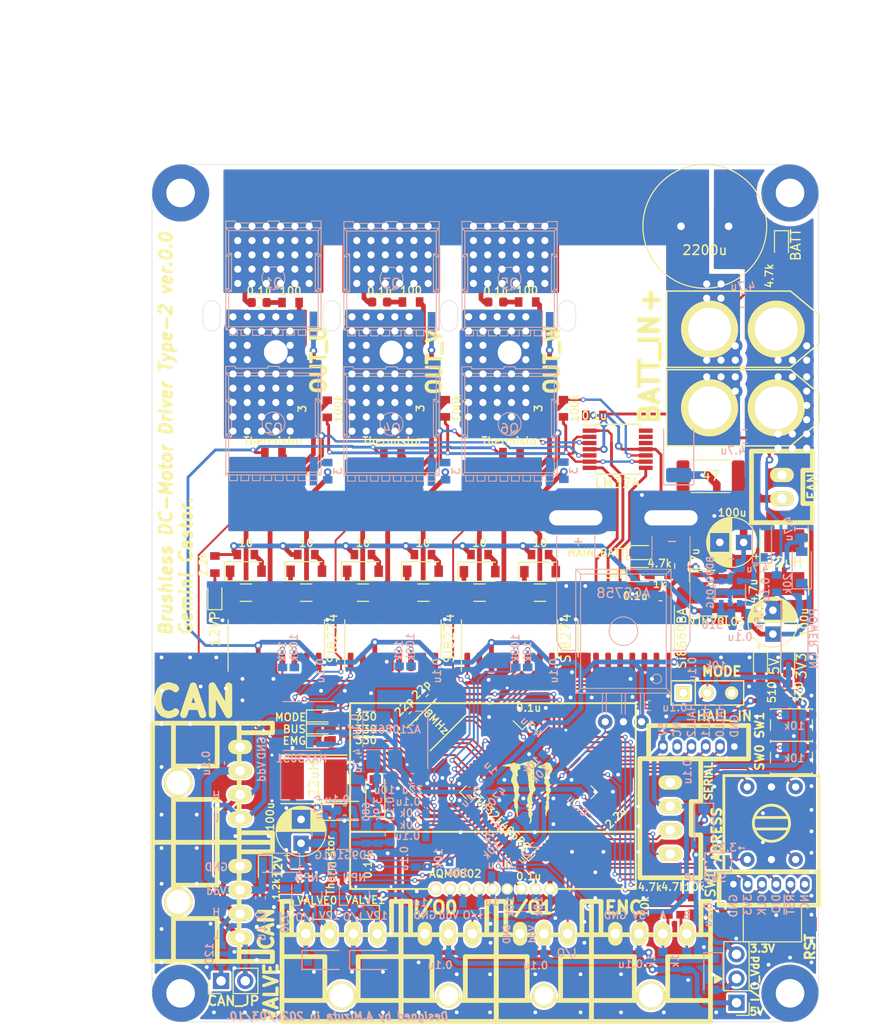
<source format=kicad_pcb>
(kicad_pcb (version 20171130) (host pcbnew "(5.1.5)-3")
  (layers (0 F.Cu signal) (31 B.Cu signal) (34 B.Paste user) (35 F.Paste user) (36 B.SilkS user) (37 F.SilkS user) (38 B.Mask user) (39 F.Mask user) (44 Edge.Cuts user))
  (net 0 "")
  (net 1 GND)
  (net 2 /OSC_IN)
  (net 3 /OSC_OUT)
  (net 4 +3V3)
  (net 5 "Net-(C4-Pad2)")
  (net 6 /FB_5V)
  (net 7 "Net-(C8-Pad1)")
  (net 8 "Net-(C8-Pad2)")
  (net 9 +12V)
  (net 10 "Net-(C15-Pad1)")
  (net 11 "Net-(C17-Pad1)")
  (net 12 +5V)
  (net 13 IO_Vdd)
  (net 14 /Drive_U_Temp)
  (net 15 /Drive_V_Temp)
  (net 16 /Drive_W_Temp)
  (net 17 /Subscribe_Temp)
  (net 18 "Net-(C36-Pad1)")
  (net 19 /OUT_U)
  (net 20 "Net-(C37-Pad1)")
  (net 21 GNDPWR)
  (net 22 /OUT_V)
  (net 23 "Net-(C38-Pad1)")
  (net 24 "Net-(C39-Pad1)")
  (net 25 /OUT_W)
  (net 26 "Net-(C40-Pad1)")
  (net 27 "Net-(C41-Pad1)")
  (net 28 "Net-(C43-Pad1)")
  (net 29 /FB_12P)
  (net 30 "Net-(C47-Pad2)")
  (net 31 "Net-(C47-Pad1)")
  (net 32 +Batt)
  (net 33 +BATT)
  (net 34 "Net-(D1-Pad2)")
  (net 35 "Net-(D5-Pad2)")
  (net 36 "Net-(D6-Pad2)")
  (net 37 "Net-(D7-Pad2)")
  (net 38 "Net-(D8-Pad2)")
  (net 39 "Net-(D9-Pad2)")
  (net 40 "Net-(D10-Pad2)")
  (net 41 "Net-(D11-Pad2)")
  (net 42 "Net-(D12-Pad2)")
  (net 43 "Net-(D13-Pad2)")
  (net 44 /SWCLK)
  (net 45 /SWDIO)
  (net 46 /~RST)
  (net 47 "Net-(J1-Pad6)")
  (net 48 /CAN_H)
  (net 49 /CAN_L)
  (net 50 "Net-(J4-Pad3)")
  (net 51 "Net-(J4-Pad4)")
  (net 52 /IO0_Pin)
  (net 53 /IO1_Pin)
  (net 54 /USARTX_RX)
  (net 55 /USARTX_TX)
  (net 56 "Net-(J8-Pad2)")
  (net 57 "Net-(JP2-Pad1)")
  (net 58 "Net-(Q1-PadG)")
  (net 59 "Net-(Q2-PadG)")
  (net 60 "Net-(Q3-PadG)")
  (net 61 "Net-(Q4-PadG)")
  (net 62 "Net-(Q5-PadG)")
  (net 63 "Net-(Q6-PadG)")
  (net 64 "Net-(R1-Pad1)")
  (net 65 /TIMx_CH1)
  (net 66 /TIMx_CH2)
  (net 67 /SW0)
  (net 68 /SW1)
  (net 69 /LED0)
  (net 70 /LED1)
  (net 71 "Net-(R15-Pad2)")
  (net 72 /Enable)
  (net 73 "Net-(R23-Pad1)")
  (net 74 "Net-(R24-Pad1)")
  (net 75 "Net-(R25-Pad1)")
  (net 76 /PWR_ON_Pin)
  (net 77 "Net-(R29-Pad1)")
  (net 78 "Net-(R32-Pad2)")
  (net 79 "Net-(R33-Pad2)")
  (net 80 "Net-(R34-Pad2)")
  (net 81 "Net-(R35-Pad2)")
  (net 82 "Net-(R36-Pad2)")
  (net 83 "Net-(R37-Pad2)")
  (net 84 "Net-(R38-Pad2)")
  (net 85 +12P)
  (net 86 /CAN1_TX)
  (net 87 /CAN1_RX)
  (net 88 "Net-(U3-Pad8)")
  (net 89 "Net-(U3-Pad24)")
  (net 90 /ADRESS_0)
  (net 91 /ADRESS_1)
  (net 92 /ADRESS_2)
  (net 93 /ADRESS_3)
  (net 94 "Net-(U7-Pad13)")
  (net 95 "Net-(U7-Pad12)")
  (net 96 "Net-(U7-Pad7)")
  (net 97 "Net-(U7-Pad2)")
  (net 98 /PWM_U)
  (net 99 /PWM_V)
  (net 100 "Net-(U8-Pad2)")
  (net 101 "Net-(U8-Pad7)")
  (net 102 "Net-(U8-Pad12)")
  (net 103 "Net-(U8-Pad13)")
  (net 104 /PWM_W)
  (net 105 "Net-(U9-Pad2)")
  (net 106 "Net-(U9-Pad7)")
  (net 107 "Net-(U9-Pad12)")
  (net 108 "Net-(U9-Pad13)")
  (net 109 "Net-(U10-Pad14)")
  (net 110 "Net-(C61-Pad1)")
  (net 111 "Net-(C62-Pad2)")
  (net 112 "Net-(C62-Pad1)")
  (net 113 "Net-(D17-Pad1)")
  (net 114 "Net-(D18-Pad1)")
  (net 115 /VALVE_0)
  (net 116 /VALVE_1)
  (net 117 /I2Cx_SCL)
  (net 118 /I2Cx_SDA)
  (net 119 "Net-(U20-Pad1)")
  (net 120 "Net-(D19-Pad2)")
  (net 121 "Net-(D20-Pad2)")
  (net 122 "Net-(D21-Pad2)")
  (net 123 "Net-(D22-Pad2)")
  (net 124 "Net-(D23-Pad2)")
  (net 125 "Net-(D24-Pad2)")
  (net 126 "Net-(D25-Pad2)")
  (net 127 "Net-(D26-Pad2)")
  (net 128 "Net-(D27-Pad2)")
  (net 129 /HALL_0)
  (net 130 /HALL_1)
  (net 131 /HALL_2)
  (net 132 "Net-(J15-Pad5)")
  (net 133 /SW_MODE)
  (net 134 "Net-(SW4-Pad1)")
  (net 135 "Net-(U3-Pad50)")
  (net 136 "Net-(J1-Pad2)")
  (net 137 /Current)
  (net 138 "Net-(C31-Pad1)")
  (net 139 "Net-(C32-Pad1)")
  (net 140 "Net-(C34-Pad1)")
  (net 141 +5VP)
  (net 142 "Net-(D28-Pad2)")
  (net 143 /SIGNAL_U)
  (net 144 /SIGNAL_V)
  (net 145 /SIGNAL_W)
  (net 146 /LOCATION_W_SIGNAL)
  (net 147 /LOCATION_V_SIGNAL)
  (net 148 /LOCATION_U_SIGNAL)
  (net 149 /INVERTER_OUT)
  (net 150 /LED2)
  (net 151 /ZERO_CROSS)
  (net 152 "Net-(U3-Pad33)")
  (net 153 "Net-(U3-Pad34)")
  (net 154 "Net-(U10-Pad12)")
  (net 155 "Net-(U10-Pad13)")
  (net 156 "Net-(ISO1-Pad2)")
  (net 157 "Net-(ISO1-Pad3)")
  (net 158 "Net-(ISO1-Pad4)")
  (net 159 "Net-(ISO1-Pad13)")
  (net 160 "Net-(ISO1-Pad14)")
  (net 161 "Net-(ISO1-Pad15)")
  (net 162 CAN_Vdd)
  (net 163 "Net-(U3-Pad37)")
  (net 164 "Net-(U3-Pad38)")
  (net 165 "Net-(U3-Pad39)")
  (module Diode_SMD:D_SOD-123 (layer F.Cu) (at 193.55 121.85)
    (fp_text reference D2 hide)
    (fp_text value DIODE)
    (pad 2 smd rect (at 1.65 0) (size 0.9 1.2) (layers F.Cu F.Paste F.Mask) (net 1 GND))
    (pad 1 smd rect (at -1.65 0) (size 0.9 1.2) (layers F.Cu F.Paste F.Mask) (net 7 "Net-(C8-Pad1)"))
  )
  (module Mizz_lib:HSOF-8-1 (layer B.Cu) (at 186.25 81.2 180)
    (fp_text reference Q2 (at 0 -0.5 180) (layer B.SilkS) (effects (justify mirror)))
    (fp_text value MOSFET_N)
    (pad S smd rect (at 0.6 -5 180) (size 8 3) (layers B.Cu B.Paste B.Mask) (net 149 /INVERTER_OUT))
    (pad G smd rect (at -4.2 -5 180) (size 0.8 3) (layers B.Cu B.Paste B.Mask) (net 59 "Net-(Q2-PadG)"))
    (pad D smd rect (at 0 2.5 180) (size 10 8) (layers B.Cu B.Paste B.Mask) (net 19 /OUT_U))
  )
  (module Capacitor_SMD:C_0603_1608Metric (layer F.Cu) (at 202.761306 110.106847 225)
    (fp_text reference C1 hide)
    (fp_text value 22p (at 0.003153 1.391694 45) (layer F.SilkS) (effects (font (size 0.8 0.8))))
    (pad 2 smd roundrect (at 0.7875 0 225) (size 0.875 0.95) (layers F.Cu F.Paste F.Mask) (net 1 GND))
    (pad 1 smd roundrect (at -0.7875 0 225) (size 0.875 0.95) (layers F.Cu F.Paste F.Mask) (net 2 /OSC_IN))
  )
  (module Capacitor_SMD:C_0603_1608Metric (layer F.Cu) (at 200.963694 111.911306 45)
    (fp_text reference C2 hide)
    (fp_text value 22p (at -0.001689 -1.396536 45) (layer F.SilkS) (effects (font (size 0.8 0.8))))
    (pad 1 smd roundrect (at -0.7875 0 45) (size 0.875 0.95) (layers F.Cu F.Paste F.Mask) (net 3 /OSC_OUT))
    (pad 2 smd roundrect (at 0.7875 0 45) (size 0.875 0.95) (layers F.Cu F.Paste F.Mask) (net 1 GND))
  )
  (module Capacitor_SMD:C_0603_1608Metric (layer B.Cu) (at 193.6 112.95 90)
    (fp_text reference C3 hide)
    (fp_text value 0.1u (at 0 1.2 90) (layer B.SilkS) (effects (font (size 0.8 0.8)) (justify mirror)))
    (pad 1 smd roundrect (at -0.7875 0 90) (size 0.875 0.95) (layers B.Cu B.Paste B.Mask) (net 4 +3V3))
    (pad 2 smd roundrect (at 0.7875 0 90) (size 0.875 0.95) (layers B.Cu B.Paste B.Mask) (net 1 GND))
  )
  (module Capacitor_SMD:C_0603_1608Metric (layer B.Cu) (at 198.5 124.35 270)
    (fp_text reference C4 hide)
    (fp_text value 0.1u (at -2.7 0 90) (layer B.SilkS) (effects (font (size 0.8 0.8)) (justify mirror)))
    (pad 2 smd roundrect (at 0.7875 0 270) (size 0.875 0.95) (layers B.Cu B.Paste B.Mask) (net 5 "Net-(C4-Pad2)"))
    (pad 1 smd roundrect (at -0.7875 0 270) (size 0.875 0.95) (layers B.Cu B.Paste B.Mask) (net 6 /FB_5V))
  )
  (module Capacitor_SMD:C_0603_1608Metric (layer B.Cu) (at 193.75 121.8)
    (fp_text reference C8 hide)
    (fp_text value 0.1u (at -0.8 -1.15) (layer B.SilkS) (effects (font (size 0.8 0.8)) (justify mirror)))
    (pad 1 smd roundrect (at -0.7875 0) (size 0.875 0.95) (layers B.Cu B.Paste B.Mask) (net 7 "Net-(C8-Pad1)"))
    (pad 2 smd roundrect (at 0.7875 0) (size 0.875 0.95) (layers B.Cu B.Paste B.Mask) (net 8 "Net-(C8-Pad2)"))
  )
  (module Capacitor_SMD:C_0603_1608Metric (layer B.Cu) (at 180.6 116.85 90)
    (fp_text reference C9 hide)
    (fp_text value 0.1u (at 0 -1.43 90) (layer B.SilkS) (effects (font (size 0.8 0.8)) (justify mirror)))
    (pad 2 smd roundrect (at 0.7875 0 90) (size 0.875 0.95) (layers B.Cu B.Paste B.Mask) (net 1 GND))
    (pad 1 smd roundrect (at -0.7875 0 90) (size 0.875 0.95) (layers B.Cu B.Paste B.Mask) (net 162 CAN_Vdd))
  )
  (module Capacitor_SMD:C_0603_1608Metric (layer B.Cu) (at 184.9 130.95 270)
    (fp_text reference C10 hide)
    (fp_text value 0.1u (at 2.975 0 90) (layer B.SilkS) (effects (justify mirror)))
    (pad 1 smd roundrect (at -0.7875 0 270) (size 0.875 0.95) (layers B.Cu B.Paste B.Mask) (net 162 CAN_Vdd))
    (pad 2 smd roundrect (at 0.7875 0 270) (size 0.875 0.95) (layers B.Cu B.Paste B.Mask) (net 1 GND))
  )
  (module Capacitor_SMD:C_0805_2012Metric (layer B.Cu) (at 191 124.3 90)
    (fp_text reference C12 hide)
    (fp_text value 4.7u (at 2.85 0 90) (layer B.SilkS) (effects (font (size 0.8 0.8)) (justify mirror)))
    (pad 2 smd roundrect (at 0.9375 0 90) (size 0.975 1.4) (layers B.Cu B.Paste B.Mask) (net 1 GND))
    (pad 1 smd roundrect (at -0.9375 0 90) (size 0.975 1.4) (layers B.Cu B.Paste B.Mask) (net 9 +12V))
  )
  (module Capacitor_THT:CP_Radial_D5.0mm_P2.50mm (layer F.Cu) (at 189.15 125.25 90)
    (fp_text reference C14 hide)
    (fp_text value 100u (at 2.8 -3.25 270) (layer F.SilkS) (effects (font (size 0.8 0.8))))
    (pad 1 thru_hole rect (at 0 0 90) (size 1.6 1.6) (drill 0.8) (layers *.Cu *.Mask) (net 9 +12V))
    (pad 2 thru_hole circle (at 2.5 0 90) (size 1.6 1.6) (drill 0.8) (layers *.Cu *.Mask) (net 1 GND))
  )
  (module Capacitor_SMD:C_0805_2012Metric (layer B.Cu) (at 195.1 119.5 270)
    (fp_text reference C18 hide)
    (fp_text value 4.7u (at -2.9 0 90) (layer B.SilkS) (effects (font (size 0.8 0.8)) (justify mirror)))
    (pad 2 smd roundrect (at 0.9375 0 270) (size 0.975 1.4) (layers B.Cu B.Paste B.Mask) (net 1 GND))
    (pad 1 smd roundrect (at -0.9375 0 270) (size 0.975 1.4) (layers B.Cu B.Paste B.Mask) (net 6 /FB_5V))
  )
  (module Capacitor_SMD:C_0603_1608Metric (layer B.Cu) (at 197.9 118.45)
    (fp_text reference C19 hide)
    (fp_text value 10u (at 0 1.2) (layer B.SilkS) (effects (font (size 0.8 0.8)) (justify mirror)))
    (pad 1 smd roundrect (at -0.7875 0) (size 0.875 0.95) (layers B.Cu B.Paste B.Mask) (net 12 +5V))
    (pad 2 smd roundrect (at 0.7875 0) (size 0.875 0.95) (layers B.Cu B.Paste B.Mask) (net 1 GND))
  )
  (module Capacitor_SMD:C_0603_1608Metric (layer B.Cu) (at 200.85 118.45)
    (fp_text reference C21 hide)
    (fp_text value 22u (at 0 1.2) (layer B.SilkS) (effects (font (size 0.8 0.8)) (justify mirror)))
    (pad 2 smd roundrect (at 0.7875 0) (size 0.875 0.95) (layers B.Cu B.Paste B.Mask) (net 1 GND))
    (pad 1 smd roundrect (at -0.7875 0) (size 0.875 0.95) (layers B.Cu B.Paste B.Mask) (net 4 +3V3))
  )
  (module Capacitor_SMD:C_0603_1608Metric (layer B.Cu) (at 225.7 110.8)
    (fp_text reference C33 hide)
    (fp_text value 0.1u (at 2.7 0.2) (layer B.SilkS) (effects (font (size 0.8 0.8)) (justify mirror)))
    (pad 1 smd roundrect (at -0.7875 0) (size 0.875 0.95) (layers B.Cu B.Paste B.Mask) (net 4 +3V3))
    (pad 2 smd roundrect (at 0.7875 0) (size 0.875 0.95) (layers B.Cu B.Paste B.Mask) (net 1 GND))
  )
  (module Capacitor_SMD:C_1206_3216Metric (layer F.Cu) (at 183.35 98.95)
    (fp_text reference C36 hide)
    (fp_text value 4.7u)
    (pad 1 smd roundrect (at -1.4 0) (size 1.25 1.75) (layers F.Cu F.Paste F.Mask) (roundrect_rratio 0.2) (net 18 "Net-(C36-Pad1)"))
    (pad 2 smd roundrect (at 1.4 0) (size 1.25 1.75) (layers F.Cu F.Paste F.Mask) (roundrect_rratio 0.2) (net 19 /OUT_U))
  )
  (module Capacitor_SMD:C_1206_3216Metric (layer F.Cu) (at 189.7 98.95)
    (fp_text reference C37 hide)
    (fp_text value 4.7u)
    (pad 1 smd roundrect (at -1.4 0) (size 1.25 1.75) (layers F.Cu F.Paste F.Mask) (roundrect_rratio 0.2) (net 20 "Net-(C37-Pad1)"))
    (pad 2 smd roundrect (at 1.4 0) (size 1.25 1.75) (layers F.Cu F.Paste F.Mask) (roundrect_rratio 0.2) (net 21 GNDPWR))
  )
  (module Capacitor_SMD:C_1206_3216Metric (layer F.Cu) (at 195.65 98.95)
    (fp_text reference C38 hide)
    (fp_text value 4.7u)
    (pad 2 smd roundrect (at 1.4 0) (size 1.25 1.75) (layers F.Cu F.Paste F.Mask) (roundrect_rratio 0.2) (net 22 /OUT_V))
    (pad 1 smd roundrect (at -1.4 0) (size 1.25 1.75) (layers F.Cu F.Paste F.Mask) (roundrect_rratio 0.2) (net 23 "Net-(C38-Pad1)"))
  )
  (module Capacitor_SMD:C_1206_3216Metric (layer F.Cu) (at 202 98.95)
    (fp_text reference C39 hide)
    (fp_text value 4.7u)
    (pad 2 smd roundrect (at 1.4 0) (size 1.25 1.75) (layers F.Cu F.Paste F.Mask) (roundrect_rratio 0.2) (net 21 GNDPWR))
    (pad 1 smd roundrect (at -1.4 0) (size 1.25 1.75) (layers F.Cu F.Paste F.Mask) (roundrect_rratio 0.2) (net 24 "Net-(C39-Pad1)"))
  )
  (module Capacitor_SMD:C_1206_3216Metric (layer F.Cu) (at 207.9 98.95)
    (fp_text reference C40 hide)
    (fp_text value 4.7u)
    (pad 2 smd roundrect (at 1.4 0) (size 1.25 1.75) (layers F.Cu F.Paste F.Mask) (roundrect_rratio 0.2) (net 25 /OUT_W))
    (pad 1 smd roundrect (at -1.4 0) (size 1.25 1.75) (layers F.Cu F.Paste F.Mask) (roundrect_rratio 0.2) (net 26 "Net-(C40-Pad1)"))
  )
  (module Capacitor_SMD:C_1206_3216Metric (layer F.Cu) (at 214.25 98.95)
    (fp_text reference C41 hide)
    (fp_text value 4.7u)
    (pad 1 smd roundrect (at -1.4 0) (size 1.25 1.75) (layers F.Cu F.Paste F.Mask) (roundrect_rratio 0.2) (net 27 "Net-(C41-Pad1)"))
    (pad 2 smd roundrect (at 1.4 0) (size 1.25 1.75) (layers F.Cu F.Paste F.Mask) (roundrect_rratio 0.2) (net 21 GNDPWR))
  )
  (module Capacitor_SMD:C_0603_1608Metric (layer F.Cu) (at 226.9 99.3 180)
    (fp_text reference C42 hide)
    (fp_text value 0.1u (at 2.65 0) (layer F.SilkS) (effects (font (size 0.8 0.8))))
    (pad 1 smd roundrect (at -0.7875 0 180) (size 0.875 0.95) (layers F.Cu F.Paste F.Mask) (net 141 +5VP))
    (pad 2 smd roundrect (at 0.7875 0 180) (size 0.875 0.95) (layers F.Cu F.Paste F.Mask) (net 21 GNDPWR))
  )
  (module Capacitor_SMD:C_0603_1608Metric (layer B.Cu) (at 235.25 102.4)
    (fp_text reference C43 hide)
    (fp_text value 0.1u (at 0 1.2) (layer B.SilkS) (effects (font (size 0.8 0.8)) (justify mirror)))
    (pad 1 smd roundrect (at -0.7875 0) (size 0.875 0.95) (layers B.Cu B.Paste B.Mask) (net 28 "Net-(C43-Pad1)"))
    (pad 2 smd roundrect (at 0.7875 0) (size 0.875 0.95) (layers B.Cu B.Paste B.Mask) (net 29 /FB_12P))
  )
  (module Capacitor_SMD:C_0603_1608Metric (layer B.Cu) (at 236.725 98.9 270)
    (fp_text reference C47 hide)
    (fp_text value 0.1u (at -0.25 -1.2 90) (layer B.SilkS) (effects (font (size 0.8 0.8)) (justify mirror)))
    (pad 2 smd roundrect (at 0.7875 0 270) (size 0.875 0.95) (layers B.Cu B.Paste B.Mask) (net 30 "Net-(C47-Pad2)"))
    (pad 1 smd roundrect (at -0.7875 0 270) (size 0.875 0.95) (layers B.Cu B.Paste B.Mask) (net 31 "Net-(C47-Pad1)"))
  )
  (module Capacitor_SMD:C_0805_2012Metric (layer B.Cu) (at 234.325 96.1 180)
    (fp_text reference C48 hide)
    (fp_text value 4.7u (at -2.75 -0.35 180) (layer B.SilkS) (effects (font (size 0.7 0.7)) (justify mirror)))
    (pad 2 smd roundrect (at 0.9375 0 180) (size 0.975 1.4) (layers B.Cu B.Paste B.Mask) (net 21 GNDPWR))
    (pad 1 smd roundrect (at -0.9375 0 180) (size 0.975 1.4) (layers B.Cu B.Paste B.Mask) (net 32 +Batt))
  )
  (module Mizz_lib:C_Radial_D13mm_H25.0mm_P5.00mm (layer F.Cu) (at 229.05 60.5)
    (fp_text reference C49 hide)
    (fp_text value 2200u (at 2.5 2.5 180) (layer F.SilkS))
    (pad 1 thru_hole circle (at 0 0) (size 1.6 1.6) (drill 0.8) (layers *.Cu *.Mask) (net 33 +BATT))
    (pad 2 thru_hole circle (at 5 0) (size 1.6 1.6) (drill 0.8) (layers *.Cu *.Mask) (net 21 GNDPWR))
  )
  (module Capacitor_THT:CP_Radial_D5.0mm_P2.50mm (layer F.Cu) (at 235.625 93.675 180)
    (fp_text reference C50 hide)
    (fp_text value 100u (at 1.2 3.125 180) (layer F.SilkS) (effects (font (size 0.8 0.8))))
    (pad 1 thru_hole rect (at 0 0 180) (size 1.6 1.6) (drill 0.8) (layers *.Cu *.Mask) (net 32 +Batt))
    (pad 2 thru_hole circle (at 2.5 0 180) (size 1.6 1.6) (drill 0.8) (layers *.Cu *.Mask) (net 21 GNDPWR))
  )
  (module Capacitor_SMD:C_0805_2012Metric (layer B.Cu) (at 235.75 82.55)
    (fp_text reference C55 hide)
    (fp_text value 4.7u (at -1.25 1.5 180) (layer B.SilkS) (effects (font (size 0.8 0.8)) (justify mirror)))
    (pad 1 smd roundrect (at -0.9375 0) (size 0.975 1.4) (layers B.Cu B.Paste B.Mask) (net 33 +BATT))
    (pad 2 smd roundrect (at 0.9375 0) (size 0.975 1.4) (layers B.Cu B.Paste B.Mask) (net 21 GNDPWR))
  )
  (module Capacitor_SMD:C_0805_2012Metric (layer B.Cu) (at 241.7 92.25 90)
    (fp_text reference C56 hide)
    (fp_text value 4.7u (at 0 -1.35 90) (layer B.SilkS) (effects (font (size 0.8 0.8)) (justify mirror)))
    (pad 1 smd roundrect (at -0.9375 0 90) (size 0.975 1.4) (layers B.Cu B.Paste B.Mask) (net 29 /FB_12P))
    (pad 2 smd roundrect (at 0.9375 0 90) (size 0.975 1.4) (layers B.Cu B.Paste B.Mask) (net 21 GNDPWR))
  )
  (module Capacitor_SMD:C_0805_2012Metric (layer B.Cu) (at 235.55 68.3)
    (fp_text reference C57 hide)
    (fp_text value 4.7u (at 0 -1.5) (layer B.SilkS) (effects (font (size 0.8 0.8)) (justify mirror)))
    (pad 1 smd roundrect (at -0.9375 0) (size 0.975 1.4) (layers B.Cu B.Paste B.Mask) (net 33 +BATT))
    (pad 2 smd roundrect (at 0.9375 0) (size 0.975 1.4) (layers B.Cu B.Paste B.Mask) (net 21 GNDPWR))
  )
  (module Capacitor_THT:CP_Radial_D5.0mm_P2.50mm (layer F.Cu) (at 238.7 103.3 90)
    (fp_text reference C58 hide)
    (fp_text value 100u (at 1.25 3.3 90) (layer F.SilkS) (effects (font (size 0.8 0.8))))
    (pad 2 thru_hole circle (at 2.5 0 90) (size 1.6 1.6) (drill 0.8) (layers *.Cu *.Mask) (net 21 GNDPWR))
    (pad 1 thru_hole rect (at 0 0 90) (size 1.6 1.6) (drill 0.8) (layers *.Cu *.Mask) (net 85 +12P))
  )
  (module Capacitor_SMD:C_0805_2012Metric (layer F.Cu) (at 235.15 99.575 90)
    (fp_text reference C59 hide)
    (fp_text value 4.7u (at 0.775 1.5 90) (layer F.SilkS) (effects (font (size 0.8 0.8))))
    (pad 2 smd roundrect (at 0.9375 0 90) (size 0.975 1.4) (layers F.Cu F.Paste F.Mask) (net 21 GNDPWR))
    (pad 1 smd roundrect (at -0.9375 0 90) (size 0.975 1.4) (layers F.Cu F.Paste F.Mask) (net 85 +12P))
  )
  (module Capacitor_SMD:C_0805_2012Metric (layer F.Cu) (at 229.1 96.15 90)
    (fp_text reference C60 hide)
    (fp_text value 4.7u (at 0.55 1.45 90) (layer F.SilkS) (effects (font (size 0.8 0.8))))
    (pad 1 smd roundrect (at -0.9375 0 90) (size 0.975 1.4) (layers F.Cu F.Paste F.Mask) (net 141 +5VP))
    (pad 2 smd roundrect (at 0.9375 0 90) (size 0.975 1.4) (layers F.Cu F.Paste F.Mask) (net 21 GNDPWR))
  )
  (module Diode_SMD:D_SOD-123 (layer B.Cu) (at 231.475 123.3 270)
    (fp_text reference D1 hide)
    (fp_text value DIODE)
    (pad 1 smd rect (at -1.65 0 270) (size 0.9 1.2) (layers B.Cu B.Paste B.Mask) (net 4 +3V3))
    (pad 2 smd rect (at 1.65 0 270) (size 0.9 1.2) (layers B.Cu B.Paste B.Mask) (net 34 "Net-(D1-Pad2)"))
  )
  (module Diode_SMD:D_SOD-123 (layer B.Cu) (at 186.75 127.3 180)
    (fp_text reference D3 hide)
    (fp_text value DIODE)
    (pad 2 smd rect (at 1.65 0 180) (size 0.9 1.2) (layers B.Cu B.Paste B.Mask) (net 162 CAN_Vdd))
    (pad 1 smd rect (at -1.65 0 180) (size 0.9 1.2) (layers B.Cu B.Paste B.Mask) (net 9 +12V))
  )
  (module Diode_SMD:D_SOD-123 (layer F.Cu) (at 196.95 120.2 90)
    (fp_text reference D4 hide)
    (fp_text value DIODE)
    (pad 2 smd rect (at 1.65 0 90) (size 0.9 1.2) (layers F.Cu F.Paste F.Mask) (net 6 /FB_5V))
    (pad 1 smd rect (at -1.65 0 90) (size 0.9 1.2) (layers F.Cu F.Paste F.Mask) (net 12 +5V))
  )
  (module LED_SMD:LED_0603_1608Metric (layer F.Cu) (at 191.2 112)
    (fp_text reference D5 hide)
    (fp_text value MODE (at -3.15 0.025) (layer F.SilkS) (effects (font (size 0.8 0.8))))
    (pad 2 smd roundrect (at 0.7875 0) (size 0.875 0.95) (layers F.Cu F.Paste F.Mask) (net 35 "Net-(D5-Pad2)"))
    (pad 1 smd roundrect (at -0.7875 0) (size 0.875 0.95) (layers F.Cu F.Paste F.Mask) (net 1 GND))
  )
  (module LED_SMD:LED_0603_1608Metric (layer F.Cu) (at 191.2 113.25)
    (fp_text reference D6 hide)
    (fp_text value BUS (at -2.75 0.025) (layer F.SilkS) (effects (font (size 0.8 0.8))))
    (pad 1 smd roundrect (at -0.7875 0) (size 0.875 0.95) (layers F.Cu F.Paste F.Mask) (net 1 GND))
    (pad 2 smd roundrect (at 0.7875 0) (size 0.875 0.95) (layers F.Cu F.Paste F.Mask) (net 36 "Net-(D6-Pad2)"))
  )
  (module Diode_SMD:D_SOD-123 (layer B.Cu) (at 232.45 139 270)
    (fp_text reference D7 hide)
    (fp_text value DIODE)
    (pad 2 smd rect (at 1.65 0 270) (size 0.9 1.2) (layers B.Cu B.Paste B.Mask) (net 37 "Net-(D7-Pad2)"))
    (pad 1 smd rect (at -1.65 0 270) (size 0.9 1.2) (layers B.Cu B.Paste B.Mask) (net 13 IO_Vdd))
  )
  (module Diode_SMD:D_SOD-123 (layer F.Cu) (at 183.35 96.7)
    (fp_text reference D8 hide)
    (fp_text value DIODE)
    (pad 1 smd rect (at -1.65 0) (size 0.9 1.2) (layers F.Cu F.Paste F.Mask) (net 18 "Net-(C36-Pad1)"))
    (pad 2 smd rect (at 1.65 0) (size 0.9 1.2) (layers F.Cu F.Paste F.Mask) (net 38 "Net-(D8-Pad2)"))
  )
  (module Diode_SMD:D_SOD-123 (layer F.Cu) (at 189.7 96.7)
    (fp_text reference D9 hide)
    (fp_text value DIODE)
    (pad 1 smd rect (at -1.65 0) (size 0.9 1.2) (layers F.Cu F.Paste F.Mask) (net 20 "Net-(C37-Pad1)"))
    (pad 2 smd rect (at 1.65 0) (size 0.9 1.2) (layers F.Cu F.Paste F.Mask) (net 39 "Net-(D9-Pad2)"))
  )
  (module Diode_SMD:D_SOD-123 (layer F.Cu) (at 195.65 96.7)
    (fp_text reference D10 hide)
    (fp_text value DIODE)
    (pad 2 smd rect (at 1.65 0) (size 0.9 1.2) (layers F.Cu F.Paste F.Mask) (net 40 "Net-(D10-Pad2)"))
    (pad 1 smd rect (at -1.65 0) (size 0.9 1.2) (layers F.Cu F.Paste F.Mask) (net 23 "Net-(C38-Pad1)"))
  )
  (module Diode_SMD:D_SOD-123 (layer F.Cu) (at 201.95 96.7)
    (fp_text reference D11 hide)
    (fp_text value DIODE)
    (pad 1 smd rect (at -1.65 0) (size 0.9 1.2) (layers F.Cu F.Paste F.Mask) (net 24 "Net-(C39-Pad1)"))
    (pad 2 smd rect (at 1.65 0) (size 0.9 1.2) (layers F.Cu F.Paste F.Mask) (net 41 "Net-(D11-Pad2)"))
  )
  (module Diode_SMD:D_SOD-123 (layer F.Cu) (at 207.9 96.75)
    (fp_text reference D12 hide)
    (fp_text value DIODE)
    (pad 2 smd rect (at 1.65 0) (size 0.9 1.2) (layers F.Cu F.Paste F.Mask) (net 42 "Net-(D12-Pad2)"))
    (pad 1 smd rect (at -1.65 0) (size 0.9 1.2) (layers F.Cu F.Paste F.Mask) (net 26 "Net-(C40-Pad1)"))
  )
  (module Diode_SMD:D_SOD-123 (layer F.Cu) (at 214.25 96.75)
    (fp_text reference D13 hide)
    (fp_text value DIODE)
    (pad 1 smd rect (at -1.65 0) (size 0.9 1.2) (layers F.Cu F.Paste F.Mask) (net 27 "Net-(C41-Pad1)"))
    (pad 2 smd rect (at 1.65 0) (size 0.9 1.2) (layers F.Cu F.Paste F.Mask) (net 43 "Net-(D13-Pad2)"))
  )
  (module Diode_SMD:D_SOD-123 (layer B.Cu) (at 237.55 93.6 90)
    (fp_text reference D14 hide)
    (fp_text value DIODE)
    (pad 1 smd rect (at -1.65 0 90) (size 0.9 1.2) (layers B.Cu B.Paste B.Mask) (net 31 "Net-(C47-Pad1)"))
    (pad 2 smd rect (at 1.65 0 90) (size 0.9 1.2) (layers B.Cu B.Paste B.Mask) (net 21 GNDPWR))
  )
  (module Diode_SMD:D_SOD-123 (layer B.Cu) (at 241.725 96.3 90)
    (fp_text reference D16 hide)
    (fp_text value DIODE)
    (pad 2 smd rect (at 1.65 0 90) (size 0.9 1.2) (layers B.Cu B.Paste B.Mask) (net 29 /FB_12P))
    (pad 1 smd rect (at -1.65 0 90) (size 0.9 1.2) (layers B.Cu B.Paste B.Mask) (net 85 +12P))
  )
  (module Mizz_lib:ZH_6P (layer F.Cu) (at 234.55 129.55)
    (fp_text reference J1 hide)
    (fp_text value SWD (at -2.4 -0.15 270) (layer F.SilkS) (effects (font (thickness 0.2))))
    (pad 1 thru_hole oval (at 0 0) (size 1 1.524) (drill 0.7) (layers *.Cu *.Mask) (net 1 GND))
    (pad 2 thru_hole oval (at 1.5 0) (size 1 1.524) (drill 0.7) (layers *.Cu *.Mask) (net 136 "Net-(J1-Pad2)"))
    (pad 3 thru_hole oval (at 3 0) (size 1 1.524) (drill 0.7) (layers *.Cu *.Mask) (net 44 /SWCLK))
    (pad 4 thru_hole oval (at 4.5 0) (size 1 1.524) (drill 0.7) (layers *.Cu *.Mask) (net 45 /SWDIO))
    (pad 5 thru_hole oval (at 6 0) (size 1 1.524) (drill 0.7) (layers *.Cu *.Mask) (net 46 /~RST))
    (pad 6 thru_hole oval (at 7.5 0) (size 1 1.524) (drill 0.7) (layers *.Cu *.Mask) (net 47 "Net-(J1-Pad6)"))
  )
  (module Mizz_lib:XA_4L (layer F.Cu) (at 182.75 115.15 270)
    (fp_text reference J2 hide)
    (fp_text value CAN (at -4.75 4.85 180) (layer F.SilkS) (effects (font (size 3 3) (thickness 0.75))))
    (pad 1 thru_hole oval (at 0 0 270) (size 1.5 2.5) (drill 1) (layers *.Cu *.Mask F.SilkS) (net 1 GND))
    (pad 2 thru_hole oval (at 2.5 0 270) (size 1.5 2.5) (drill 1) (layers *.Cu *.Mask F.SilkS) (net 162 CAN_Vdd))
    (pad 3 thru_hole oval (at 5 0 270) (size 1.5 2.5) (drill 1) (layers *.Cu *.Mask F.SilkS) (net 48 /CAN_H))
    (pad 4 thru_hole oval (at 7.5 0 270) (size 1.5 2.5) (drill 1) (layers *.Cu *.Mask F.SilkS) (net 49 /CAN_L))
    (pad "" thru_hole circle (at 3.75 6.5 270) (size 3 3) (drill 2.5) (layers *.Cu *.Mask F.SilkS))
  )
  (module Mizz_lib:XA_4L (layer F.Cu) (at 182.75 127.65 270)
    (fp_text reference J3 hide)
    (fp_text value CAN (at 6.6 -2.75 90) (layer F.SilkS) (effects (font (size 1.5 1.5) (thickness 0.375))))
    (pad "" thru_hole circle (at 3.75 6.5 270) (size 3 3) (drill 2.5) (layers *.Cu *.Mask F.SilkS))
    (pad 4 thru_hole oval (at 7.5 0 270) (size 1.5 2.5) (drill 1) (layers *.Cu *.Mask F.SilkS) (net 49 /CAN_L))
    (pad 3 thru_hole oval (at 5 0 270) (size 1.5 2.5) (drill 1) (layers *.Cu *.Mask F.SilkS) (net 48 /CAN_H))
    (pad 2 thru_hole oval (at 2.5 0 270) (size 1.5 2.5) (drill 1) (layers *.Cu *.Mask F.SilkS) (net 162 CAN_Vdd))
    (pad 1 thru_hole oval (at 0 0 270) (size 1.5 2.5) (drill 1) (layers *.Cu *.Mask F.SilkS) (net 1 GND))
  )
  (module Mizz_lib:XA_4L (layer F.Cu) (at 222.15 134.75)
    (fp_text reference J4 hide)
    (fp_text value ENC (at 0.85 -2.75) (layer F.SilkS) (effects (font (size 1.3 1.3) (thickness 0.325))))
    (pad 1 thru_hole oval (at 0 0) (size 1.5 2.5) (drill 1) (layers *.Cu *.Mask F.SilkS) (net 1 GND))
    (pad 2 thru_hole oval (at 2.5 0) (size 1.5 2.5) (drill 1) (layers *.Cu *.Mask F.SilkS) (net 12 +5V))
    (pad 3 thru_hole oval (at 5 0) (size 1.5 2.5) (drill 1) (layers *.Cu *.Mask F.SilkS) (net 50 "Net-(J4-Pad3)"))
    (pad 4 thru_hole oval (at 7.5 0) (size 1.5 2.5) (drill 1) (layers *.Cu *.Mask F.SilkS) (net 51 "Net-(J4-Pad4)"))
    (pad "" thru_hole circle (at 3.75 6.5) (size 3 3) (drill 2.5) (layers *.Cu *.Mask F.SilkS))
  )
  (module Mizz_lib:XA_3L (layer F.Cu) (at 202.15 134.75)
    (fp_text reference J5 hide)
    (fp_text value I/O0 (at 1.1 -2.75) (layer F.SilkS) (effects (font (size 1.3 1.3) (thickness 0.325))))
    (pad "" thru_hole circle (at 2.5 6.5) (size 2.5 2.5) (drill 2) (layers *.Cu *.Mask F.SilkS))
    (pad 3 thru_hole oval (at 5 0) (size 1.5 2.5) (drill 1) (layers *.Cu *.Mask F.SilkS) (net 52 /IO0_Pin))
    (pad 2 thru_hole oval (at 2.5 0) (size 1.5 2.5) (drill 1) (layers *.Cu *.Mask F.SilkS) (net 13 IO_Vdd))
    (pad 1 thru_hole oval (at 0 0) (size 1.5 2.5) (drill 1) (layers *.Cu *.Mask F.SilkS) (net 1 GND))
  )
  (module Mizz_lib:XA_3L (layer F.Cu) (at 212.15 134.75)
    (fp_text reference J6 hide)
    (fp_text value I/O1 (at 1.1 -2.75) (layer F.SilkS) (effects (font (size 1.3 1.3) (thickness 0.325))))
    (pad 1 thru_hole oval (at 0 0) (size 1.5 2.5) (drill 1) (layers *.Cu *.Mask F.SilkS) (net 1 GND))
    (pad 2 thru_hole oval (at 2.5 0) (size 1.5 2.5) (drill 1) (layers *.Cu *.Mask F.SilkS) (net 13 IO_Vdd))
    (pad 3 thru_hole oval (at 5 0) (size 1.5 2.5) (drill 1) (layers *.Cu *.Mask F.SilkS) (net 53 /IO1_Pin))
    (pad "" thru_hole circle (at 2.5 6.5) (size 2.5 2.5) (drill 2) (layers *.Cu *.Mask F.SilkS))
  )
  (module Mizz_lib:XA_4P (layer F.Cu) (at 227.925 126.375 90)
    (fp_text reference J7 hide)
    (fp_text value SERIAL (at 7.625 4.025 270) (layer F.SilkS) (effects (font (size 0.8 0.8) (thickness 0.2))))
    (pad 4 thru_hole oval (at 0 0 90) (size 1.5 2.5) (drill 1) (layers *.Cu *.Mask F.SilkS) (net 54 /USARTX_RX))
    (pad 3 thru_hole oval (at 2.5 0 90) (size 1.5 2.5) (drill 1) (layers *.Cu *.Mask F.SilkS) (net 55 /USARTX_TX))
    (pad 2 thru_hole oval (at 5 0 90) (size 1.5 2.5) (drill 1) (layers *.Cu *.Mask F.SilkS) (net 12 +5V))
    (pad 1 thru_hole oval (at 7.5 0 90) (size 1.5 2.5) (drill 1) (layers *.Cu *.Mask F.SilkS) (net 1 GND))
  )
  (module Mizz_lib:XA_2P (layer F.Cu) (at 239.65 89.1 90)
    (fp_text reference J8 hide)
    (fp_text value FAN (at 1.3 3.2 90) (layer F.SilkS) (effects (font (thickness 0.2))))
    (pad 1 thru_hole oval (at 2.5 0 90) (size 1.5 2.5) (drill 1) (layers *.Cu *.Mask F.SilkS) (net 21 GNDPWR))
    (pad 2 thru_hole oval (at 0 0 90) (size 1.5 2.5) (drill 1) (layers *.Cu *.Mask F.SilkS) (net 56 "Net-(J8-Pad2)"))
  )
  (module Mizz_lib:XT60_F (layer F.Cu) (at 235.55 79.55 180)
    (fp_text reference J9)
    (fp_text value BATT_IN (at 9.8 4.05 90 unlocked) (layer F.SilkS) (effects (font (size 2 2) (thickness 0.5))))
    (pad 2 thru_hole circle (at 3.5 0 180) (size 6 6) (drill 4.5) (layers *.Cu *.Mask F.SilkS) (net 33 +BATT))
    (pad 1 thru_hole circle (at -3.5 0 180) (size 6 6) (drill 4.5) (layers *.Cu *.Mask F.SilkS) (net 21 GNDPWR))
  )
  (module Mizz_lib:XT60_M (layer F.Cu) (at 235.55 71.3 180)
    (fp_text reference J10 hide)
    (fp_text value BATT_IN)
    (pad 1 thru_hole circle (at -3.5 0 180) (size 6 6) (drill 4.5) (layers *.Cu *.Mask F.SilkS) (net 21 GNDPWR))
    (pad 2 thru_hole circle (at 3.5 0 180) (size 6 6) (drill 4.5) (layers *.Cu *.Mask F.SilkS) (net 33 +BATT))
  )
  (module Jumper:SolderJumper-2_P1.3mm_Open_TrianglePad1.0x1.5mm (layer B.Cu) (at 232.95 127.25 180)
    (fp_text reference JP1 hide)
    (fp_text value SWD_JP (at 1.35 -1.65) (layer B.SilkS) (effects (font (size 0.8 0.8)) (justify mirror)))
    (pad 2 smd custom (at 0.725 0 180) (size 0.3 0.3) (layers B.Cu B.Mask) (net 34 "Net-(D1-Pad2)") (options (clearance outline) (anchor rect)) (primitives (gr_poly (pts (xy -0.65 0.75) (xy 0.5 0.75) (xy 0.5 -0.75) (xy -0.65 -0.75) (xy -0.15 0)) (width 0))))
    (pad 1 smd custom (at -0.725 0 180) (size 0.3 0.3) (layers B.Cu B.Mask) (net 136 "Net-(J1-Pad2)") (options (clearance outline) (anchor rect)) (primitives (gr_poly (pts (xy -0.5 0.75) (xy 0.5 0.75) (xy 1 0) (xy 0.5 -0.75) (xy -0.5 -0.75)) (width 0))))
  )
  (module Connector_PinHeader_2.54mm:PinHeader_1x02_P2.54mm_Vertical (layer F.Cu) (at 180.75 139.7 90)
    (fp_text reference JP2 hide)
    (fp_text value CAN_JP (at -2.1 1.3 180) (layer F.SilkS) (effects (font (thickness 0.2))))
    (pad 1 thru_hole rect (at 0 0 90) (size 1.7 1.7) (drill 1) (layers *.Cu *.Mask) (net 57 "Net-(JP2-Pad1)"))
    (pad 2 thru_hole oval (at 0 2.54 90) (size 1.7 1.7) (drill 1) (layers *.Cu *.Mask) (net 49 /CAN_L))
  )
  (module Connector_PinHeader_2.54mm:PinHeader_1x03_P2.54mm_Vertical (layer F.Cu) (at 234.875 141.99 180)
    (fp_text reference JP3 hide)
    (fp_text value I/O_Vdd (at -1.975 2.525 90) (layer F.SilkS) (effects (font (size 0.8 0.8) (thickness 0.2))))
    (pad 1 thru_hole rect (at 0 0 180) (size 1.7 1.7) (drill 1) (layers *.Cu *.Mask) (net 12 +5V))
    (pad 2 thru_hole oval (at 0 2.54 180) (size 1.7 1.7) (drill 1) (layers *.Cu *.Mask) (net 37 "Net-(D7-Pad2)"))
    (pad 3 thru_hole oval (at 0 5.08 180) (size 1.7 1.7) (drill 1) (layers *.Cu *.Mask) (net 4 +3V3))
  )
  (module Mizz_lib:Inductor_Taiyo-Yuden_NR-50xx_HandSoldering (layer F.Cu) (at 190.5 118.55)
    (fp_text reference L1 hide)
    (fp_text value 22uH (at 0 0 90) (layer F.SilkS))
    (pad 1 smd rect (at -2.25 0) (size 2.4 4.2) (layers F.Cu F.Paste F.Mask) (net 7 "Net-(C8-Pad1)"))
    (pad 2 smd rect (at 2.25 0) (size 2.4 4.2) (layers F.Cu F.Paste F.Mask) (net 6 /FB_5V))
  )
  (module Mizz_lib:Inductor_Taiyo-Yuden_NR-50xx_HandSoldering (layer F.Cu) (at 239.9 95.75 270)
    (fp_text reference L2 hide)
    (fp_text value 22uH (at 0 0) (layer F.SilkS))
    (pad 2 smd rect (at 2.25 0 270) (size 2.4 4.2) (layers F.Cu F.Paste F.Mask) (net 29 /FB_12P))
    (pad 1 smd rect (at -2.25 0 270) (size 2.4 4.2) (layers F.Cu F.Paste F.Mask) (net 31 "Net-(C47-Pad1)"))
  )
  (module Mizz_lib:HSOF-8-1 (layer B.Cu) (at 186.25 65.95 180)
    (fp_text reference Q1 (at 0 -0.5 180) (layer B.SilkS) (effects (justify mirror)))
    (fp_text value MOSFET_N)
    (pad S smd rect (at 0.6 -5 180) (size 8 3) (layers B.Cu B.Paste B.Mask) (net 19 /OUT_U))
    (pad G smd rect (at -4.2 -5 180) (size 0.8 3) (layers B.Cu B.Paste B.Mask) (net 58 "Net-(Q1-PadG)"))
    (pad D smd rect (at 0 2.5 180) (size 10 8) (layers B.Cu B.Paste B.Mask) (net 33 +BATT))
  )
  (module Mizz_lib:HSOF-8-1 (layer B.Cu) (at 198.65 66 180)
    (fp_text reference Q3 (at 0 -0.5 180) (layer B.SilkS) (effects (justify mirror)))
    (fp_text value MOSFET_N)
    (pad D smd rect (at 0 2.5 180) (size 10 8) (layers B.Cu B.Paste B.Mask) (net 33 +BATT))
    (pad G smd rect (at -4.2 -5 180) (size 0.8 3) (layers B.Cu B.Paste B.Mask) (net 60 "Net-(Q3-PadG)"))
    (pad S smd rect (at 0.6 -5 180) (size 8 3) (layers B.Cu B.Paste B.Mask) (net 22 /OUT_V))
  )
  (module Mizz_lib:HSOF-8-1 (layer B.Cu) (at 198.65 81.25 180)
    (fp_text reference Q4 (at 0 -0.5) (layer B.SilkS) (effects (justify mirror)))
    (fp_text value MOSFET_N)
    (pad D smd rect (at 0 2.5 180) (size 10 8) (layers B.Cu B.Paste B.Mask) (net 22 /OUT_V))
    (pad G smd rect (at -4.2 -5 180) (size 0.8 3) (layers B.Cu B.Paste B.Mask) (net 61 "Net-(Q4-PadG)"))
    (pad S smd rect (at 0.6 -5 180) (size 8 3) (layers B.Cu B.Paste B.Mask) (net 149 /INVERTER_OUT))
  )
  (module Mizz_lib:HSOF-8-1 (layer B.Cu) (at 211.05 66 180)
    (fp_text reference Q5 (at 0 -0.5) (layer B.SilkS) (effects (justify mirror)))
    (fp_text value MOSFET_N)
    (pad S smd rect (at 0.6 -5 180) (size 8 3) (layers B.Cu B.Paste B.Mask) (net 25 /OUT_W))
    (pad G smd rect (at -4.2 -5 180) (size 0.8 3) (layers B.Cu B.Paste B.Mask) (net 62 "Net-(Q5-PadG)"))
    (pad D smd rect (at 0 2.5 180) (size 10 8) (layers B.Cu B.Paste B.Mask) (net 33 +BATT))
  )
  (module Mizz_lib:HSOF-8-1 (layer B.Cu) (at 211.05 81.25 180)
    (fp_text reference Q6 (at 0 -0.5) (layer B.SilkS) (effects (justify mirror)))
    (fp_text value MOSFET_N)
    (pad D smd rect (at 0 2.5 180) (size 10 8) (layers B.Cu B.Paste B.Mask) (net 25 /OUT_W))
    (pad G smd rect (at -4.2 -5 180) (size 0.8 3) (layers B.Cu B.Paste B.Mask) (net 63 "Net-(Q6-PadG)"))
    (pad S smd rect (at 0.6 -5 180) (size 8 3) (layers B.Cu B.Paste B.Mask) (net 149 /INVERTER_OUT))
  )
  (module Mizz_lib:1608_WP (layer B.Cu) (at 215.2 115.35 45)
    (fp_text reference R1 hide)
    (fp_text value 10k (at -2.510229 0.388909 45) (layer B.SilkS) (effects (font (size 0.8 0.8)) (justify bottom mirror)))
    (pad 1 smd rect (at -0.9 0 45) (size 0.8 1) (layers B.Cu B.Paste B.Mask) (net 64 "Net-(R1-Pad1)"))
    (pad 2 smd rect (at 0.9 0 45) (size 0.8 1) (layers B.Cu B.Paste B.Mask) (net 1 GND))
  )
  (module Mizz_lib:1608_WP (layer B.Cu) (at 197.25 124.35 270)
    (fp_text reference R2 hide)
    (fp_text value 3.9k (at -2.7 -0.45 90) (layer B.SilkS) (effects (font (size 0.8 0.8)) (justify bottom mirror)))
    (pad 2 smd rect (at 0.9 0 270) (size 0.8 1) (layers B.Cu B.Paste B.Mask) (net 5 "Net-(C4-Pad2)"))
    (pad 1 smd rect (at -0.9 0 270) (size 0.8 1) (layers B.Cu B.Paste B.Mask) (net 6 /FB_5V))
  )
  (module Mizz_lib:1608_WP (layer B.Cu) (at 196 124.35 90)
    (fp_text reference R3 hide)
    (fp_text value 680 (at 2.4 0.4 90) (layer B.SilkS) (effects (font (size 0.7 0.7)) (justify bottom mirror)))
    (pad 1 smd rect (at -0.9 0 90) (size 0.8 1) (layers B.Cu B.Paste B.Mask) (net 5 "Net-(C4-Pad2)"))
    (pad 2 smd rect (at 0.9 0 90) (size 0.8 1) (layers B.Cu B.Paste B.Mask) (net 1 GND))
  )
  (module Mizz_lib:1608_WP (layer B.Cu) (at 180.75 136.85 90)
    (fp_text reference R4 hide)
    (fp_text value 120 (at 0 -0.75 270) (layer B.SilkS) (effects (font (size 0.8 0.8)) (justify bottom mirror)))
    (pad 2 smd rect (at 0.9 0 90) (size 0.8 1) (layers B.Cu B.Paste B.Mask) (net 48 /CAN_H))
    (pad 1 smd rect (at -0.9 0 90) (size 0.8 1) (layers B.Cu B.Paste B.Mask) (net 57 "Net-(JP2-Pad1)"))
  )
  (module Mizz_lib:1608_WP (layer F.Cu) (at 230.275 131.85 90)
    (fp_text reference R5 hide)
    (fp_text value 10k (at 1.55 0.2 180) (layer F.SilkS) (effects (font (size 0.8 0.8)) (justify bottom)))
    (pad 1 smd rect (at -0.9 0 90) (size 0.8 1) (layers F.Cu F.Paste F.Mask) (net 1 GND))
    (pad 2 smd rect (at 0.9 0 90) (size 0.8 1) (layers F.Cu F.Paste F.Mask) (net 65 /TIMx_CH1))
  )
  (module Mizz_lib:1608_WP (layer F.Cu) (at 226.475 131.875 90)
    (fp_text reference R6 hide)
    (fp_text value 10k (at 0 -0.75 90) (layer F.SilkS) (effects (font (size 0.8 0.8)) (justify bottom)))
    (pad 1 smd rect (at -0.9 0 90) (size 0.8 1) (layers F.Cu F.Paste F.Mask) (net 1 GND))
    (pad 2 smd rect (at 0.9 0 90) (size 0.8 1) (layers F.Cu F.Paste F.Mask) (net 66 /TIMx_CH2))
  )
  (module Mizz_lib:1608_WP (layer B.Cu) (at 240.95 115.2 180)
    (fp_text reference R7 hide)
    (fp_text value 10k (at 0 -1.6) (layer B.SilkS) (effects (font (size 0.8 0.8)) (justify bottom mirror)))
    (pad 1 smd rect (at -0.9 0 180) (size 0.8 1) (layers B.Cu B.Paste B.Mask) (net 4 +3V3))
    (pad 2 smd rect (at 0.9 0 180) (size 0.8 1) (layers B.Cu B.Paste B.Mask) (net 67 /SW0))
  )
  (module Mizz_lib:1608_WP (layer F.Cu) (at 227.675 131.875 90)
    (fp_text reference R8 hide)
    (fp_text value 4.7k (at 1.55 -1.9 180) (layer F.SilkS) (effects (font (size 0.8 0.8)) (justify bottom)))
    (pad 2 smd rect (at 0.9 0 90) (size 0.8 1) (layers F.Cu F.Paste F.Mask) (net 66 /TIMx_CH2))
    (pad 1 smd rect (at -0.9 0 90) (size 0.8 1) (layers F.Cu F.Paste F.Mask) (net 50 "Net-(J4-Pad3)"))
  )
  (module Mizz_lib:1608_WP (layer F.Cu) (at 229.05 131.85 90)
    (fp_text reference R9 hide)
    (fp_text value 4.7k (at 1.55 -0.825 180) (layer F.SilkS) (effects (font (size 0.8 0.8)) (justify bottom)))
    (pad 1 smd rect (at -0.9 0 90) (size 0.8 1) (layers F.Cu F.Paste F.Mask) (net 51 "Net-(J4-Pad4)"))
    (pad 2 smd rect (at 0.9 0 90) (size 0.8 1) (layers F.Cu F.Paste F.Mask) (net 65 /TIMx_CH1))
  )
  (module Mizz_lib:1608_WP (layer B.Cu) (at 229.65 137.6 270)
    (fp_text reference R10 hide)
    (fp_text value 1k (at 0 0.775 270) (layer B.SilkS) (effects (font (size 0.8 0.8)) (justify bottom mirror)))
    (pad 2 smd rect (at 0.9 0 270) (size 0.8 1) (layers B.Cu B.Paste B.Mask) (net 12 +5V))
    (pad 1 smd rect (at -0.9 0 270) (size 0.8 1) (layers B.Cu B.Paste B.Mask) (net 51 "Net-(J4-Pad4)"))
  )
  (module Mizz_lib:1608_WP (layer B.Cu) (at 240.95 111.775 180)
    (fp_text reference R11 hide)
    (fp_text value 10k (at 0 -1.625) (layer B.SilkS) (effects (font (size 0.8 0.8)) (justify bottom mirror)))
    (pad 2 smd rect (at 0.9 0 180) (size 0.8 1) (layers B.Cu B.Paste B.Mask) (net 68 /SW1))
    (pad 1 smd rect (at -0.9 0 180) (size 0.8 1) (layers B.Cu B.Paste B.Mask) (net 4 +3V3))
  )
  (module Mizz_lib:1608_WP (layer B.Cu) (at 227.15 137.6 270)
    (fp_text reference R12 hide)
    (fp_text value 1k (at 0 0.775 270) (layer B.SilkS) (effects (font (size 0.8 0.8)) (justify bottom mirror)))
    (pad 1 smd rect (at -0.9 0 270) (size 0.8 1) (layers B.Cu B.Paste B.Mask) (net 50 "Net-(J4-Pad3)"))
    (pad 2 smd rect (at 0.9 0 270) (size 0.8 1) (layers B.Cu B.Paste B.Mask) (net 12 +5V))
  )
  (module Mizz_lib:1608_WP (layer F.Cu) (at 193.3 112 180)
    (fp_text reference R13 hide)
    (fp_text value 330 (at -2.675 -0.425) (layer F.SilkS) (effects (font (size 0.8 0.8)) (justify bottom)))
    (pad 1 smd rect (at -0.9 0 180) (size 0.8 1) (layers F.Cu F.Paste F.Mask) (net 69 /LED0))
    (pad 2 smd rect (at 0.9 0 180) (size 0.8 1) (layers F.Cu F.Paste F.Mask) (net 35 "Net-(D5-Pad2)"))
  )
  (module Mizz_lib:1608_WP (layer F.Cu) (at 193.3 113.25 180)
    (fp_text reference R14 hide)
    (fp_text value 330 (at -2.675 -0.525) (layer F.SilkS) (effects (font (size 0.8 0.8)) (justify bottom)))
    (pad 1 smd rect (at -0.9 0 180) (size 0.8 1) (layers F.Cu F.Paste F.Mask) (net 70 /LED1))
    (pad 2 smd rect (at 0.9 0 180) (size 0.8 1) (layers F.Cu F.Paste F.Mask) (net 36 "Net-(D6-Pad2)"))
  )
  (module Mizz_lib:1608_WP (layer B.Cu) (at 211 124.25 45)
    (fp_text reference R15 hide)
    (fp_text value 10k (at -2.510229 0.388909 45) (layer B.SilkS) (effects (font (size 0.8 0.8)) (justify bottom mirror)))
    (pad 2 smd rect (at 0.9 0 45) (size 0.8 1) (layers B.Cu B.Paste B.Mask) (net 71 "Net-(R15-Pad2)"))
    (pad 1 smd rect (at -0.9 0 45) (size 0.8 1) (layers B.Cu B.Paste B.Mask) (net 4 +3V3))
  )
  (module Mizz_lib:1608_WP (layer B.Cu) (at 202.4 126.85 90)
    (fp_text reference R16 hide)
    (fp_text value 10k (at 0 1.65 90) (layer B.SilkS) (effects (font (size 0.8 0.8)) (justify bottom mirror)))
    (pad 1 smd rect (at -0.9 0 90) (size 0.8 1) (layers B.Cu B.Paste B.Mask) (net 14 /Drive_U_Temp))
    (pad 2 smd rect (at 0.9 0 90) (size 0.8 1) (layers B.Cu B.Paste B.Mask) (net 1 GND))
  )
  (module Mizz_lib:1608_WP (layer B.Cu) (at 203.15 123.35)
    (fp_text reference R17 hide)
    (fp_text value 10k (at -2.55 0.45) (layer B.SilkS) (effects (font (size 0.8 0.8)) (justify bottom mirror)))
    (pad 2 smd rect (at 0.9 0) (size 0.8 1) (layers B.Cu B.Paste B.Mask) (net 1 GND))
    (pad 1 smd rect (at -0.9 0) (size 0.8 1) (layers B.Cu B.Paste B.Mask) (net 15 /Drive_V_Temp))
  )
  (module Mizz_lib:1608_WP (layer B.Cu) (at 203.15 122.15)
    (fp_text reference R18 hide)
    (fp_text value 10k (at -2.55 0.4) (layer B.SilkS) (effects (font (size 0.8 0.8)) (justify bottom mirror)))
    (pad 1 smd rect (at -0.9 0) (size 0.8 1) (layers B.Cu B.Paste B.Mask) (net 16 /Drive_W_Temp))
    (pad 2 smd rect (at 0.9 0) (size 0.8 1) (layers B.Cu B.Paste B.Mask) (net 1 GND))
  )
  (module Mizz_lib:1608_WP (layer B.Cu) (at 205.65 127.15)
    (fp_text reference R19 hide)
    (fp_text value 10k (at 0 1.65) (layer B.SilkS) (effects (font (size 0.8 0.8)) (justify bottom mirror)))
    (pad 1 smd rect (at -0.9 0) (size 0.8 1) (layers B.Cu B.Paste B.Mask) (net 17 /Subscribe_Temp))
    (pad 2 smd rect (at 0.9 0) (size 0.8 1) (layers B.Cu B.Paste B.Mask) (net 1 GND))
  )
  (module Mizz_lib:1608_WP (layer B.Cu) (at 187.2 107.7 270)
    (fp_text reference R20 hide)
    (fp_text value 10k (at -1.4 -0.4 90) (layer B.SilkS) (effects (font (size 0.8 0.8)) (justify right bottom mirror)))
    (pad 1 smd rect (at -0.9 0 270) (size 0.8 1) (layers B.Cu B.Paste B.Mask) (net 72 /Enable))
    (pad 2 smd rect (at 0.9 0 270) (size 0.8 1) (layers B.Cu B.Paste B.Mask) (net 1 GND))
  )
  (module Mizz_lib:1608_WP (layer B.Cu) (at 199.45 107.575 270)
    (fp_text reference R21 hide)
    (fp_text value 10k (at -1.375 -0.425 90) (layer B.SilkS) (effects (font (size 0.8 0.8)) (justify right bottom mirror)))
    (pad 1 smd rect (at -0.9 0 270) (size 0.8 1) (layers B.Cu B.Paste B.Mask) (net 72 /Enable))
    (pad 2 smd rect (at 0.9 0 270) (size 0.8 1) (layers B.Cu B.Paste B.Mask) (net 1 GND))
  )
  (module Mizz_lib:1608_WP (layer B.Cu) (at 211.7 107.7 270)
    (fp_text reference R22 hide)
    (fp_text value 100k (at -1.375 -0.425 90) (layer B.SilkS) (effects (font (size 0.8 0.8)) (justify right bottom mirror)))
    (pad 2 smd rect (at 0.9 0 270) (size 0.8 1) (layers B.Cu B.Paste B.Mask) (net 1 GND))
    (pad 1 smd rect (at -0.9 0 270) (size 0.8 1) (layers B.Cu B.Paste B.Mask) (net 72 /Enable))
  )
  (module Mizz_lib:1608_WP (layer B.Cu) (at 188.45 107.7 270)
    (fp_text reference R23 hide)
    (fp_text value 100k (at -1.4 -0.4 90) (layer B.SilkS) (effects (font (size 0.8 0.8)) (justify right bottom mirror)))
    (pad 2 smd rect (at 0.9 0 270) (size 0.8 1) (layers B.Cu B.Paste B.Mask) (net 1 GND))
    (pad 1 smd rect (at -0.9 0 270) (size 0.8 1) (layers B.Cu B.Paste B.Mask) (net 73 "Net-(R23-Pad1)"))
  )
  (module Mizz_lib:1608_WP (layer B.Cu) (at 200.7 107.575 270)
    (fp_text reference R24 hide)
    (fp_text value 100k (at -1.375 -0.4 90) (layer B.SilkS) (effects (font (size 0.8 0.8)) (justify right bottom mirror)))
    (pad 2 smd rect (at 0.9 0 270) (size 0.8 1) (layers B.Cu B.Paste B.Mask) (net 1 GND))
    (pad 1 smd rect (at -0.9 0 270) (size 0.8 1) (layers B.Cu B.Paste B.Mask) (net 74 "Net-(R24-Pad1)"))
  )
  (module Mizz_lib:1608_WP (layer B.Cu) (at 212.95 107.7 270)
    (fp_text reference R25 hide)
    (fp_text value 10k (at -1.38 -0.425 270) (layer B.SilkS) (effects (font (size 0.8 0.8)) (justify right bottom mirror)))
    (pad 2 smd rect (at 0.9 0 270) (size 0.8 1) (layers B.Cu B.Paste B.Mask) (net 1 GND))
    (pad 1 smd rect (at -0.9 0 270) (size 0.8 1) (layers B.Cu B.Paste B.Mask) (net 75 "Net-(R25-Pad1)"))
  )
  (module Mizz_lib:1608_WP (layer B.Cu) (at 216.1 116.2 45)
    (fp_text reference R26 hide)
    (fp_text value 10k (at -2.545584 0.424264 225) (layer B.SilkS) (effects (font (size 0.8 0.8)) (justify bottom mirror)))
    (pad 1 smd rect (at -0.9 0 45) (size 0.8 1) (layers B.Cu B.Paste B.Mask) (net 76 /PWR_ON_Pin))
    (pad 2 smd rect (at 0.9 0 45) (size 0.8 1) (layers B.Cu B.Paste B.Mask) (net 1 GND))
  )
  (module Mizz_lib:1608_WP (layer B.Cu) (at 211.1 122.2 225)
    (fp_text reference R29 hide)
    (fp_text value 4.7k (at 2.687006 -0.565685 45) (layer B.SilkS) (effects (font (size 0.8 0.8)) (justify bottom mirror)))
    (pad 2 smd rect (at 0.9 0 225) (size 0.8 1) (layers B.Cu B.Paste B.Mask) (net 137 /Current))
    (pad 1 smd rect (at -0.9 0 225) (size 0.8 1) (layers B.Cu B.Paste B.Mask) (net 77 "Net-(R29-Pad1)"))
  )
  (module Mizz_lib:1608_WP (layer B.Cu) (at 239.1 98 270)
    (fp_text reference R32 hide)
    (fp_text value 20k (at 0 -1.6 90) (layer B.SilkS) (effects (font (size 0.8 0.8)) (justify bottom mirror)))
    (pad 2 smd rect (at 0.9 0 270) (size 0.8 1) (layers B.Cu B.Paste B.Mask) (net 78 "Net-(R32-Pad2)"))
    (pad 1 smd rect (at -0.9 0 270) (size 0.8 1) (layers B.Cu B.Paste B.Mask) (net 33 +BATT))
  )
  (module Mizz_lib:1608_WP (layer F.Cu) (at 190.45 79.65 270)
    (fp_text reference R33 hide)
    (fp_text value 3 (at 0 0.7 90) (layer F.SilkS) (effects (font (size 0.8 0.8)) (justify bottom)))
    (pad 1 smd rect (at -0.9 0 270) (size 0.8 1) (layers F.Cu F.Paste F.Mask) (net 58 "Net-(Q1-PadG)"))
    (pad 2 smd rect (at 0.9 0 270) (size 0.8 1) (layers F.Cu F.Paste F.Mask) (net 79 "Net-(R33-Pad2)"))
  )
  (module Mizz_lib:1608_WP (layer B.Cu) (at 191.95 86.2 270)
    (fp_text reference R34 hide)
    (fp_text value 3 (at 0 -1.55 270) (layer B.SilkS) (effects (font (size 0.8 0.8)) (justify bottom mirror)))
    (pad 1 smd rect (at -0.9 0 270) (size 0.8 1) (layers B.Cu B.Paste B.Mask) (net 59 "Net-(Q2-PadG)"))
    (pad 2 smd rect (at 0.9 0 270) (size 0.8 1) (layers B.Cu B.Paste B.Mask) (net 80 "Net-(R34-Pad2)"))
  )
  (module Mizz_lib:1608_WP (layer F.Cu) (at 202.85 79.6 270)
    (fp_text reference R35 hide)
    (fp_text value 3 (at 0 0.7 90) (layer F.SilkS) (effects (font (size 0.8 0.8)) (justify bottom)))
    (pad 2 smd rect (at 0.9 0 270) (size 0.8 1) (layers F.Cu F.Paste F.Mask) (net 81 "Net-(R35-Pad2)"))
    (pad 1 smd rect (at -0.9 0 270) (size 0.8 1) (layers F.Cu F.Paste F.Mask) (net 60 "Net-(Q3-PadG)"))
  )
  (module Mizz_lib:1608_WP (layer B.Cu) (at 204.325 86.2 270)
    (fp_text reference R36 hide)
    (fp_text value 3 (at 0 -1.575 270) (layer B.SilkS) (effects (font (size 0.8 0.8)) (justify bottom mirror)))
    (pad 2 smd rect (at 0.9 0 270) (size 0.8 1) (layers B.Cu B.Paste B.Mask) (net 82 "Net-(R36-Pad2)"))
    (pad 1 smd rect (at -0.9 0 270) (size 0.8 1) (layers B.Cu B.Paste B.Mask) (net 61 "Net-(Q4-PadG)"))
  )
  (module Mizz_lib:1608_WP (layer F.Cu) (at 215.25 79.6 270)
    (fp_text reference R37 hide)
    (fp_text value 3 (at 0 0.7 90) (layer F.SilkS) (effects (font (size 0.8 0.8)) (justify bottom)))
    (pad 1 smd rect (at -0.9 0 270) (size 0.8 1) (layers F.Cu F.Paste F.Mask) (net 62 "Net-(Q5-PadG)"))
    (pad 2 smd rect (at 0.9 0 270) (size 0.8 1) (layers F.Cu F.Paste F.Mask) (net 83 "Net-(R37-Pad2)"))
  )
  (module Mizz_lib:1608_WP (layer B.Cu) (at 216.75 86.15 270)
    (fp_text reference R38 hide)
    (fp_text value 3 (at 0 -1.5 90) (layer B.SilkS) (effects (font (size 0.8 0.8)) (justify bottom mirror)))
    (pad 2 smd rect (at 0.9 0 270) (size 0.8 1) (layers B.Cu B.Paste B.Mask) (net 84 "Net-(R38-Pad2)"))
    (pad 1 smd rect (at -0.9 0 270) (size 0.8 1) (layers B.Cu B.Paste B.Mask) (net 63 "Net-(Q6-PadG)"))
  )
  (module Mizz_lib:1608_WP (layer F.Cu) (at 183.35 94.95)
    (fp_text reference R39 hide)
    (fp_text value 10 (at 0 -0.75) (layer F.SilkS) (effects (font (size 0.8 0.8)) (justify bottom)))
    (pad 1 smd rect (at -0.9 0) (size 0.8 1) (layers F.Cu F.Paste F.Mask) (net 85 +12P))
    (pad 2 smd rect (at 0.9 0) (size 0.8 1) (layers F.Cu F.Paste F.Mask) (net 38 "Net-(D8-Pad2)"))
  )
  (module Mizz_lib:1608_WP (layer F.Cu) (at 189.7 94.95)
    (fp_text reference R40 hide)
    (fp_text value 10 (at 0 -0.75) (layer F.SilkS) (effects (font (size 0.8 0.8)) (justify bottom)))
    (pad 2 smd rect (at 0.9 0) (size 0.8 1) (layers F.Cu F.Paste F.Mask) (net 39 "Net-(D9-Pad2)"))
    (pad 1 smd rect (at -0.9 0) (size 0.8 1) (layers F.Cu F.Paste F.Mask) (net 85 +12P))
  )
  (module Mizz_lib:1608_WP (layer F.Cu) (at 195.65 94.95)
    (fp_text reference R41 hide)
    (fp_text value 10 (at 0 -0.75) (layer F.SilkS) (effects (font (size 0.8 0.8)) (justify bottom)))
    (pad 1 smd rect (at -0.9 0) (size 0.8 1) (layers F.Cu F.Paste F.Mask) (net 85 +12P))
    (pad 2 smd rect (at 0.9 0) (size 0.8 1) (layers F.Cu F.Paste F.Mask) (net 40 "Net-(D10-Pad2)"))
  )
  (module Mizz_lib:1608_WP (layer F.Cu) (at 201.95 94.95)
    (fp_text reference R42 hide)
    (fp_text value 10 (at 0 -0.75) (layer F.SilkS) (effects (font (size 0.8 0.8)) (justify bottom)))
    (pad 2 smd rect (at 0.9 0) (size 0.8 1) (layers F.Cu F.Paste F.Mask) (net 41 "Net-(D11-Pad2)"))
    (pad 1 smd rect (at -0.9 0) (size 0.8 1) (layers F.Cu F.Paste F.Mask) (net 85 +12P))
  )
  (module Mizz_lib:1608_WP (layer F.Cu) (at 207.9 94.95)
    (fp_text reference R43 hide)
    (fp_text value 10 (at 0 -0.75) (layer F.SilkS) (effects (font (size 0.8 0.8)) (justify bottom)))
    (pad 2 smd rect (at 0.9 0) (size 0.8 1) (layers F.Cu F.Paste F.Mask) (net 42 "Net-(D12-Pad2)"))
    (pad 1 smd rect (at -0.9 0) (size 0.8 1) (layers F.Cu F.Paste F.Mask) (net 85 +12P))
  )
  (module Mizz_lib:1608_WP (layer F.Cu) (at 214.25 94.95)
    (fp_text reference R44 hide)
    (fp_text value 10 (at 0 -0.75) (layer F.SilkS) (effects (font (size 0.8 0.8)) (justify bottom)))
    (pad 1 smd rect (at -0.9 0) (size 0.8 1) (layers F.Cu F.Paste F.Mask) (net 85 +12P))
    (pad 2 smd rect (at 0.9 0) (size 0.8 1) (layers F.Cu F.Paste F.Mask) (net 43 "Net-(D13-Pad2)"))
  )
  (module Mizz_lib:1608_WP (layer B.Cu) (at 235.25 101.15 180)
    (fp_text reference R45 hide)
    (fp_text value 7.5k (at -2.45 -0.45 270) (layer B.SilkS) (effects (font (size 0.8 0.8)) (justify bottom mirror)))
    (pad 1 smd rect (at -0.9 0 180) (size 0.8 1) (layers B.Cu B.Paste B.Mask) (net 29 /FB_12P))
    (pad 2 smd rect (at 0.9 0 180) (size 0.8 1) (layers B.Cu B.Paste B.Mask) (net 28 "Net-(C43-Pad1)"))
  )
  (module Mizz_lib:1608_WP (layer B.Cu) (at 232.35 101.15 180)
    (fp_text reference R46 hide)
    (fp_text value 510 (at 0 -1.65) (layer B.SilkS) (effects (font (size 0.8 0.8)) (justify bottom mirror)))
    (pad 2 smd rect (at 0.9 0 180) (size 0.8 1) (layers B.Cu B.Paste B.Mask) (net 21 GNDPWR))
    (pad 1 smd rect (at -0.9 0 180) (size 0.8 1) (layers B.Cu B.Paste B.Mask) (net 28 "Net-(C43-Pad1)"))
  )
  (module Mizz_lib:1608_WP (layer F.Cu) (at 186.25 84.25)
    (fp_text reference TH1 hide)
    (fp_text value Thermistor (at 0 -0.75) (layer F.SilkS) (effects (font (size 0.8 0.8)) (justify bottom)))
    (pad 1 smd rect (at -0.9 0) (size 0.8 1) (layers F.Cu F.Paste F.Mask) (net 4 +3V3))
    (pad 2 smd rect (at 0.9 0) (size 0.8 1) (layers F.Cu F.Paste F.Mask) (net 14 /Drive_U_Temp))
  )
  (module Mizz_lib:1608_WP (layer F.Cu) (at 198.75 84.25)
    (fp_text reference TH2 hide)
    (fp_text value Thermistor (at 0 -0.75) (layer F.SilkS) (effects (font (size 0.8 0.8)) (justify bottom)))
    (pad 2 smd rect (at 0.9 0) (size 0.8 1) (layers F.Cu F.Paste F.Mask) (net 15 /Drive_V_Temp))
    (pad 1 smd rect (at -0.9 0) (size 0.8 1) (layers F.Cu F.Paste F.Mask) (net 4 +3V3))
  )
  (module Mizz_lib:1608_WP (layer F.Cu) (at 211.25 84.25)
    (fp_text reference TH3 hide)
    (fp_text value Thermistor (at 0 -0.75) (layer F.SilkS) (effects (font (size 0.8 0.8)) (justify bottom)))
    (pad 1 smd rect (at -0.9 0) (size 0.8 1) (layers F.Cu F.Paste F.Mask) (net 4 +3V3))
    (pad 2 smd rect (at 0.9 0) (size 0.8 1) (layers F.Cu F.Paste F.Mask) (net 16 /Drive_W_Temp))
  )
  (module Mizz_lib:1608_WP (layer F.Cu) (at 193.45 127.65 90)
    (fp_text reference TH4 hide)
    (fp_text value Thermistor (at 0.1 -0.75 90) (layer F.SilkS) (effects (font (size 0.8 0.8)) (justify bottom)))
    (pad 2 smd rect (at 0.9 0 90) (size 0.8 1) (layers F.Cu F.Paste F.Mask) (net 17 /Subscribe_Temp))
    (pad 1 smd rect (at -0.9 0 90) (size 0.8 1) (layers F.Cu F.Paste F.Mask) (net 4 +3V3))
  )
  (module Package_SO:SOIC-8_3.9x4.9mm_P1.27mm (layer B.Cu) (at 189.2 112.95 180)
    (fp_text reference U1 hide)
    (fp_text value MAX3051 (at 0 -3.4) (layer B.SilkS) (effects (font (size 0.8 0.8)) (justify mirror)))
    (pad 1 smd roundrect (at -2.475 1.905 180) (size 1.95 0.6) (layers B.Cu B.Paste B.Mask) (net 86 /CAN1_TX))
    (pad 2 smd roundrect (at -2.475 0.635 180) (size 1.95 0.6) (layers B.Cu B.Paste B.Mask) (net 1 GND))
    (pad 3 smd roundrect (at -2.475 -0.635 180) (size 1.95 0.6) (layers B.Cu B.Paste B.Mask) (net 4 +3V3))
    (pad 4 smd roundrect (at -2.475 -1.905 180) (size 1.95 0.6) (layers B.Cu B.Paste B.Mask) (net 87 /CAN1_RX))
    (pad 5 smd roundrect (at 2.475 -1.905 180) (size 1.95 0.6) (layers B.Cu B.Paste B.Mask) (net 1 GND))
    (pad 6 smd roundrect (at 2.475 -0.635 180) (size 1.95 0.6) (layers B.Cu B.Paste B.Mask) (net 49 /CAN_L))
    (pad 7 smd roundrect (at 2.475 0.635 180) (size 1.95 0.6) (layers B.Cu B.Paste B.Mask) (net 48 /CAN_H))
    (pad 8 smd roundrect (at 2.475 1.905 180) (size 1.95 0.6) (layers B.Cu B.Paste B.Mask) (net 1 GND))
  )
  (module Package_SO:TSOP-6_1.65x3.05mm_P0.95mm (layer B.Cu) (at 193.7 124.3 180)
    (fp_text reference U2 hide)
    (fp_text value BD9G101G (at 0 -2.2) (layer B.SilkS) (effects (font (size 0.8 0.8)) (justify mirror)))
    (pad 1 smd rect (at -1.16 0.95 180) (size 0.7 0.51) (layers B.Cu B.Paste B.Mask) (net 8 "Net-(C8-Pad2)"))
    (pad 2 smd rect (at -1.16 0 180) (size 0.7 0.51) (layers B.Cu B.Paste B.Mask) (net 1 GND))
    (pad 3 smd rect (at -1.16 -0.95 180) (size 0.7 0.51) (layers B.Cu B.Paste B.Mask) (net 5 "Net-(C4-Pad2)"))
    (pad 4 smd rect (at 1.16 -0.95 180) (size 0.7 0.51) (layers B.Cu B.Paste B.Mask) (net 9 +12V))
    (pad 5 smd rect (at 1.16 0 180) (size 0.7 0.51) (layers B.Cu B.Paste B.Mask) (net 9 +12V))
    (pad 6 smd rect (at 1.16 0.95 180) (size 0.7 0.51) (layers B.Cu B.Paste B.Mask) (net 7 "Net-(C8-Pad1)"))
  )
  (module Package_QFP:LQFP-64_10x10mm_P0.5mm (layer F.Cu) (at 213.05 119.9 315)
    (fp_text reference U3 hide)
    (fp_text value STM32F405RG (at 0 4.242641 135) (layer F.SilkS) (effects (font (size 0.8 0.8))))
    (pad 1 smd roundrect (at -5.675 -3.75 315) (size 1.55 0.3) (layers F.Cu F.Paste F.Mask) (net 4 +3V3))
    (pad 2 smd roundrect (at -5.675 -3.25 315) (size 1.55 0.3) (layers F.Cu F.Paste F.Mask) (net 146 /LOCATION_W_SIGNAL))
    (pad 3 smd roundrect (at -5.675 -2.75 315) (size 1.55 0.3) (layers F.Cu F.Paste F.Mask) (net 147 /LOCATION_V_SIGNAL))
    (pad 4 smd roundrect (at -5.675 -2.25 315) (size 1.55 0.3) (layers F.Cu F.Paste F.Mask) (net 148 /LOCATION_U_SIGNAL))
    (pad 5 smd roundrect (at -5.675 -1.75 315) (size 1.55 0.3) (layers F.Cu F.Paste F.Mask) (net 2 /OSC_IN))
    (pad 6 smd roundrect (at -5.675 -1.25 315) (size 1.55 0.3) (layers F.Cu F.Paste F.Mask) (net 3 /OSC_OUT))
    (pad 7 smd roundrect (at -5.675 -0.75 315) (size 1.55 0.3) (layers F.Cu F.Paste F.Mask) (net 46 /~RST))
    (pad 8 smd roundrect (at -5.675 -0.25 315) (size 1.55 0.3) (layers F.Cu F.Paste F.Mask) (net 88 "Net-(U3-Pad8)"))
    (pad 9 smd roundrect (at -5.675 0.25 315) (size 1.55 0.3) (layers F.Cu F.Paste F.Mask) (net 69 /LED0))
    (pad 10 smd roundrect (at -5.675 0.75 315) (size 1.55 0.3) (layers F.Cu F.Paste F.Mask) (net 70 /LED1))
    (pad 11 smd roundrect (at -5.675 1.25 315) (size 1.55 0.3) (layers F.Cu F.Paste F.Mask) (net 150 /LED2))
    (pad 12 smd roundrect (at -5.675 1.75 315) (size 1.55 0.3) (layers F.Cu F.Paste F.Mask) (net 1 GND))
    (pad 13 smd roundrect (at -5.675 2.25 315) (size 1.55 0.3) (layers F.Cu F.Paste F.Mask) (net 4 +3V3))
    (pad 14 smd roundrect (at -5.675 2.75 315) (size 1.55 0.3) (layers F.Cu F.Paste F.Mask) (net 99 /PWM_V))
    (pad 15 smd roundrect (at -5.675 3.25 315) (size 1.55 0.3) (layers F.Cu F.Paste F.Mask) (net 104 /PWM_W))
    (pad 16 smd roundrect (at -5.675 3.75 315) (size 1.55 0.3) (layers F.Cu F.Paste F.Mask) (net 72 /Enable))
    (pad 17 smd roundrect (at -3.75 5.675 315) (size 0.3 1.55) (layers F.Cu F.Paste F.Mask) (net 98 /PWM_U))
    (pad 18 smd roundrect (at -3.25 5.675 315) (size 0.3 1.55) (layers F.Cu F.Paste F.Mask) (net 1 GND))
    (pad 19 smd roundrect (at -2.75 5.675 315) (size 0.3 1.55) (layers F.Cu F.Paste F.Mask) (net 4 +3V3))
    (pad 20 smd roundrect (at -2.25 5.675 315) (size 0.3 1.55) (layers F.Cu F.Paste F.Mask) (net 16 /Drive_W_Temp))
    (pad 21 smd roundrect (at -1.75 5.675 315) (size 0.3 1.55) (layers F.Cu F.Paste F.Mask) (net 15 /Drive_V_Temp))
    (pad 22 smd roundrect (at -1.25 5.675 315) (size 0.3 1.55) (layers F.Cu F.Paste F.Mask) (net 14 /Drive_U_Temp))
    (pad 23 smd roundrect (at -0.75 5.675 315) (size 0.3 1.55) (layers F.Cu F.Paste F.Mask) (net 17 /Subscribe_Temp))
    (pad 24 smd roundrect (at -0.25 5.675 315) (size 0.3 1.55) (layers F.Cu F.Paste F.Mask) (net 89 "Net-(U3-Pad24)"))
    (pad 25 smd roundrect (at 0.25 5.675 315) (size 0.3 1.55) (layers F.Cu F.Paste F.Mask) (net 137 /Current))
    (pad 26 smd roundrect (at 0.75 5.675 315) (size 0.3 1.55) (layers F.Cu F.Paste F.Mask) (net 115 /VALVE_0))
    (pad 27 smd roundrect (at 1.25 5.675 315) (size 0.3 1.55) (layers F.Cu F.Paste F.Mask) (net 116 /VALVE_1))
    (pad 28 smd roundrect (at 1.75 5.675 315) (size 0.3 1.55) (layers F.Cu F.Paste F.Mask) (net 71 "Net-(R15-Pad2)"))
    (pad 29 smd roundrect (at 2.25 5.675 315) (size 0.3 1.55) (layers F.Cu F.Paste F.Mask) (net 117 /I2Cx_SCL))
    (pad 30 smd roundrect (at 2.75 5.675 315) (size 0.3 1.55) (layers F.Cu F.Paste F.Mask) (net 118 /I2Cx_SDA))
    (pad 31 smd roundrect (at 3.25 5.675 315) (size 0.3 1.55) (layers F.Cu F.Paste F.Mask) (net 10 "Net-(C15-Pad1)"))
    (pad 32 smd roundrect (at 3.75 5.675 315) (size 0.3 1.55) (layers F.Cu F.Paste F.Mask) (net 4 +3V3))
    (pad 33 smd roundrect (at 5.675 3.75 315) (size 1.55 0.3) (layers F.Cu F.Paste F.Mask) (net 152 "Net-(U3-Pad33)"))
    (pad 34 smd roundrect (at 5.675 3.25 315) (size 1.55 0.3) (layers F.Cu F.Paste F.Mask) (net 153 "Net-(U3-Pad34)"))
    (pad 35 smd roundrect (at 5.675 2.75 315) (size 1.55 0.3) (layers F.Cu F.Paste F.Mask) (net 52 /IO0_Pin))
    (pad 36 smd roundrect (at 5.675 2.25 315) (size 1.55 0.3) (layers F.Cu F.Paste F.Mask) (net 53 /IO1_Pin))
    (pad 37 smd roundrect (at 5.675 1.75 315) (size 1.55 0.3) (layers F.Cu F.Paste F.Mask) (net 163 "Net-(U3-Pad37)"))
    (pad 38 smd roundrect (at 5.675 1.25 315) (size 1.55 0.3) (layers F.Cu F.Paste F.Mask) (net 164 "Net-(U3-Pad38)"))
    (pad 39 smd roundrect (at 5.675 0.75 315) (size 1.55 0.3) (layers F.Cu F.Paste F.Mask) (net 165 "Net-(U3-Pad39)"))
    (pad 40 smd roundrect (at 5.675 0.25 315) (size 1.55 0.3) (layers F.Cu F.Paste F.Mask) (net 91 /ADRESS_1))
    (pad 41 smd roundrect (at 5.675 -0.25 315) (size 1.55 0.3) (layers F.Cu F.Paste F.Mask) (net 90 /ADRESS_0))
    (pad 42 smd roundrect (at 5.675 -0.75 315) (size 1.55 0.3) (layers F.Cu F.Paste F.Mask) (net 55 /USARTX_TX))
    (pad 43 smd roundrect (at 5.675 -1.25 315) (size 1.55 0.3) (layers F.Cu F.Paste F.Mask) (net 54 /USARTX_RX))
    (pad 44 smd roundrect (at 5.675 -1.75 315) (size 1.55 0.3) (layers F.Cu F.Paste F.Mask) (net 93 /ADRESS_3))
    (pad 45 smd roundrect (at 5.675 -2.25 315) (size 1.55 0.3) (layers F.Cu F.Paste F.Mask) (net 92 /ADRESS_2))
    (pad 46 smd roundrect (at 5.675 -2.75 315) (size 1.55 0.3) (layers F.Cu F.Paste F.Mask) (net 45 /SWDIO))
    (pad 47 smd roundrect (at 5.675 -3.25 315) (size 1.55 0.3) (layers F.Cu F.Paste F.Mask) (net 11 "Net-(C17-Pad1)"))
    (pad 48 smd roundrect (at 5.675 -3.75 315) (size 1.55 0.3) (layers F.Cu F.Paste F.Mask) (net 4 +3V3))
    (pad 49 smd roundrect (at 3.75 -5.675 315) (size 0.3 1.55) (layers F.Cu F.Paste F.Mask) (net 44 /SWCLK))
    (pad 50 smd roundrect (at 3.25 -5.675 315) (size 0.3 1.55) (layers F.Cu F.Paste F.Mask) (net 135 "Net-(U3-Pad50)"))
    (pad 51 smd roundrect (at 2.75 -5.675 315) (size 0.3 1.55) (layers F.Cu F.Paste F.Mask) (net 129 /HALL_0))
    (pad 52 smd roundrect (at 2.25 -5.675 315) (size 0.3 1.55) (layers F.Cu F.Paste F.Mask) (net 130 /HALL_1))
    (pad 53 smd roundrect (at 1.75 -5.675 315) (size 0.3 1.55) (layers F.Cu F.Paste F.Mask) (net 131 /HALL_2))
    (pad 54 smd roundrect (at 1.25 -5.675 315) (size 0.3 1.55) (layers F.Cu F.Paste F.Mask) (net 67 /SW0))
    (pad 55 smd roundrect (at 0.75 -5.675 315) (size 0.3 1.55) (layers F.Cu F.Paste F.Mask) (net 68 /SW1))
    (pad 56 smd roundrect (at 0.25 -5.675 315) (size 0.3 1.55) (layers F.Cu F.Paste F.Mask) (net 65 /TIMx_CH1))
    (pad 57 smd roundrect (at -0.25 -5.675 315) (size 0.3 1.55) (layers F.Cu F.Paste F.Mask) (net 66 /TIMx_CH2))
    (pad 58 smd roundrect (at -0.75 -5.675 315) (size 0.3 1.55) (layers F.Cu F.Paste F.Mask) (net 76 /PWR_ON_Pin))
    (pad 59 smd roundrect (at -1.25 -5.675 315) (size 0.3 1.55) (layers F.Cu F.Paste F.Mask) (net 133 /SW_MODE))
    (pad 60 smd roundrect (at -1.75 -5.675 315) (size 0.3 1.55) (layers F.Cu F.Paste F.Mask) (net 64 "Net-(R1-Pad1)"))
    (pad 61 smd roundrect (at -2.25 -5.675 315) (size 0.3 1.55) (layers F.Cu F.Paste F.Mask) (net 86 /CAN1_TX))
    (pad 62 smd roundrect (at -2.75 -5.675 315) (size 0.3 1.55) (layers F.Cu F.Paste F.Mask) (net 87 /CAN1_RX))
    (pad 63 smd roundrect (at -3.25 -5.675 315) (size 0.3 1.55) (layers F.Cu F.Paste F.Mask) (net 1 GND))
    (pad 64 smd roundrect (at -3.75 -5.675 315) (size 0.3 1.55) (layers F.Cu F.Paste F.Mask) (net 4 +3V3))
  )
  (module Mizz_lib:rotary_0F (layer F.Cu) (at 238.55 123.15)
    (fp_text reference U5 hide)
    (fp_text value ADRESS (at -5.75 1.175 90) (layer F.SilkS) (effects (font (thickness 0.25))))
    (pad 1 thru_hole circle (at -2.54 3.81) (size 1.524 1.524) (drill 0.762) (layers *.Cu *.Mask) (net 91 /ADRESS_1))
    (pad 2 thru_hole circle (at 0 3.81) (size 1.524 1.524) (drill 0.762) (layers *.Cu *.Mask) (net 1 GND))
    (pad 3 thru_hole circle (at 2.54 3.81) (size 1.524 1.524) (drill 0.762) (layers *.Cu *.Mask) (net 90 /ADRESS_0))
    (pad 4 thru_hole circle (at 2.54 -3.81) (size 1.524 1.524) (drill 0.762) (layers *.Cu *.Mask) (net 92 /ADRESS_2))
    (pad 5 thru_hole circle (at 0 -3.81) (size 1.524 1.524) (drill 0.762) (layers *.Cu *.Mask) (net 1 GND))
    (pad 6 thru_hole circle (at -2.54 -3.81) (size 1.524 1.524) (drill 0.762) (layers *.Cu *.Mask) (net 93 /ADRESS_3))
  )
  (module Package_SO:SOIC-4_4.55x2.6mm_P1.27mm (layer B.Cu) (at 240.975 103.775 270)
    (fp_text reference U6 hide)
    (fp_text value POWER_ON (at 0 -2 270) (layer B.SilkS) (effects (font (size 0.8 0.8)) (justify mirror)))
    (pad 1 smd roundrect (at -3.25 0.635 270) (size 1.6 0.55) (layers B.Cu B.Paste B.Mask) (net 78 "Net-(R32-Pad2)"))
    (pad 2 smd roundrect (at -3.25 -0.635 270) (size 1.6 0.55) (layers B.Cu B.Paste B.Mask) (net 21 GNDPWR))
    (pad 3 smd roundrect (at 3.25 -0.635 270) (size 1.6 0.55) (layers B.Cu B.Paste B.Mask) (net 76 /PWR_ON_Pin))
    (pad 4 smd roundrect (at 3.25 0.635 270) (size 1.6 0.55) (layers B.Cu B.Paste B.Mask) (net 4 +3V3))
  )
  (module Package_SO:SOIC-16_3.9x9.9mm_P1.27mm (layer F.Cu) (at 186.55 103.75 90)
    (fp_text reference U7 hide)
    (fp_text value SI8274 (at 0 5.9 90) (layer F.SilkS))
    (pad 16 smd roundrect (at 2.475 -4.445 90) (size 1.95 0.6) (layers F.Cu F.Paste F.Mask) (net 18 "Net-(C36-Pad1)"))
    (pad 15 smd roundrect (at 2.475 -3.175 90) (size 1.95 0.6) (layers F.Cu F.Paste F.Mask) (net 79 "Net-(R33-Pad2)"))
    (pad 14 smd roundrect (at 2.475 -1.905 90) (size 1.95 0.6) (layers F.Cu F.Paste F.Mask) (net 19 /OUT_U))
    (pad 13 smd roundrect (at 2.475 -0.635 90) (size 1.95 0.6) (layers F.Cu F.Paste F.Mask) (net 94 "Net-(U7-Pad13)"))
    (pad 12 smd roundrect (at 2.475 0.635 90) (size 1.95 0.6) (layers F.Cu F.Paste F.Mask) (net 95 "Net-(U7-Pad12)"))
    (pad 11 smd roundrect (at 2.475 1.905 90) (size 1.95 0.6) (layers F.Cu F.Paste F.Mask) (net 20 "Net-(C37-Pad1)"))
    (pad 10 smd roundrect (at 2.475 3.175 90) (size 1.95 0.6) (layers F.Cu F.Paste F.Mask) (net 80 "Net-(R34-Pad2)"))
    (pad 9 smd roundrect (at 2.475 4.445 90) (size 1.95 0.6) (layers F.Cu F.Paste F.Mask) (net 21 GNDPWR))
    (pad 8 smd roundrect (at -2.475 4.445 90) (size 1.95 0.6) (layers F.Cu F.Paste F.Mask) (net 4 +3V3))
    (pad 7 smd roundrect (at -2.475 3.175 90) (size 1.95 0.6) (layers F.Cu F.Paste F.Mask) (net 96 "Net-(U7-Pad7)"))
    (pad 6 smd roundrect (at -2.475 1.905 90) (size 1.95 0.6) (layers F.Cu F.Paste F.Mask) (net 73 "Net-(R23-Pad1)"))
    (pad 5 smd roundrect (at -2.475 0.635 90) (size 1.95 0.6) (layers F.Cu F.Paste F.Mask) (net 72 /Enable))
    (pad 4 smd roundrect (at -2.475 -0.635 90) (size 1.95 0.6) (layers F.Cu F.Paste F.Mask) (net 1 GND))
    (pad 3 smd roundrect (at -2.475 -1.905 90) (size 1.95 0.6) (layers F.Cu F.Paste F.Mask) (net 4 +3V3))
    (pad 2 smd roundrect (at -2.475 -3.175 90) (size 1.95 0.6) (layers F.Cu F.Paste F.Mask) (net 97 "Net-(U7-Pad2)"))
    (pad 1 smd roundrect (at -2.475 -4.445 90) (size 1.95 0.6) (layers F.Cu F.Paste F.Mask) (net 98 /PWM_U))
  )
  (module Package_SO:SOIC-16_3.9x9.9mm_P1.27mm (layer F.Cu) (at 198.8 103.75 90)
    (fp_text reference U8 hide)
    (fp_text value SI8274 (at 0 5.9 90) (layer F.SilkS))
    (pad 1 smd roundrect (at -2.475 -4.445 90) (size 1.95 0.6) (layers F.Cu F.Paste F.Mask) (net 99 /PWM_V))
    (pad 2 smd roundrect (at -2.475 -3.175 90) (size 1.95 0.6) (layers F.Cu F.Paste F.Mask) (net 100 "Net-(U8-Pad2)"))
    (pad 3 smd roundrect (at -2.475 -1.905 90) (size 1.95 0.6) (layers F.Cu F.Paste F.Mask) (net 4 +3V3))
    (pad 4 smd roundrect (at -2.475 -0.635 90) (size 1.95 0.6) (layers F.Cu F.Paste F.Mask) (net 1 GND))
    (pad 5 smd roundrect (at -2.475 0.635 90) (size 1.95 0.6) (layers F.Cu F.Paste F.Mask) (net 72 /Enable))
    (pad 6 smd roundrect (at -2.475 1.905 90) (size 1.95 0.6) (layers F.Cu F.Paste F.Mask) (net 74 "Net-(R24-Pad1)"))
    (pad 7 smd roundrect (at -2.475 3.175 90) (size 1.95 0.6) (layers F.Cu F.Paste F.Mask) (net 101 "Net-(U8-Pad7)"))
    (pad 8 smd roundrect (at -2.475 4.445 90) (size 1.95 0.6) (layers F.Cu F.Paste F.Mask) (net 4 +3V3))
    (pad 9 smd roundrect (at 2.475 4.445 90) (size 1.95 0.6) (layers F.Cu F.Paste F.Mask) (net 21 GNDPWR))
    (pad 10 smd roundrect (at 2.475 3.175 90) (size 1.95 0.6) (layers F.Cu F.Paste F.Mask) (net 82 "Net-(R36-Pad2)"))
    (pad 11 smd roundrect (at 2.475 1.905 90) (size 1.95 0.6) (layers F.Cu F.Paste F.Mask) (net 24 "Net-(C39-Pad1)"))
    (pad 12 smd roundrect (at 2.475 0.635 90) (size 1.95 0.6) (layers F.Cu F.Paste F.Mask) (net 102 "Net-(U8-Pad12)"))
    (pad 13 smd roundrect (at 2.475 -0.635 90) (size 1.95 0.6) (layers F.Cu F.Paste F.Mask) (net 103 "Net-(U8-Pad13)"))
    (pad 14 smd roundrect (at 2.475 -1.905 90) (size 1.95 0.6) (layers F.Cu F.Paste F.Mask) (net 22 /OUT_V))
    (pad 15 smd roundrect (at 2.475 -3.175 90) (size 1.95 0.6) (layers F.Cu F.Paste F.Mask) (net 81 "Net-(R35-Pad2)"))
    (pad 16 smd roundrect (at 2.475 -4.445 90) (size 1.95 0.6) (layers F.Cu F.Paste F.Mask) (net 23 "Net-(C38-Pad1)"))
  )
  (module Package_SO:SOIC-16_3.9x9.9mm_P1.27mm (layer F.Cu) (at 211.05 103.75 90)
    (fp_text reference U9 hide)
    (fp_text value SI8274 (at 0 5.9 90) (layer F.SilkS))
    (pad 1 smd roundrect (at -2.475 -4.445 90) (size 1.95 0.6) (layers F.Cu F.Paste F.Mask) (net 104 /PWM_W))
    (pad 2 smd roundrect (at -2.475 -3.175 90) (size 1.95 0.6) (layers F.Cu F.Paste F.Mask) (net 105 "Net-(U9-Pad2)"))
    (pad 3 smd roundrect (at -2.475 -1.905 90) (size 1.95 0.6) (layers F.Cu F.Paste F.Mask) (net 4 +3V3))
    (pad 4 smd roundrect (at -2.475 -0.635 90) (size 1.95 0.6) (layers F.Cu F.Paste F.Mask) (net 1 GND))
    (pad 5 smd roundrect (at -2.475 0.635 90) (size 1.95 0.6) (layers F.Cu F.Paste F.Mask) (net 72 /Enable))
    (pad 6 smd roundrect (at -2.475 1.905 90) (size 1.95 0.6) (layers F.Cu F.Paste F.Mask) (net 75 "Net-(R25-Pad1)"))
    (pad 7 smd roundrect (at -2.475 3.175 90) (size 1.95 0.6) (layers F.Cu F.Paste F.Mask) (net 106 "Net-(U9-Pad7)"))
    (pad 8 smd roundrect (at -2.475 4.445 90) (size 1.95 0.6) (layers F.Cu F.Paste F.Mask) (net 4 +3V3))
    (pad 9 smd roundrect (at 2.475 4.445 90) (size 1.95 0.6) (layers F.Cu F.Paste F.Mask) (net 21 GNDPWR))
    (pad 10 smd roundrect (at 2.475 3.175 90) (size 1.95 0.6) (layers F.Cu F.Paste F.Mask) (net 84 "Net-(R38-Pad2)"))
    (pad 11 smd roundrect (at 2.475 1.905 90) (size 1.95 0.6) (layers F.Cu F.Paste F.Mask) (net 27 "Net-(C41-Pad1)"))
    (pad 12 smd roundrect (at 2.475 0.635 90) (size 1.95 0.6) (layers F.Cu F.Paste F.Mask) (net 107 "Net-(U9-Pad12)"))
    (pad 13 smd roundrect (at 2.475 -0.635 90) (size 1.95 0.6) (layers F.Cu F.Paste F.Mask) (net 108 "Net-(U9-Pad13)"))
    (pad 14 smd roundrect (at 2.475 -1.905 90) (size 1.95 0.6) (layers F.Cu F.Paste F.Mask) (net 25 /OUT_W))
    (pad 15 smd roundrect (at 2.475 -3.175 90) (size 1.95 0.6) (layers F.Cu F.Paste F.Mask) (net 83 "Net-(R37-Pad2)"))
    (pad 16 smd roundrect (at 2.475 -4.445 90) (size 1.95 0.6) (layers F.Cu F.Paste F.Mask) (net 26 "Net-(C40-Pad1)"))
  )
  (module Mizz_lib:ACS785xCB (layer B.Cu) (at 223 112.5 180)
    (fp_text reference U12 hide)
    (fp_text value ACS758 (at 0 13.5 180) (layer B.SilkS) (effects (justify mirror)))
    (pad 1 thru_hole circle (at -1.91 0 180) (size 1.524 1.524) (drill 0.762) (layers *.Cu *.Mask) (net 4 +3V3))
    (pad 2 thru_hole circle (at 0 0 180) (size 1.524 1.524) (drill 0.762) (layers *.Cu *.Mask) (net 1 GND))
    (pad 3 thru_hole circle (at 1.91 0 180) (size 1.524 1.524) (drill 0.762) (layers *.Cu *.Mask) (net 77 "Net-(R29-Pad1)"))
    (pad 4 thru_hole oval (at 5 21.4 180) (size 8 3.5) (drill oval 5.6 1.6) (layers *.Cu *.Mask) (net 149 /INVERTER_OUT))
    (pad 5 thru_hole oval (at -5 21.4 180) (size 8 3.5) (drill oval 5.6 1.6) (layers *.Cu *.Mask) (net 21 GNDPWR))
  )
  (module Package_SO:TSOP-6_1.65x3.05mm_P0.95mm (layer B.Cu) (at 234.225 98.9 90)
    (fp_text reference U15 hide)
    (fp_text value BD9G101G (at 1.05 -2.1 270) (layer B.SilkS) (effects (font (size 0.7 0.7)) (justify mirror)))
    (pad 6 smd rect (at 1.16 0.95 90) (size 0.7 0.51) (layers B.Cu B.Paste B.Mask) (net 31 "Net-(C47-Pad1)"))
    (pad 5 smd rect (at 1.16 0 90) (size 0.7 0.51) (layers B.Cu B.Paste B.Mask) (net 32 +Batt))
    (pad 4 smd rect (at 1.16 -0.95 90) (size 0.7 0.51) (layers B.Cu B.Paste B.Mask) (net 32 +Batt))
    (pad 3 smd rect (at -1.16 -0.95 90) (size 0.7 0.51) (layers B.Cu B.Paste B.Mask) (net 28 "Net-(C43-Pad1)"))
    (pad 2 smd rect (at -1.16 0 90) (size 0.7 0.51) (layers B.Cu B.Paste B.Mask) (net 21 GNDPWR))
    (pad 1 smd rect (at -1.16 0.95 90) (size 0.7 0.51) (layers B.Cu B.Paste B.Mask) (net 30 "Net-(C47-Pad2)"))
  )
  (module Mizz_lib:Mini_Monster (layer F.Cu) (at 213.05 119.9)
    (fp_text reference U19 hide)
    (fp_text value LOGO hide)
  )
  (module Mizz_lib:Crystal_SMD_5032_2Pads (layer F.Cu) (at 203.35 112.5 225)
    (fp_text reference Y1 hide)
    (fp_text value 8MHz (at 0 0 315) (layer F.SilkS) (effects (font (size 0.8 0.8))))
    (pad 1 smd rect (at -2.05 0 225) (size 2 2.4) (layers F.Cu F.Paste F.Mask) (net 2 /OSC_IN))
    (pad 2 smd rect (at 2.05 0 225) (size 2 2.4) (layers F.Cu F.Paste F.Mask) (net 3 /OSC_OUT))
  )
  (module Connector_Wire:SolderWirePad_1x01_Drill2.5mm (layer F.Cu) (at 186.5 73.7 90)
    (fp_text reference J11 hide)
    (fp_text value OUT_U (at -0.8 4.5 90) (layer F.SilkS) (effects (font (size 1.5 1.5) (thickness 0.375))))
    (pad 1 thru_hole circle (at 0 0 90) (size 5.99948 5.99948) (drill 2.49936) (layers *.Cu *.Mask) (net 19 /OUT_U))
  )
  (module Connector_Wire:SolderWirePad_1x01_Drill2.5mm (layer F.Cu) (at 198.65 73.75 90)
    (fp_text reference J12 hide)
    (fp_text value OUT_V (at -1 4.5 90) (layer F.SilkS) (effects (font (size 1.5 1.5) (thickness 0.375))))
    (pad 1 thru_hole circle (at 0 0 90) (size 5.99948 5.99948) (drill 2.49936) (layers *.Cu *.Mask) (net 22 /OUT_V))
  )
  (module Connector_Wire:SolderWirePad_1x01_Drill2.5mm (layer F.Cu) (at 211.05 73.75 90)
    (fp_text reference J13 hide)
    (fp_text value OUT_W (at -0.75 4.45 270) (layer F.SilkS) (effects (font (size 1.5 1.5) (thickness 0.375))))
    (pad 1 thru_hole circle (at 0 0 90) (size 5.99948 5.99948) (drill 2.49936) (layers *.Cu *.Mask) (net 25 /OUT_W))
  )
  (module Mizz_lib:XA_4L (layer F.Cu) (at 189.65 134.75)
    (fp_text reference J14 hide)
    (fp_text value VALVE (at -3.65 6.1 90) (layer F.SilkS) (effects (font (size 1.4 1.4) (thickness 0.35))))
    (pad 1 thru_hole oval (at 0 0) (size 1.5 2.5) (drill 1) (layers *.Cu *.Mask F.SilkS) (net 113 "Net-(D17-Pad1)"))
    (pad 2 thru_hole oval (at 2.5 0) (size 1.5 2.5) (drill 1) (layers *.Cu *.Mask F.SilkS) (net 9 +12V))
    (pad 3 thru_hole oval (at 5 0) (size 1.5 2.5) (drill 1) (layers *.Cu *.Mask F.SilkS) (net 114 "Net-(D18-Pad1)"))
    (pad 4 thru_hole oval (at 7.5 0) (size 1.5 2.5) (drill 1) (layers *.Cu *.Mask F.SilkS) (net 9 +12V))
    (pad "" thru_hole circle (at 3.75 6.5) (size 3 3) (drill 2.5) (layers *.Cu *.Mask F.SilkS))
  )
  (module Mizz_lib:1608_WP (layer B.Cu) (at 203.9 131.5 180)
    (fp_text reference C61 hide)
    (fp_text value 1u (at 2.2 -0.45) (layer B.SilkS) (effects (font (size 0.8 0.8)) (justify bottom mirror)))
    (pad 1 smd rect (at -0.9 0 180) (size 0.8 1) (layers B.Cu B.Paste B.Mask) (net 110 "Net-(C61-Pad1)"))
    (pad 2 smd rect (at 0.9 0 180) (size 0.8 1) (layers B.Cu B.Paste B.Mask) (net 4 +3V3))
  )
  (module Mizz_lib:1608_WP (layer B.Cu) (at 207.05 131.5)
    (fp_text reference C62 hide)
    (fp_text value 1u (at 2.15 0.35) (layer B.SilkS) (effects (font (size 0.8 0.8)) (justify bottom mirror)))
    (pad 2 smd rect (at 0.9 0) (size 0.8 1) (layers B.Cu B.Paste B.Mask) (net 111 "Net-(C62-Pad2)"))
    (pad 1 smd rect (at -0.9 0) (size 0.8 1) (layers B.Cu B.Paste B.Mask) (net 112 "Net-(C62-Pad1)"))
  )
  (module Mizz_lib:1608_WP (layer B.Cu) (at 210.05 128.7 180)
    (fp_text reference C63 hide)
    (fp_text value 0.1u (at 0 0.75) (layer B.SilkS) (effects (font (size 0.8 0.8)) (justify bottom mirror)))
    (pad 2 smd rect (at 0.9 0 180) (size 0.8 1) (layers B.Cu B.Paste B.Mask) (net 4 +3V3))
    (pad 1 smd rect (at -0.9 0 180) (size 0.8 1) (layers B.Cu B.Paste B.Mask) (net 1 GND))
  )
  (module Diode_SMD:D_SOD-123 (layer B.Cu) (at 191.5 137.5)
    (fp_text reference D17 hide)
    (fp_text value DIODE)
    (pad 2 smd rect (at 1.65 0) (size 0.9 1.2) (layers B.Cu B.Paste B.Mask) (net 1 GND))
    (pad 1 smd rect (at -1.65 0) (size 0.9 1.2) (layers B.Cu B.Paste B.Mask) (net 113 "Net-(D17-Pad1)"))
  )
  (module Diode_SMD:D_SOD-123 (layer B.Cu) (at 196.5 137.5)
    (fp_text reference D18 hide)
    (fp_text value DIODE)
    (pad 1 smd rect (at -1.65 0) (size 0.9 1.2) (layers B.Cu B.Paste B.Mask) (net 114 "Net-(D18-Pad1)"))
    (pad 2 smd rect (at 1.65 0) (size 0.9 1.2) (layers B.Cu B.Paste B.Mask) (net 1 GND))
  )
  (module Package_TO_SOT_SMD:SOT-23 (layer B.Cu) (at 189.75 131 270)
    (fp_text reference Q7 hide)
    (fp_text value NPN (at -2.15 0 180) (layer B.SilkS) (effects (font (size 0.8 0.8)) (justify mirror)))
    (pad 1 smd rect (at -1 0.95 270) (size 0.9 0.8) (layers B.Cu B.Paste B.Mask) (net 115 /VALVE_0))
    (pad 2 smd rect (at -1 -0.95 270) (size 0.9 0.8) (layers B.Cu B.Paste B.Mask) (net 1 GND))
    (pad 3 smd rect (at 1 0 270) (size 0.9 0.8) (layers B.Cu B.Paste B.Mask) (net 113 "Net-(D17-Pad1)"))
  )
  (module Package_TO_SOT_SMD:SOT-23 (layer B.Cu) (at 194.75 131 270)
    (fp_text reference Q8 hide)
    (fp_text value NPN (at -2.15 0 180) (layer B.SilkS) (effects (font (size 0.8 0.8)) (justify mirror)))
    (pad 3 smd rect (at 1 0 270) (size 0.9 0.8) (layers B.Cu B.Paste B.Mask) (net 114 "Net-(D18-Pad1)"))
    (pad 2 smd rect (at -1 -0.95 270) (size 0.9 0.8) (layers B.Cu B.Paste B.Mask) (net 1 GND))
    (pad 1 smd rect (at -1 0.95 270) (size 0.9 0.8) (layers B.Cu B.Paste B.Mask) (net 116 /VALVE_1))
  )
  (module Mizz_lib:1608_WP (layer B.Cu) (at 213.8 131.9 90)
    (fp_text reference R54 hide)
    (fp_text value 10k (at 0 0.75 -90) (layer B.SilkS) (effects (font (size 0.8 0.8)) (justify bottom mirror)))
    (pad 1 smd rect (at -0.9 0 90) (size 0.8 1) (layers B.Cu B.Paste B.Mask) (net 4 +3V3))
    (pad 2 smd rect (at 0.9 0 90) (size 0.8 1) (layers B.Cu B.Paste B.Mask) (net 117 /I2Cx_SCL))
  )
  (module Mizz_lib:1608_WP (layer B.Cu) (at 212.3 131.9 90)
    (fp_text reference R55 hide)
    (fp_text value 10k (at 0 -0.75 90) (layer B.SilkS) (effects (font (size 0.8 0.8)) (justify bottom mirror)))
    (pad 1 smd rect (at -0.9 0 90) (size 0.8 1) (layers B.Cu B.Paste B.Mask) (net 4 +3V3))
    (pad 2 smd rect (at 0.9 0 90) (size 0.8 1) (layers B.Cu B.Paste B.Mask) (net 118 /I2Cx_SDA))
  )
  (module Mizz_lib:AQM0802_original (layer F.Cu) (at 194.3 110.55)
    (fp_text reference U20 hide)
    (fp_text value AQM0802 (at 11.05 17.9) (layer F.SilkS) (effects (font (size 0.8 0.8))))
    (pad 9 thru_hole circle (at 21 19.5) (size 1.2 1.2) (drill 0.8) (layers *.Cu *.Mask F.SilkS) (net 4 +3V3))
    (pad 8 thru_hole circle (at 19.5 19.5) (size 1.2 1.2) (drill 0.8) (layers *.Cu *.Mask F.SilkS) (net 117 /I2Cx_SCL))
    (pad 7 thru_hole circle (at 18 19.5) (size 1.2 1.2) (drill 0.8) (layers *.Cu *.Mask F.SilkS) (net 118 /I2Cx_SDA))
    (pad 6 thru_hole circle (at 16.5 19.5) (size 1.2 1.2) (drill 0.8) (layers *.Cu *.Mask F.SilkS) (net 1 GND))
    (pad 5 thru_hole circle (at 15 19.5) (size 1.2 1.2) (drill 0.8) (layers *.Cu *.Mask F.SilkS) (net 4 +3V3))
    (pad 4 thru_hole circle (at 13.5 19.5) (size 1.2 1.2) (drill 0.8) (layers *.Cu *.Mask F.SilkS) (net 111 "Net-(C62-Pad2)"))
    (pad 3 thru_hole circle (at 12 19.5) (size 1.2 1.2) (drill 0.8) (layers *.Cu *.Mask F.SilkS) (net 112 "Net-(C62-Pad1)"))
    (pad 2 thru_hole circle (at 10.5 19.5) (size 1.2 1.2) (drill 0.8) (layers *.Cu *.Mask F.SilkS) (net 110 "Net-(C61-Pad1)"))
    (pad 1 thru_hole circle (at 9 19.5) (size 1.2 1.2) (drill 0.8) (layers *.Cu *.Mask F.SilkS) (net 119 "Net-(U20-Pad1)"))
  )
  (module Mizz_lib:1608_WP (layer B.Cu) (at 233.1 132.75 90)
    (fp_text reference C64 hide)
    (fp_text value 0.1u (at 0 -0.75 90) (layer B.SilkS) (effects (font (size 0.8 0.8)) (justify bottom mirror)))
    (pad 1 smd rect (at -0.9 0 90) (size 0.8 1) (layers B.Cu B.Paste B.Mask) (net 1 GND))
    (pad 2 smd rect (at 0.9 0 90) (size 0.8 1) (layers B.Cu B.Paste B.Mask) (net 46 /~RST))
  )
  (module Button_Switch_SMD:SW_SPST_CK_RS282G05A3 (layer F.Cu) (at 238.65 133.75 180)
    (fp_text reference SW3 hide)
    (fp_text value RST (at -3.95 -2.4 270) (layer F.SilkS) (effects (font (thickness 0.25))))
    (pad 1 smd rect (at -3.9 0 180) (size 1.5 1.5) (layers F.Cu F.Paste F.Mask) (net 1 GND))
    (pad 2 smd rect (at 3.9 0 180) (size 1.5 1.5) (layers F.Cu F.Paste F.Mask) (net 46 /~RST))
  )
  (module LED_SMD:LED_0603_1608Metric (layer F.Cu) (at 190.85 132.5 180)
    (fp_text reference D19 hide)
    (fp_text value VALVE0 (at 0 1.25) (layer F.SilkS) (effects (font (size 0.8 0.8))))
    (pad 2 smd roundrect (at 0.7875 0 180) (size 0.875 0.95) (layers F.Cu F.Paste F.Mask) (net 120 "Net-(D19-Pad2)"))
    (pad 1 smd roundrect (at -0.7875 0 180) (size 0.875 0.95) (layers F.Cu F.Paste F.Mask) (net 1 GND))
  )
  (module LED_SMD:LED_0603_1608Metric (layer F.Cu) (at 195.9 132.5 180)
    (fp_text reference D20 hide)
    (fp_text value VALVE1 (at 0 1.3) (layer F.SilkS) (effects (font (size 0.8 0.8))))
    (pad 1 smd roundrect (at -0.7875 0 180) (size 0.875 0.95) (layers F.Cu F.Paste F.Mask) (net 1 GND))
    (pad 2 smd roundrect (at 0.7875 0 180) (size 0.875 0.95) (layers F.Cu F.Paste F.Mask) (net 121 "Net-(D20-Pad2)"))
  )
  (module Mizz_lib:1608_WP (layer B.Cu) (at 187.45 130.9 270)
    (fp_text reference R56 hide)
    (fp_text value 330 (at 2.65 -0.45 90) (layer B.SilkS) (effects (font (size 0.8 0.8)) (justify bottom mirror)))
    (pad 2 smd rect (at 0.9 0 270) (size 0.8 1) (layers B.Cu B.Paste B.Mask) (net 120 "Net-(D19-Pad2)"))
    (pad 1 smd rect (at -0.9 0 270) (size 0.8 1) (layers B.Cu B.Paste B.Mask) (net 115 /VALVE_0))
  )
  (module Mizz_lib:1608_WP (layer B.Cu) (at 192.45 130.9 270)
    (fp_text reference R57 hide)
    (fp_text value 330 (at -2.6 -0.45 90) (layer B.SilkS) (effects (font (size 0.8 0.8)) (justify bottom mirror)))
    (pad 1 smd rect (at -0.9 0 270) (size 0.8 1) (layers B.Cu B.Paste B.Mask) (net 116 /VALVE_1))
    (pad 2 smd rect (at 0.9 0 270) (size 0.8 1) (layers B.Cu B.Paste B.Mask) (net 121 "Net-(D20-Pad2)"))
  )
  (module LED_SMD:LED_0603_1608Metric (layer F.Cu) (at 185.4 128 270)
    (fp_text reference D21 hide)
    (fp_text value 12V (at -0.25 -1.35 90) (layer F.SilkS) (effects (font (size 0.8 0.8) (thickness 0.2))))
    (pad 1 smd roundrect (at -0.7875 0 270) (size 0.875 0.95) (layers F.Cu F.Paste F.Mask) (net 1 GND))
    (pad 2 smd roundrect (at 0.7875 0 270) (size 0.875 0.95) (layers F.Cu F.Paste F.Mask) (net 122 "Net-(D21-Pad2)"))
  )
  (module LED_SMD:LED_0603_1608Metric (layer F.Cu) (at 237.4 106.7 270)
    (fp_text reference D22 hide)
    (fp_text value 5V (at 0 -1.45 90) (layer F.SilkS))
    (pad 2 smd roundrect (at 0.7875 0 270) (size 0.875 0.95) (layers F.Cu F.Paste F.Mask) (net 123 "Net-(D22-Pad2)"))
    (pad 1 smd roundrect (at -0.7875 0 270) (size 0.875 0.95) (layers F.Cu F.Paste F.Mask) (net 1 GND))
  )
  (module LED_SMD:LED_0603_1608Metric (layer F.Cu) (at 240.25 106.65 270)
    (fp_text reference D23 hide)
    (fp_text value 3V3 (at 0 -1.45 90) (layer F.SilkS))
    (pad 1 smd roundrect (at -0.7875 0 270) (size 0.875 0.95) (layers F.Cu F.Paste F.Mask) (net 1 GND))
    (pad 2 smd roundrect (at 0.7875 0 270) (size 0.875 0.95) (layers F.Cu F.Paste F.Mask) (net 124 "Net-(D23-Pad2)"))
  )
  (module LED_SMD:LED_0603_1608Metric (layer F.Cu) (at 239.6 62.45 270)
    (fp_text reference D24 hide)
    (fp_text value BATT (at 0 -1.5 90) (layer F.SilkS))
    (pad 2 smd roundrect (at 0.7875 0 270) (size 0.875 0.95) (layers F.Cu F.Paste F.Mask) (net 125 "Net-(D24-Pad2)"))
    (pad 1 smd roundrect (at -0.7875 0 270) (size 0.875 0.95) (layers F.Cu F.Paste F.Mask) (net 21 GNDPWR))
  )
  (module LED_SMD:LED_0603_1608Metric (layer F.Cu) (at 224.85 94.75)
    (fp_text reference D25 hide)
    (fp_text value MAIN_BATT (at -4.675 0) (layer F.SilkS) (effects (font (size 0.8 0.8))))
    (pad 1 smd roundrect (at -0.7875 0) (size 0.875 0.95) (layers F.Cu F.Paste F.Mask) (net 21 GNDPWR))
    (pad 2 smd roundrect (at 0.7875 0) (size 0.875 0.95) (layers F.Cu F.Paste F.Mask) (net 126 "Net-(D25-Pad2)"))
  )
  (module LED_SMD:LED_0603_1608Metric (layer F.Cu) (at 180.1 99.25 90)
    (fp_text reference D26 hide)
    (fp_text value 12VP (at -3.5 0 90) (layer F.SilkS))
    (pad 1 smd roundrect (at -0.7875 0 90) (size 0.875 0.95) (layers F.Cu F.Paste F.Mask) (net 21 GNDPWR))
    (pad 2 smd roundrect (at 0.7875 0 90) (size 0.875 0.95) (layers F.Cu F.Paste F.Mask) (net 127 "Net-(D26-Pad2)"))
  )
  (module LED_SMD:LED_0603_1608Metric (layer F.Cu) (at 224.85 97.05)
    (fp_text reference D27 hide)
    (fp_text value 5VP (at -2.65 0 180) (layer F.SilkS) (effects (font (size 0.8 0.8))))
    (pad 2 smd roundrect (at 0.7875 0) (size 0.875 0.95) (layers F.Cu F.Paste F.Mask) (net 128 "Net-(D27-Pad2)"))
    (pad 1 smd roundrect (at -0.7875 0) (size 0.875 0.95) (layers F.Cu F.Paste F.Mask) (net 21 GNDPWR))
  )
  (module Mizz_lib:1608_WP (layer F.Cu) (at 185.45 130.05 270)
    (fp_text reference R58 hide)
    (fp_text value 1.2k (at 0 -1.5 90) (layer F.SilkS) (effects (font (size 0.7 0.7)) (justify bottom)))
    (pad 1 smd rect (at -0.9 0 270) (size 0.8 1) (layers F.Cu F.Paste F.Mask) (net 122 "Net-(D21-Pad2)"))
    (pad 2 smd rect (at 0.9 0 270) (size 0.8 1) (layers F.Cu F.Paste F.Mask) (net 9 +12V))
  )
  (module Mizz_lib:1608_WP (layer F.Cu) (at 237.4 109.4 270)
    (fp_text reference R59 hide)
    (fp_text value 510 (at 0 -1.65 90) (layer F.SilkS) (effects (font (size 0.8 0.8)) (justify bottom)))
    (pad 2 smd rect (at 0.9 0 270) (size 0.8 1) (layers F.Cu F.Paste F.Mask) (net 12 +5V))
    (pad 1 smd rect (at -0.9 0 270) (size 0.8 1) (layers F.Cu F.Paste F.Mask) (net 123 "Net-(D22-Pad2)"))
  )
  (module Mizz_lib:1608_WP (layer F.Cu) (at 240.25 109.4 270)
    (fp_text reference R60 hide)
    (fp_text value 330 (at 0 -1.65 90) (layer F.SilkS) (effects (font (size 0.8 0.8)) (justify bottom)))
    (pad 1 smd rect (at -0.9 0 270) (size 0.8 1) (layers F.Cu F.Paste F.Mask) (net 124 "Net-(D23-Pad2)"))
    (pad 2 smd rect (at 0.9 0 270) (size 0.8 1) (layers F.Cu F.Paste F.Mask) (net 4 +3V3))
  )
  (module Mizz_lib:1608_WP (layer F.Cu) (at 239.6 65.7 270)
    (fp_text reference R61 hide)
    (fp_text value 4.7k (at 0 0.8 90) (layer F.SilkS) (effects (font (size 0.8 0.8)) (justify bottom)))
    (pad 1 smd rect (at -0.9 0 270) (size 0.8 1) (layers F.Cu F.Paste F.Mask) (net 125 "Net-(D24-Pad2)"))
    (pad 2 smd rect (at 0.9 0 270) (size 0.8 1) (layers F.Cu F.Paste F.Mask) (net 33 +BATT))
  )
  (module Mizz_lib:1608_WP (layer F.Cu) (at 226.8 94.75)
    (fp_text reference R62 hide)
    (fp_text value 4.7k (at 0 1.6) (layer F.SilkS) (effects (font (size 0.8 0.8)) (justify bottom)))
    (pad 2 smd rect (at 0.9 0) (size 0.8 1) (layers F.Cu F.Paste F.Mask) (net 32 +Batt))
    (pad 1 smd rect (at -0.9 0) (size 0.8 1) (layers F.Cu F.Paste F.Mask) (net 126 "Net-(D25-Pad2)"))
  )
  (module Mizz_lib:1608_WP (layer F.Cu) (at 180.1 96 90)
    (fp_text reference R63 hide)
    (fp_text value 2.2k (at 0 -0.75 90) (layer F.SilkS) (effects (font (size 0.8 0.8)) (justify bottom)))
    (pad 1 smd rect (at -0.9 0 90) (size 0.8 1) (layers F.Cu F.Paste F.Mask) (net 127 "Net-(D26-Pad2)"))
    (pad 2 smd rect (at 0.9 0 90) (size 0.8 1) (layers F.Cu F.Paste F.Mask) (net 85 +12P))
  )
  (module Mizz_lib:1608_WP (layer F.Cu) (at 226.8 97.05)
    (fp_text reference R64 hide)
    (fp_text value 1k (at 0 1.45) (layer F.SilkS) (effects (font (size 0.8 0.8)) (justify bottom)))
    (pad 2 smd rect (at 0.9 0) (size 0.8 1) (layers F.Cu F.Paste F.Mask) (net 141 +5VP))
    (pad 1 smd rect (at -0.9 0) (size 0.8 1) (layers F.Cu F.Paste F.Mask) (net 128 "Net-(D27-Pad2)"))
  )
  (module Mizz_lib:ZH_6P (layer F.Cu) (at 234.65 115.1 180)
    (fp_text reference J15 hide)
    (fp_text value HALL_IN (at 1.05 3.2) (layer F.SilkS) (effects (font (thickness 0.2))))
    (pad 1 thru_hole oval (at 0 0 180) (size 1 1.524) (drill 0.7) (layers *.Cu *.Mask) (net 1 GND))
    (pad 2 thru_hole oval (at 1.5 0 180) (size 1 1.524) (drill 0.7) (layers *.Cu *.Mask) (net 129 /HALL_0))
    (pad 3 thru_hole oval (at 3 0 180) (size 1 1.524) (drill 0.7) (layers *.Cu *.Mask) (net 130 /HALL_1))
    (pad 4 thru_hole oval (at 4.5 0 180) (size 1 1.524) (drill 0.7) (layers *.Cu *.Mask) (net 131 /HALL_2))
    (pad 5 thru_hole oval (at 6 0 180) (size 1 1.524) (drill 0.7) (layers *.Cu *.Mask) (net 132 "Net-(J15-Pad5)"))
    (pad 6 thru_hole oval (at 7.5 0 180) (size 1 1.524) (drill 0.7) (layers *.Cu *.Mask) (net 12 +5V))
  )
  (module Mizz_lib:1608_WP (layer B.Cu) (at 232.725 107.825 180)
    (fp_text reference R65 hide)
    (fp_text value 10k (at 0 0.75) (layer B.SilkS) (effects (font (size 0.8 0.8)) (justify bottom mirror)))
    (pad 1 smd rect (at -0.9 0 180) (size 0.8 1) (layers B.Cu B.Paste B.Mask) (net 4 +3V3))
    (pad 2 smd rect (at 0.9 0 180) (size 0.8 1) (layers B.Cu B.Paste B.Mask) (net 133 /SW_MODE))
  )
  (module Mizz_lib:SW_Micro_SPST (layer F.Cu) (at 231.825 109.475)
    (fp_text reference SW4 hide)
    (fp_text value MODE (at 1.5 -2.25) (layer F.SilkS) (effects (font (thickness 0.25))))
    (pad 1 thru_hole rect (at -2.54 0) (size 1.397 1.397) (drill 0.8128) (layers *.Cu *.Mask F.SilkS) (net 134 "Net-(SW4-Pad1)"))
    (pad 2 thru_hole circle (at 0 0) (size 1.397 1.397) (drill 0.8128) (layers *.Cu *.Mask F.SilkS) (net 133 /SW_MODE))
    (pad 3 thru_hole circle (at 2.54 0) (size 1.397 1.397) (drill 0.8128) (layers *.Cu *.Mask F.SilkS) (net 1 GND))
  )
  (module Button_Switch_SMD:SW_SPST_PTS810 (layer F.Cu) (at 240.65 116.25 180)
    (fp_text reference SW1 hide)
    (fp_text value SW0 (at 3.35 0 90) (layer F.SilkS) (effects (font (size 0.9 0.9) (thickness 0.2))))
    (pad 2 smd rect (at 2.075 1.075 180) (size 1.05 0.65) (layers F.Cu F.Paste F.Mask) (net 67 /SW0))
    (pad 2 smd rect (at -2.075 1.075 180) (size 1.05 0.65) (layers F.Cu F.Paste F.Mask) (net 67 /SW0))
    (pad 1 smd rect (at 2.075 -1.075 180) (size 1.05 0.65) (layers F.Cu F.Paste F.Mask) (net 1 GND))
    (pad 1 smd rect (at -2.075 -1.075 180) (size 1.05 0.65) (layers F.Cu F.Paste F.Mask) (net 1 GND))
  )
  (module Button_Switch_SMD:SW_SPST_PTS810 (layer F.Cu) (at 240.65 112.85 180)
    (fp_text reference SW2 hide)
    (fp_text value SW1 (at 3.35 0 90) (layer F.SilkS) (effects (font (size 0.9 0.9) (thickness 0.2))))
    (pad 1 smd rect (at -2.075 -1.075 180) (size 1.05 0.65) (layers F.Cu F.Paste F.Mask) (net 1 GND))
    (pad 1 smd rect (at 2.075 -1.075 180) (size 1.05 0.65) (layers F.Cu F.Paste F.Mask) (net 1 GND))
    (pad 2 smd rect (at -2.075 1.075 180) (size 1.05 0.65) (layers F.Cu F.Paste F.Mask) (net 68 /SW1))
    (pad 2 smd rect (at 2.075 1.075 180) (size 1.05 0.65) (layers F.Cu F.Paste F.Mask) (net 68 /SW1))
  )
  (module Resistor_SMD:R_2512_6332Metric (layer F.Cu) (at 232.16 86.74 180)
    (fp_text reference R47 hide)
    (fp_text value 47 (at 0 0.05 180) (layer F.SilkS))
    (pad 1 smd roundrect (at -2.9 0 180) (size 1.35 3.35) (layers F.Cu F.Paste F.Mask) (roundrect_rratio 0.185185) (net 56 "Net-(J8-Pad2)"))
    (pad 2 smd roundrect (at 2.9 0 180) (size 1.35 3.35) (layers F.Cu F.Paste F.Mask) (roundrect_rratio 0.185185) (net 32 +Batt))
  )
  (module Diode_SMD:D_2010_5025Metric_Pad1.52x2.65mm_HandSolder (layer B.Cu) (at 228.81 84.28 90)
    (fp_text reference D15 hide)
    (fp_text value DIODE)
    (pad 1 smd roundrect (at -2.3375 0 90) (size 1.525 2.65) (layers B.Cu B.Paste B.Mask) (roundrect_rratio 0.163934) (net 32 +Batt))
    (pad 2 smd roundrect (at 2.3375 0 90) (size 1.525 2.65) (layers B.Cu B.Paste B.Mask) (roundrect_rratio 0.163934) (net 33 +BATT))
  )
  (module Capacitor_SMD:C_0603_1608Metric (layer F.Cu) (at 184.75 68.5 180)
    (fp_text reference C31 hide)
    (fp_text value 0.1u (at 0 1.25) (layer F.SilkS) (effects (font (size 0.8 0.8))))
    (pad 1 smd roundrect (at -0.7875 0 180) (size 0.875 0.95) (layers F.Cu F.Paste F.Mask) (net 138 "Net-(C31-Pad1)"))
    (pad 2 smd roundrect (at 0.7875 0 180) (size 0.875 0.95) (layers F.Cu F.Paste F.Mask) (net 33 +BATT))
  )
  (module Capacitor_SMD:C_0603_1608Metric (layer F.Cu) (at 197.4 68.45 180)
    (fp_text reference C32 hide)
    (fp_text value 0.1u (at 0 1.15) (layer F.SilkS) (effects (font (size 0.8 0.8))))
    (pad 2 smd roundrect (at 0.7875 0 180) (size 0.875 0.95) (layers F.Cu F.Paste F.Mask) (net 33 +BATT))
    (pad 1 smd roundrect (at -0.7875 0 180) (size 0.875 0.95) (layers F.Cu F.Paste F.Mask) (net 139 "Net-(C32-Pad1)"))
  )
  (module Capacitor_SMD:C_0603_1608Metric (layer F.Cu) (at 209.6 68.45 180)
    (fp_text reference C34 hide)
    (fp_text value 0.1u (at 0 1.15) (layer F.SilkS) (effects (font (size 0.8 0.8))))
    (pad 1 smd roundrect (at -0.7875 0 180) (size 0.875 0.95) (layers F.Cu F.Paste F.Mask) (net 140 "Net-(C34-Pad1)"))
    (pad 2 smd roundrect (at 0.7875 0 180) (size 0.875 0.95) (layers F.Cu F.Paste F.Mask) (net 33 +BATT))
  )
  (module LED_SMD:LED_0603_1608Metric (layer F.Cu) (at 191.2 114.5)
    (fp_text reference D28 hide)
    (fp_text value EMG (at -2.75 0) (layer F.SilkS) (effects (font (size 0.8 0.8))))
    (pad 1 smd roundrect (at -0.7875 0) (size 0.875 0.95) (layers F.Cu F.Paste F.Mask) (net 1 GND))
    (pad 2 smd roundrect (at 0.7875 0) (size 0.875 0.95) (layers F.Cu F.Paste F.Mask) (net 142 "Net-(D28-Pad2)"))
  )
  (module Package_SO:SOIC-16_3.9x9.9mm_P1.27mm (layer F.Cu) (at 223.3 103.75 270)
    (fp_text reference ISO1 hide)
    (fp_text value Si8660BA (at 0 -5.825 90) (layer F.SilkS) (effects (font (size 0.9 0.9))))
    (pad 1 smd roundrect (at -2.475 -4.445 270) (size 1.95 0.6) (layers F.Cu F.Paste F.Mask) (net 141 +5VP))
    (pad 2 smd roundrect (at -2.475 -3.175 270) (size 1.95 0.6) (layers F.Cu F.Paste F.Mask) (net 156 "Net-(ISO1-Pad2)"))
    (pad 3 smd roundrect (at -2.475 -1.905 270) (size 1.95 0.6) (layers F.Cu F.Paste F.Mask) (net 157 "Net-(ISO1-Pad3)"))
    (pad 4 smd roundrect (at -2.475 -0.635 270) (size 1.95 0.6) (layers F.Cu F.Paste F.Mask) (net 158 "Net-(ISO1-Pad4)"))
    (pad 5 smd roundrect (at -2.475 0.635 270) (size 1.95 0.6) (layers F.Cu F.Paste F.Mask) (net 145 /SIGNAL_W))
    (pad 6 smd roundrect (at -2.475 1.905 270) (size 1.95 0.6) (layers F.Cu F.Paste F.Mask) (net 144 /SIGNAL_V))
    (pad 7 smd roundrect (at -2.475 3.175 270) (size 1.95 0.6) (layers F.Cu F.Paste F.Mask) (net 143 /SIGNAL_U))
    (pad 8 smd roundrect (at -2.475 4.445 270) (size 1.95 0.6) (layers F.Cu F.Paste F.Mask) (net 21 GNDPWR))
    (pad 9 smd roundrect (at 2.475 4.445 270) (size 1.95 0.6) (layers F.Cu F.Paste F.Mask) (net 1 GND))
    (pad 10 smd roundrect (at 2.475 3.175 270) (size 1.95 0.6) (layers F.Cu F.Paste F.Mask) (net 148 /LOCATION_U_SIGNAL))
    (pad 11 smd roundrect (at 2.475 1.905 270) (size 1.95 0.6) (layers F.Cu F.Paste F.Mask) (net 147 /LOCATION_V_SIGNAL))
    (pad 12 smd roundrect (at 2.475 0.635 270) (size 1.95 0.6) (layers F.Cu F.Paste F.Mask) (net 146 /LOCATION_W_SIGNAL))
    (pad 13 smd roundrect (at 2.475 -0.635 270) (size 1.95 0.6) (layers F.Cu F.Paste F.Mask) (net 159 "Net-(ISO1-Pad13)"))
    (pad 14 smd roundrect (at 2.475 -1.905 270) (size 1.95 0.6) (layers F.Cu F.Paste F.Mask) (net 160 "Net-(ISO1-Pad14)"))
    (pad 15 smd roundrect (at 2.475 -3.175 270) (size 1.95 0.6) (layers F.Cu F.Paste F.Mask) (net 161 "Net-(ISO1-Pad15)"))
    (pad 16 smd roundrect (at 2.475 -4.445 270) (size 1.95 0.6) (layers F.Cu F.Paste F.Mask) (net 4 +3V3))
  )
  (module Mizz_lib:1608_WP (layer F.Cu) (at 193.3 114.5 180)
    (fp_text reference R27 hide)
    (fp_text value 330 (at -2.675 -0.4) (layer F.SilkS) (effects (font (size 0.8 0.8)) (justify bottom)))
    (pad 1 smd rect (at -0.9 0 180) (size 0.8 1) (layers F.Cu F.Paste F.Mask) (net 150 /LED2))
    (pad 2 smd rect (at 0.9 0 180) (size 0.8 1) (layers F.Cu F.Paste F.Mask) (net 142 "Net-(D28-Pad2)"))
  )
  (module Mizz_lib:1608_WP (layer F.Cu) (at 191.9 79.65 270)
    (fp_text reference R28 hide)
    (fp_text value 100k (at 0 -1.65 90) (layer F.SilkS) (effects (font (size 0.8 0.8)) (justify bottom)))
    (pad 1 smd rect (at -0.9 0 270) (size 0.8 1) (layers F.Cu F.Paste F.Mask) (net 19 /OUT_U))
    (pad 2 smd rect (at 0.9 0 270) (size 0.8 1) (layers F.Cu F.Paste F.Mask) (net 151 /ZERO_CROSS))
  )
  (module Mizz_lib:1608_WP (layer F.Cu) (at 204.3 79.6 270)
    (fp_text reference R30 hide)
    (fp_text value 100k (at 0 -1.65 90) (layer F.SilkS) (effects (font (size 0.8 0.8)) (justify bottom)))
    (pad 2 smd rect (at 0.9 0 270) (size 0.8 1) (layers F.Cu F.Paste F.Mask) (net 151 /ZERO_CROSS))
    (pad 1 smd rect (at -0.9 0 270) (size 0.8 1) (layers F.Cu F.Paste F.Mask) (net 22 /OUT_V))
  )
  (module Mizz_lib:1608_WP (layer F.Cu) (at 216.7 79.6 270)
    (fp_text reference R31 hide)
    (fp_text value 100k (at 0 -1.65 90) (layer F.SilkS) (effects (font (size 0.8 0.8)) (justify bottom)))
    (pad 1 smd rect (at -0.9 0 270) (size 0.8 1) (layers F.Cu F.Paste F.Mask) (net 25 /OUT_W))
    (pad 2 smd rect (at 0.9 0 270) (size 0.8 1) (layers F.Cu F.Paste F.Mask) (net 151 /ZERO_CROSS))
  )
  (module Mizz_lib:1608_WP (layer F.Cu) (at 188.05 68.5)
    (fp_text reference R48 hide)
    (fp_text value 100 (at 0 -0.75) (layer F.SilkS) (effects (font (size 0.8 0.8)) (justify bottom)))
    (pad 2 smd rect (at 0.9 0) (size 0.8 1) (layers F.Cu F.Paste F.Mask) (net 19 /OUT_U))
    (pad 1 smd rect (at -0.9 0) (size 0.8 1) (layers F.Cu F.Paste F.Mask) (net 138 "Net-(C31-Pad1)"))
  )
  (module Mizz_lib:1608_WP (layer F.Cu) (at 200.7 68.45)
    (fp_text reference R49 hide)
    (fp_text value 100 (at 0 -0.75) (layer F.SilkS) (effects (font (size 0.8 0.8)) (justify bottom)))
    (pad 1 smd rect (at -0.9 0) (size 0.8 1) (layers F.Cu F.Paste F.Mask) (net 139 "Net-(C32-Pad1)"))
    (pad 2 smd rect (at 0.9 0) (size 0.8 1) (layers F.Cu F.Paste F.Mask) (net 22 /OUT_V))
  )
  (module Mizz_lib:1608_WP (layer F.Cu) (at 212.9 68.45)
    (fp_text reference R50 hide)
    (fp_text value 100 (at 0 -0.75) (layer F.SilkS) (effects (font (size 0.8 0.8)) (justify bottom)))
    (pad 2 smd rect (at 0.9 0) (size 0.8 1) (layers F.Cu F.Paste F.Mask) (net 25 /OUT_W))
    (pad 1 smd rect (at -0.9 0) (size 0.8 1) (layers F.Cu F.Paste F.Mask) (net 140 "Net-(C34-Pad1)"))
  )
  (module Package_SO:TSSOP-14_4.4x5mm_P0.65mm (layer F.Cu) (at 222.4 83.9)
    (fp_text reference U10 hide)
    (fp_text value LM324 (at 0 3.55) (layer F.SilkS))
    (pad 1 smd rect (at -2.95 -1.95) (size 1.45 0.45) (layers F.Cu F.Paste F.Mask) (net 144 /SIGNAL_V))
    (pad 2 smd rect (at -2.95 -1.3) (size 1.45 0.45) (layers F.Cu F.Paste F.Mask) (net 151 /ZERO_CROSS))
    (pad 3 smd rect (at -2.95 -0.65) (size 1.45 0.45) (layers F.Cu F.Paste F.Mask) (net 22 /OUT_V))
    (pad 4 smd rect (at -2.95 0) (size 1.45 0.45) (layers F.Cu F.Paste F.Mask) (net 33 +BATT))
    (pad 5 smd rect (at -2.95 0.65) (size 1.45 0.45) (layers F.Cu F.Paste F.Mask) (net 19 /OUT_U))
    (pad 6 smd rect (at -2.95 1.3) (size 1.45 0.45) (layers F.Cu F.Paste F.Mask) (net 151 /ZERO_CROSS))
    (pad 7 smd rect (at -2.95 1.95) (size 1.45 0.45) (layers F.Cu F.Paste F.Mask) (net 143 /SIGNAL_U))
    (pad 8 smd rect (at 2.95 1.95) (size 1.45 0.45) (layers F.Cu F.Paste F.Mask) (net 145 /SIGNAL_W))
    (pad 9 smd rect (at 2.95 1.3) (size 1.45 0.45) (layers F.Cu F.Paste F.Mask) (net 151 /ZERO_CROSS))
    (pad 10 smd rect (at 2.95 0.65) (size 1.45 0.45) (layers F.Cu F.Paste F.Mask) (net 25 /OUT_W))
    (pad 11 smd rect (at 2.95 0) (size 1.45 0.45) (layers F.Cu F.Paste F.Mask) (net 21 GNDPWR))
    (pad 12 smd rect (at 2.95 -0.65) (size 1.45 0.45) (layers F.Cu F.Paste F.Mask) (net 154 "Net-(U10-Pad12)"))
    (pad 13 smd rect (at 2.95 -1.3) (size 1.45 0.45) (layers F.Cu F.Paste F.Mask) (net 155 "Net-(U10-Pad13)"))
    (pad 14 smd rect (at 2.95 -1.95) (size 1.45 0.45) (layers F.Cu F.Paste F.Mask) (net 109 "Net-(U10-Pad14)"))
  )
  (module Package_TO_SOT_SMD:SOT-89-3 (layer F.Cu) (at 231.725 99 180)
    (fp_text reference U11 hide)
    (fp_text value NJM78L05 (at -1.025 -3 180) (layer F.SilkS) (effects (font (size 0.8 0.8))))
    (pad 2 smd trapezoid (at 2.667 0 90) (size 1.6 0.85) (rect_delta 0 0.6) (layers F.Cu F.Paste F.Mask) (net 21 GNDPWR))
    (pad 1 smd rect (at -1.48 -1.5 90) (size 1 1.5) (layers F.Cu F.Paste F.Mask) (net 85 +12P))
    (pad 2 smd rect (at -1.3335 0 90) (size 1 1.8) (layers F.Cu F.Paste F.Mask) (net 21 GNDPWR))
    (pad 3 smd rect (at -1.48 1.5 90) (size 1 1.5) (layers F.Cu F.Paste F.Mask) (net 141 +5VP))
    (pad 2 smd rect (at 1.3335 0 90) (size 2.2 1.84) (layers F.Cu F.Paste F.Mask) (net 21 GNDPWR))
    (pad 2 smd trapezoid (at -0.0762 0 270) (size 1.5 1) (rect_delta 0 0.7) (layers F.Cu F.Paste F.Mask) (net 21 GNDPWR))
  )
  (module Mizz_lib:1608_WP (layer B.Cu) (at 207.85 121.25 225)
    (fp_text reference C5 hide)
    (fp_text value 0.1u (at -0.035355 0.742462 225) (layer B.SilkS) (effects (font (size 0.8 0.8)) (justify bottom mirror)))
    (pad 2 smd rect (at 0.9 0 225) (size 0.8 1) (layers B.Cu B.Paste B.Mask) (net 1 GND))
    (pad 1 smd rect (at -0.9 0 225) (size 0.8 1) (layers B.Cu B.Paste B.Mask) (net 4 +3V3))
  )
  (module Mizz_lib:1608_WP (layer F.Cu) (at 213.05 127.6)
    (fp_text reference C6 hide)
    (fp_text value 0.1u (at 0 1.6) (layer F.SilkS) (effects (font (size 0.8 0.8)) (justify bottom)))
    (pad 1 smd rect (at -0.9 0) (size 0.8 1) (layers F.Cu F.Paste F.Mask) (net 4 +3V3))
    (pad 2 smd rect (at 0.9 0) (size 0.8 1) (layers F.Cu F.Paste F.Mask) (net 1 GND))
  )
  (module Mizz_lib:1608_WP (layer B.Cu) (at 219 120.5 315)
    (fp_text reference C7 hide)
    (fp_text value 0.1u (at 0 1.626346 135) (layer B.SilkS) (effects (font (size 0.8 0.8)) (justify bottom mirror)))
    (pad 2 smd rect (at 0.9 0 315) (size 0.8 1) (layers B.Cu B.Paste B.Mask) (net 1 GND))
    (pad 1 smd rect (at -0.9 0 315) (size 0.8 1) (layers B.Cu B.Paste B.Mask) (net 4 +3V3))
  )
  (module Mizz_lib:1608_WP (layer F.Cu) (at 213.05 112.25 180)
    (fp_text reference C11 hide)
    (fp_text value 0.1u (at 0 0.75 180) (layer F.SilkS) (effects (font (size 0.8 0.8)) (justify bottom)))
    (pad 1 smd rect (at -0.9 0 180) (size 0.8 1) (layers F.Cu F.Paste F.Mask) (net 4 +3V3))
    (pad 2 smd rect (at 0.9 0 180) (size 0.8 1) (layers F.Cu F.Paste F.Mask) (net 1 GND))
  )
  (module Mizz_lib:1608_WP (layer B.Cu) (at 208.2 118.2 135)
    (fp_text reference C13 hide)
    (fp_text value 1u (at 0 0.777817 315) (layer B.SilkS) (effects (font (size 0.8 0.8)) (justify bottom mirror)))
    (pad 1 smd rect (at -0.9 0 135) (size 0.8 1) (layers B.Cu B.Paste B.Mask) (net 4 +3V3))
    (pad 2 smd rect (at 0.9 0 135) (size 0.8 1) (layers B.Cu B.Paste B.Mask) (net 1 GND))
  )
  (module Mizz_lib:1608_WP (layer B.Cu) (at 212.15 125.4 225)
    (fp_text reference C15 hide)
    (fp_text value 2.2u (at 0.035355 -1.661701 225) (layer B.SilkS) (effects (font (size 0.8 0.8)) (justify bottom mirror)))
    (pad 1 smd rect (at -0.9 0 225) (size 0.8 1) (layers B.Cu B.Paste B.Mask) (net 10 "Net-(C15-Pad1)"))
    (pad 2 smd rect (at 0.9 0 225) (size 0.8 1) (layers B.Cu B.Paste B.Mask) (net 1 GND))
  )
  (module Mizz_lib:1608_WP (layer B.Cu) (at 212.45 113.95 135)
    (fp_text reference C16 hide)
    (fp_text value 4.7u (at 0 0.777817 135) (layer B.SilkS) (effects (font (size 0.8 0.8)) (justify bottom mirror)))
    (pad 2 smd rect (at 0.9 0 135) (size 0.8 1) (layers B.Cu B.Paste B.Mask) (net 1 GND))
    (pad 1 smd rect (at -0.9 0 135) (size 0.8 1) (layers B.Cu B.Paste B.Mask) (net 4 +3V3))
  )
  (module Mizz_lib:1608_WP (layer F.Cu) (at 221.4 121.75 45)
    (fp_text reference C17 hide)
    (fp_text value 2.2u (at 0 1.626346 45) (layer F.SilkS) (effects (font (size 0.8 0.8)) (justify bottom)))
    (pad 2 smd rect (at 0.9 0 45) (size 0.8 1) (layers F.Cu F.Paste F.Mask) (net 1 GND))
    (pad 1 smd rect (at -0.9 0 45) (size 0.8 1) (layers F.Cu F.Paste F.Mask) (net 11 "Net-(C17-Pad1)"))
  )
  (module Mizz_lib:1608_WP (layer B.Cu) (at 223.75 136.75)
    (fp_text reference C20 hide)
    (fp_text value 0.1u (at 0 1.65) (layer B.SilkS) (effects (font (size 0.8 0.8)) (justify bottom mirror)))
    (pad 1 smd rect (at -0.9 0) (size 0.8 1) (layers B.Cu B.Paste B.Mask) (net 1 GND))
    (pad 2 smd rect (at 0.9 0) (size 0.8 1) (layers B.Cu B.Paste B.Mask) (net 12 +5V))
  )
  (module Mizz_lib:1608_WP (layer B.Cu) (at 203.75 136.875)
    (fp_text reference C22 hide)
    (fp_text value 0.1u (at 0 1.625) (layer B.SilkS) (effects (font (size 0.8 0.8)) (justify bottom mirror)))
    (pad 1 smd rect (at -0.9 0) (size 0.8 1) (layers B.Cu B.Paste B.Mask) (net 1 GND))
    (pad 2 smd rect (at 0.9 0) (size 0.8 1) (layers B.Cu B.Paste B.Mask) (net 13 IO_Vdd))
  )
  (module Mizz_lib:1608_WP (layer B.Cu) (at 213.75 136.9)
    (fp_text reference C23 hide)
    (fp_text value 0.1u (at 0.025 1.65) (layer B.SilkS) (effects (font (size 0.8 0.8)) (justify bottom mirror)))
    (pad 1 smd rect (at -0.9 0) (size 0.8 1) (layers B.Cu B.Paste B.Mask) (net 1 GND))
    (pad 2 smd rect (at 0.9 0) (size 0.8 1) (layers B.Cu B.Paste B.Mask) (net 13 IO_Vdd))
  )
  (module Mizz_lib:1608_WP (layer B.Cu) (at 229.9 120.5 270)
    (fp_text reference C24 hide)
    (fp_text value 0.1u (at -2.75 -0.3 90) (layer B.SilkS) (effects (font (size 0.8 0.8)) (justify bottom mirror)))
    (pad 2 smd rect (at 0.9 0 270) (size 0.8 1) (layers B.Cu B.Paste B.Mask) (net 12 +5V))
    (pad 1 smd rect (at -0.9 0 270) (size 0.8 1) (layers B.Cu B.Paste B.Mask) (net 1 GND))
  )
  (module Mizz_lib:1608_WP (layer B.Cu) (at 201.2 126.85 90)
    (fp_text reference C25 hide)
    (fp_text value 0.1u (at 0 -0.75 90) (layer B.SilkS) (effects (font (size 0.8 0.8)) (justify bottom mirror)))
    (pad 2 smd rect (at 0.9 0 90) (size 0.8 1) (layers B.Cu B.Paste B.Mask) (net 1 GND))
    (pad 1 smd rect (at -0.9 0 90) (size 0.8 1) (layers B.Cu B.Paste B.Mask) (net 14 /Drive_U_Temp))
  )
  (module Mizz_lib:1608_WP (layer B.Cu) (at 203.15 124.55)
    (fp_text reference C26 hide)
    (fp_text value 0.1u (at -2.8 0.4) (layer B.SilkS) (effects (font (size 0.8 0.8)) (justify bottom mirror)))
    (pad 1 smd rect (at -0.9 0) (size 0.8 1) (layers B.Cu B.Paste B.Mask) (net 15 /Drive_V_Temp))
    (pad 2 smd rect (at 0.9 0) (size 0.8 1) (layers B.Cu B.Paste B.Mask) (net 1 GND))
  )
  (module Mizz_lib:1608_WP (layer B.Cu) (at 203.15 120.95)
    (fp_text reference C27 hide)
    (fp_text value 0.1u (at -2.75 0.4) (layer B.SilkS) (effects (font (size 0.8 0.8)) (justify bottom mirror)))
    (pad 1 smd rect (at -0.9 0) (size 0.8 1) (layers B.Cu B.Paste B.Mask) (net 16 /Drive_W_Temp))
    (pad 2 smd rect (at 0.9 0) (size 0.8 1) (layers B.Cu B.Paste B.Mask) (net 1 GND))
  )
  (module Mizz_lib:1608_WP (layer F.Cu) (at 195 127.65 270)
    (fp_text reference C28 hide)
    (fp_text value 0.1u (at 0 -1.625 90) (layer F.SilkS) (effects (font (size 0.8 0.8)) (justify bottom)))
    (pad 2 smd rect (at 0.9 0 270) (size 0.8 1) (layers F.Cu F.Paste F.Mask) (net 1 GND))
    (pad 1 smd rect (at -0.9 0 270) (size 0.8 1) (layers F.Cu F.Paste F.Mask) (net 17 /Subscribe_Temp))
  )
  (module Mizz_lib:1608_WP (layer B.Cu) (at 229.05 107 270)
    (fp_text reference C29 hide)
    (fp_text value 0.1u (at 0 -1.65 90) (layer B.SilkS) (effects (font (size 0.8 0.8)) (justify bottom mirror)))
    (pad 1 smd rect (at -0.9 0 270) (size 0.8 1) (layers B.Cu B.Paste B.Mask) (net 4 +3V3))
    (pad 2 smd rect (at 0.9 0 270) (size 0.8 1) (layers B.Cu B.Paste B.Mask) (net 1 GND))
  )
  (module Mizz_lib:1608_WP (layer B.Cu) (at 210.2 121.3 225)
    (fp_text reference C30 hide)
    (fp_text value 470n (at 0 0.499999 225) (layer B.SilkS) (effects (font (size 0.8 0.8)) (justify bottom mirror)))
    (pad 2 smd rect (at 0.9 0 225) (size 0.8 1) (layers B.Cu B.Paste B.Mask) (net 137 /Current))
    (pad 1 smd rect (at -0.9 0 225) (size 0.8 1) (layers B.Cu B.Paste B.Mask) (net 1 GND))
  )
  (module Mizz_lib:1608_WP (layer F.Cu) (at 219.95 80.35 180)
    (fp_text reference C35 hide)
    (fp_text value 0.1u (at 0 -0.5) (layer F.SilkS) (effects (font (size 0.8 0.8)) (justify bottom)))
    (pad 2 smd rect (at 0.9 0 180) (size 0.8 1) (layers F.Cu F.Paste F.Mask) (net 21 GNDPWR))
    (pad 1 smd rect (at -0.9 0 180) (size 0.8 1) (layers F.Cu F.Paste F.Mask) (net 33 +BATT))
  )
  (module Package_TO_SOT_SMD:SOT-223-3_TabPin2 (layer B.Cu) (at 199.05 113.3 90)
    (fp_text reference U4 hide)
    (fp_text value AZ1086H (at 0 0) (layer B.SilkS) (effects (font (size 0.8 0.8)) (justify mirror)))
    (pad 2 smd rect (at 3.15 0 90) (size 2 3.8) (layers B.Cu B.Paste B.Mask) (net 4 +3V3))
    (pad 2 smd rect (at -3.15 0 90) (size 2 1.5) (layers B.Cu B.Paste B.Mask) (net 4 +3V3))
    (pad 3 smd rect (at -3.15 -2.3 90) (size 2 1.5) (layers B.Cu B.Paste B.Mask) (net 12 +5V))
    (pad 1 smd rect (at -3.15 2.3 90) (size 2 1.5) (layers B.Cu B.Paste B.Mask) (net 1 GND))
  )
  (module Mizz_lib:1608_WP (layer B.Cu) (at 192.4 107.15 270)
    (fp_text reference C44 hide)
    (fp_text value 0.1u (at 0 0.75 90) (layer B.SilkS) (effects (font (size 0.8 0.8)) (justify bottom mirror)))
    (pad 1 smd rect (at -0.9 0 270) (size 0.8 1) (layers B.Cu B.Paste B.Mask) (net 4 +3V3))
    (pad 2 smd rect (at 0.9 0 270) (size 0.8 1) (layers B.Cu B.Paste B.Mask) (net 1 GND))
  )
  (module Mizz_lib:1608_WP (layer B.Cu) (at 204.65 107.15 270)
    (fp_text reference C45 hide)
    (fp_text value 0.1u (at 0 0.75 270) (layer B.SilkS) (effects (font (size 0.8 0.8)) (justify bottom mirror)))
    (pad 2 smd rect (at 0.9 0 270) (size 0.8 1) (layers B.Cu B.Paste B.Mask) (net 1 GND))
    (pad 1 smd rect (at -0.9 0 270) (size 0.8 1) (layers B.Cu B.Paste B.Mask) (net 4 +3V3))
  )
  (module Mizz_lib:1608_WP (layer B.Cu) (at 216.9 107.15 270)
    (fp_text reference C46 hide)
    (fp_text value 0.1u (at 0 0.75 90) (layer B.SilkS) (effects (font (size 0.8 0.8)) (justify bottom mirror)))
    (pad 1 smd rect (at -0.9 0 270) (size 0.8 1) (layers B.Cu B.Paste B.Mask) (net 4 +3V3))
    (pad 2 smd rect (at 0.9 0 270) (size 0.8 1) (layers B.Cu B.Paste B.Mask) (net 1 GND))
  )
  (gr_text NC (at 228.65 113.3 90) (layer B.SilkS) (effects (font (size 0.8 0.8)) (justify mirror)))
  (gr_text GND (at 234.65 112.95 90) (layer B.SilkS) (effects (font (size 0.8 0.8)) (justify mirror)))
  (gr_text HALL0 (at 233.15 112.35 90) (layer B.SilkS) (effects (font (size 0.8 0.8)) (justify mirror)))
  (gr_text HALL1 (at 231.65 112.35 90) (layer B.SilkS) (effects (font (size 0.8 0.8)) (justify mirror)))
  (gr_text HALL2 (at 230.15 112.35 90) (layer B.SilkS) (effects (font (size 0.8 0.8)) (justify mirror)))
  (gr_text 5V (at 227.15 113.3 90) (layer B.SilkS) (effects (font (size 0.8 0.8)) (justify mirror)))
  (gr_text - (at 228.1 93.5) (layer B.SilkS) (effects (font (size 1 1)) (justify mirror)))
  (gr_text + (at 218.25 93.55) (layer B.SilkS) (effects (font (size 1 1)) (justify mirror)))
  (gr_text B (at 229.7 132.8) (layer B.SilkS) (effects (font (size 0.8 0.8)) (justify mirror)))
  (gr_text A (at 227.15 132.8) (layer B.SilkS) (effects (font (size 0.8 0.8)) (justify mirror)))
  (gr_text 5V (at 224.65 132.8) (layer B.SilkS) (effects (font (size 0.8 0.8)) (justify mirror)))
  (gr_text GND (at 222.15 132.8) (layer B.SilkS) (effects (font (size 0.8 0.8)) (justify mirror)))
  (gr_text GND (at 210.75 134.75 90) (layer B.SilkS) (effects (font (size 0.7 0.7)) (justify mirror)))
  (gr_text Vdd (at 213.4 134.8 90) (layer B.SilkS) (effects (font (size 0.7 0.7)) (justify mirror)))
  (gr_text I/O (at 217.05 136.75) (layer B.SilkS) (effects (font (size 0.8 0.8)) (justify mirror)))
  (gr_text GND (at 202.15 132.8) (layer B.SilkS) (effects (font (size 0.8 0.8)) (justify mirror)))
  (gr_text Vdd (at 204.65 132.8) (layer B.SilkS) (effects (font (size 0.8 0.8)) (justify mirror)))
  (gr_text I/O (at 207.15 132.8) (layer B.SilkS) (effects (font (size 0.8 0.8)) (justify mirror)))
  (gr_text H (at 180.25 120.25) (layer B.SilkS) (effects (font (size 0.8 0.8)) (justify mirror)))
  (gr_text Vdd (at 185 117.75 90) (layer B.SilkS) (effects (font (size 0.8 0.8)) (justify mirror)))
  (gr_text L (at 180.25 122.6) (layer B.SilkS) (effects (font (size 0.8 0.8)) (justify mirror)))
  (gr_text GND (at 185 115.25 90) (layer B.SilkS) (effects (font (size 0.8 0.8)) (justify mirror)))
  (gr_text GND (at 180.25 127.75) (layer B.SilkS) (effects (font (size 0.8 0.8)) (justify mirror)))
  (gr_text Vdd (at 180.25 130.25) (layer B.SilkS) (effects (font (size 0.8 0.8)) (justify mirror)))
  (gr_text H (at 180.25 132.5) (layer B.SilkS) (effects (font (size 0.8 0.8)) (justify mirror)))
  (gr_text L (at 180.25 134.85) (layer B.SilkS) (effects (font (size 0.8 0.8)) (justify mirror)))
  (gr_text I/O (at 189.575 133.025) (layer B.SilkS) (effects (font (size 0.8 0.8)) (justify mirror)))
  (gr_text I/O (at 194.575 132.975) (layer B.SilkS) (effects (font (size 0.8 0.8)) (justify mirror)))
  (gr_text 12V (at 192.15 132.85) (layer B.SilkS) (effects (font (size 0.8 0.8)) (justify mirror)))
  (gr_text 12V (at 197.15 132.85) (layer B.SilkS) (effects (font (size 0.8 0.8)) (justify mirror)))
  (gr_text "Designed by A.Mizuta in 2020/03/10." (at 181.2 143.4) (layer B.SilkS) (effects (font (size 0.8 0.8) (thickness 0.2) italic) (justify right mirror)))
  (gr_text NC (at 242.05 130.5 90) (layer B.SilkS) (effects (font (size 0.8 0.8)) (justify left mirror)))
  (gr_text ~RST (at 240.55 130.5 90) (layer B.SilkS) (effects (font (size 0.8 0.8)) (justify left mirror)))
  (gr_text DIO (at 239.05 130.5 90) (layer B.SilkS) (effects (font (size 0.8 0.8)) (justify left mirror)))
  (gr_text CLK (at 237.55 130.5 90) (layer B.SilkS) (effects (font (size 0.8 0.8)) (justify left mirror)))
  (gr_text 3V3 (at 236.05 130.5 90) (layer B.SilkS) (effects (font (size 0.8 0.8)) (justify left mirror)))
  (gr_text GND (at 234.55 130.5 90) (layer B.SilkS) (effects (font (size 0.8 0.8)) (justify left mirror)))
  (gr_text →3.3V (at 234.1 125.7) (layer B.SilkS) (effects (font (size 0.8 0.8)) (justify mirror)))
  (gr_text ▼ (at 232.9 139.475 90) (layer F.SilkS) (effects (font (size 1 1))))
  (gr_text 3.3V (at 237.6 136.3) (layer F.SilkS) (effects (font (size 0.8 0.8) (thickness 0.2))))
  (gr_text 5V (at 237 142.925) (layer F.SilkS) (effects (font (size 0.8 0.8) (thickness 0.2))))
  (gr_text + (at 225.75 68.25 90) (layer F.SilkS) (effects (font (size 2 2) (thickness 0.5))))
  (gr_text "Brushless DC-Motor Driver Type-2 ver.0.0\nGemini Castor." (at 176 103.6 90) (layer F.SilkS) (effects (font (size 1.3 1.3) (thickness 0.3) italic) (justify left)))
  (gr_arc (start 179.75 69.2) (end 180.65 69.2) (angle -180) (layer Edge.Cuts) (width 0.05))
  (gr_line (start 180.65 70.6) (end 180.65 69.2) (layer Edge.Cuts) (width 0.05))
  (gr_arc (start 179.75 70.6) (end 178.85 70.6) (angle -180) (layer Edge.Cuts) (width 0.05))
  (gr_line (start 178.85 70.6) (end 178.85 69.2) (layer Edge.Cuts) (width 0.05))
  (gr_line (start 191.45 70.6) (end 191.45 69.2) (layer Edge.Cuts) (width 0.05))
  (gr_arc (start 192.35 69.2) (end 193.25 69.2) (angle -180) (layer Edge.Cuts) (width 0.05))
  (gr_arc (start 192.35 70.6) (end 191.45 70.6) (angle -180) (layer Edge.Cuts) (width 0.05))
  (gr_line (start 193.25 70.6) (end 193.25 69.2) (layer Edge.Cuts) (width 0.05))
  (gr_arc (start 204.7 70.6) (end 203.8 70.6) (angle -180) (layer Edge.Cuts) (width 0.05))
  (gr_arc (start 204.7 69.2) (end 205.6 69.2) (angle -180) (layer Edge.Cuts) (width 0.05))
  (gr_line (start 205.6 70.6) (end 205.6 69.2) (layer Edge.Cuts) (width 0.05))
  (gr_line (start 203.8 70.6) (end 203.8 69.2) (layer Edge.Cuts) (width 0.05))
  (gr_line (start 218 70.6) (end 218 69.2) (layer Edge.Cuts) (width 0.05))
  (gr_arc (start 217.1 69.2) (end 218 69.2) (angle -180) (layer Edge.Cuts) (width 0.05))
  (gr_line (start 216.2 70.6) (end 216.2 69.2) (layer Edge.Cuts) (width 0.05))
  (gr_arc (start 217.1 70.6) (end 216.2 70.6) (angle -180) (layer Edge.Cuts) (width 0.05))
  (gr_line (start 173.5 57) (end 173.5 141) (layer Edge.Cuts) (width 0.05))
  (gr_line (start 243.5 141) (end 243.5 57) (layer Edge.Cuts) (width 0.05))
  (gr_arc (start 176.5 141) (end 173.5 141) (angle -90) (layer Edge.Cuts) (width 0.05))
  (gr_arc (start 176.5 57) (end 176.5 54) (angle -90) (layer Edge.Cuts) (width 0.05))
  (gr_arc (start 240.5 57) (end 243.5 57) (angle -90) (layer Edge.Cuts) (width 0.05))
  (gr_arc (start 240.5 141) (end 240.5 144) (angle -90) (layer Edge.Cuts) (width 0.05))
  (gr_line (start 240.5 144) (end 176.5 144) (layer Edge.Cuts) (width 0.05))
  (gr_line (start 240.5 54) (end 176.5 54) (layer Edge.Cuts) (width 0.05))
  (via (at 240.5 57) (size 6) (drill 3) (layers F.Cu B.Cu) (net 0))
  (via (at 176.5 57) (size 6) (drill 3) (layers F.Cu B.Cu) (net 0))
  (via (at 240.5 141) (size 6) (drill 3) (layers F.Cu B.Cu) (net 0))
  (via (at 176.5 141) (size 6) (drill 3) (layers F.Cu B.Cu) (net 0))
  (via (at 217.6 107.3) (size 0.8) (drill 0.4) (layers F.Cu B.Cu) (net 1))
  (via (at 208.85 108.1) (size 0.8) (drill 0.4) (layers F.Cu B.Cu) (net 1))
  (via (at 198.15 106.2) (size 0.8) (drill 0.4) (layers F.Cu B.Cu) (net 1))
  (segment (start 198.165 106.225) (end 198.165 106.215) (width 0.2) (layer F.Cu) (net 1))
  (segment (start 198.165 106.215) (end 198.15 106.2) (width 0.2) (layer F.Cu) (net 1))
  (via (at 223.75 108) (size 0.8) (drill 0.4) (layers F.Cu B.Cu) (net 1))
  (via (at 226 108) (size 0.8) (drill 0.4) (layers F.Cu B.Cu) (net 1))
  (via (at 230.75 108) (size 0.8) (drill 0.4) (layers F.Cu B.Cu) (net 1))
  (via (at 233.25 105.75) (size 0.8) (drill 0.4) (layers F.Cu B.Cu) (net 1))
  (via (at 236.25 105.75) (size 0.8) (drill 0.4) (layers F.Cu B.Cu) (net 1))
  (via (at 239.25 105.75) (size 0.8) (drill 0.4) (layers F.Cu B.Cu) (net 1))
  (via (at 242.75 105.75) (size 0.8) (drill 0.4) (layers F.Cu B.Cu) (net 1))
  (via (at 242.75 109.75) (size 0.8) (drill 0.4) (layers F.Cu B.Cu) (net 1))
  (via (at 242.75 113) (size 0.8) (drill 0.4) (layers F.Cu B.Cu) (net 1))
  (via (at 242.75 116.5) (size 0.8) (drill 0.4) (layers F.Cu B.Cu) (net 1))
  (via (at 242.75 119.25) (size 0.8) (drill 0.4) (layers F.Cu B.Cu) (net 1))
  (via (at 242.75 121.75) (size 0.8) (drill 0.4) (layers F.Cu B.Cu) (net 1))
  (via (at 242.75 124) (size 0.8) (drill 0.4) (layers F.Cu B.Cu) (net 1))
  (via (at 242.75 126.25) (size 0.8) (drill 0.4) (layers F.Cu B.Cu) (net 1))
  (via (at 242.75 128.25) (size 0.8) (drill 0.4) (layers F.Cu B.Cu) (net 1))
  (via (at 242.75 130.75) (size 0.8) (drill 0.4) (layers F.Cu B.Cu) (net 1))
  (via (at 242.75 132.75) (size 0.8) (drill 0.4) (layers F.Cu B.Cu) (net 1))
  (via (at 242.75 135.5) (size 0.8) (drill 0.4) (layers F.Cu B.Cu) (net 1))
  (via (at 242.75 137.75) (size 0.8) (drill 0.4) (layers F.Cu B.Cu) (net 1))
  (via (at 240.5 137.25) (size 0.8) (drill 0.4) (layers F.Cu B.Cu) (net 1))
  (via (at 238.25 138) (size 0.8) (drill 0.4) (layers F.Cu B.Cu) (net 1))
  (via (at 236.75 140) (size 0.8) (drill 0.4) (layers F.Cu B.Cu) (net 1))
  (via (at 237.25 143) (size 0.8) (drill 0.4) (layers F.Cu B.Cu) (net 1))
  (via (at 232.75 143) (size 0.8) (drill 0.4) (layers F.Cu B.Cu) (net 1))
  (via (at 222.75 143) (size 0.8) (drill 0.4) (layers F.Cu B.Cu) (net 1))
  (via (at 227.25 143) (size 0.8) (drill 0.4) (layers F.Cu B.Cu) (net 1))
  (via (at 218.5 143) (size 0.8) (drill 0.4) (layers F.Cu B.Cu) (net 1))
  (via (at 213.75 143) (size 0.8) (drill 0.4) (layers F.Cu B.Cu) (net 1))
  (via (at 209 143) (size 0.8) (drill 0.4) (layers F.Cu B.Cu) (net 1))
  (via (at 205.5 143) (size 0.8) (drill 0.4) (layers F.Cu B.Cu) (net 1))
  (via (at 201.5 143) (size 0.8) (drill 0.4) (layers F.Cu B.Cu) (net 1))
  (via (at 197.75 143) (size 0.8) (drill 0.4) (layers F.Cu B.Cu) (net 1))
  (via (at 194.5 143) (size 0.8) (drill 0.4) (layers F.Cu B.Cu) (net 1))
  (via (at 190.5 143) (size 0.8) (drill 0.4) (layers F.Cu B.Cu) (net 1))
  (via (at 186.75 143) (size 0.8) (drill 0.4) (layers F.Cu B.Cu) (net 1))
  (via (at 183.25 143) (size 0.8) (drill 0.4) (layers F.Cu B.Cu) (net 1))
  (via (at 180 143) (size 0.8) (drill 0.4) (layers F.Cu B.Cu) (net 1))
  (via (at 179.25 138.25) (size 0.8) (drill 0.4) (layers F.Cu B.Cu) (net 1))
  (via (at 174.5 137.75) (size 0.8) (drill 0.4) (layers F.Cu B.Cu) (net 1))
  (via (at 174.5 134.25) (size 0.8) (drill 0.4) (layers F.Cu B.Cu) (net 1))
  (via (at 174.5 129.5) (size 0.8) (drill 0.4) (layers F.Cu B.Cu) (net 1))
  (via (at 174.5 125.75) (size 0.8) (drill 0.4) (layers F.Cu B.Cu) (net 1))
  (via (at 174.5 122.25) (size 0.8) (drill 0.4) (layers F.Cu B.Cu) (net 1))
  (via (at 174.5 117.25) (size 0.8) (drill 0.4) (layers F.Cu B.Cu) (net 1))
  (via (at 174.5 112.75) (size 0.8) (drill 0.4) (layers F.Cu B.Cu) (net 1))
  (via (at 174.5 109.25) (size 0.8) (drill 0.4) (layers F.Cu B.Cu) (net 1))
  (via (at 174.5 105.75) (size 0.8) (drill 0.4) (layers F.Cu B.Cu) (net 1))
  (via (at 177.5 105.75) (size 0.8) (drill 0.4) (layers F.Cu B.Cu) (net 1))
  (via (at 180.25 105.75) (size 0.8) (drill 0.4) (layers F.Cu B.Cu) (net 1))
  (via (at 181.25 109) (size 0.8) (drill 0.4) (layers F.Cu B.Cu) (net 1))
  (via (at 183 110.25) (size 0.8) (drill 0.4) (layers F.Cu B.Cu) (net 1))
  (via (at 195.25 111.25) (size 0.8) (drill 0.4) (layers F.Cu B.Cu) (net 1))
  (via (at 202 109.25) (size 0.8) (drill 0.4) (layers F.Cu B.Cu) (net 1))
  (via (at 205.8 120.75) (size 0.8) (drill 0.4) (layers F.Cu B.Cu) (net 1))
  (via (at 205.75 119) (size 0.8) (drill 0.4) (layers F.Cu B.Cu) (net 1))
  (segment (start 206.739072 121.614734) (end 206.739072 121.610928) (width 0.2) (layer F.Cu) (net 1))
  (via (at 209.966262 120.746344) (size 0.8) (drill 0.4) (layers F.Cu B.Cu) (net 1))
  (segment (start 209.869917 120.649999) (end 209.966262 120.746344) (width 0.2) (layer F.Cu) (net 1))
  (segment (start 207.635999 120.649999) (end 209.869917 120.649999) (width 0.2) (layer F.Cu) (net 1))
  (segment (start 206.739072 121.610928) (end 206.739072 121.546926) (width 0.2) (layer F.Cu) (net 1))
  (segment (start 206.739072 121.546926) (end 207.635999 120.649999) (width 0.2) (layer F.Cu) (net 1))
  (via (at 210.5 118.6) (size 0.8) (drill 0.4) (layers F.Cu B.Cu) (net 1))
  (via (at 213.1 115.9) (size 0.8) (drill 0.4) (layers F.Cu B.Cu) (net 1))
  (via (at 216.96 113.38) (size 0.5) (drill 0.3) (layers F.Cu B.Cu) (net 1))
  (via (at 217.45 109.95) (size 0.8) (drill 0.4) (layers F.Cu B.Cu) (net 1))
  (via (at 219.67 109.95) (size 0.8) (drill 0.4) (layers F.Cu B.Cu) (net 1))
  (via (at 227.7 109.8) (size 0.8) (drill 0.4) (layers F.Cu B.Cu) (net 1))
  (via (at 236.2 108.8) (size 0.8) (drill 0.4) (layers F.Cu B.Cu) (net 1))
  (via (at 238.9 108.8) (size 0.8) (drill 0.4) (layers F.Cu B.Cu) (net 1))
  (via (at 223.95 109.9) (size 0.8) (drill 0.4) (layers F.Cu B.Cu) (net 1))
  (via (at 208.9 112) (size 0.8) (drill 0.4) (layers F.Cu B.Cu) (net 1))
  (via (at 210.8 108.95) (size 0.5) (drill 0.3) (layers F.Cu B.Cu) (net 1))
  (via (at 198.6 129.8) (size 0.5) (drill 0.3) (layers F.Cu B.Cu) (net 1))
  (via (at 194.9 129.8) (size 0.5) (drill 0.3) (layers F.Cu B.Cu) (net 1))
  (via (at 201.3 130.3) (size 0.8) (drill 0.4) (layers F.Cu B.Cu) (net 1))
  (via (at 198.55 134.7) (size 0.8) (drill 0.4) (layers F.Cu B.Cu) (net 1))
  (via (at 201.5 137.75) (size 0.8) (drill 0.4) (layers F.Cu B.Cu) (net 1))
  (via (at 209.05 135.7) (size 0.8) (drill 0.4) (layers F.Cu B.Cu) (net 1))
  (via (at 209.05 133.7) (size 0.8) (drill 0.4) (layers F.Cu B.Cu) (net 1))
  (via (at 218.9 135.7) (size 0.8) (drill 0.4) (layers F.Cu B.Cu) (net 1))
  (via (at 218.9 133.5) (size 0.8) (drill 0.4) (layers F.Cu B.Cu) (net 1))
  (segment (start 214.764734 113.659766) (end 214.764734 113.589072) (width 0.2) (layer F.Cu) (net 1))
  (segment (start 214.195269 114.229231) (end 214.764734 113.659766) (width 0.2) (layer F.Cu) (net 1))
  (segment (start 213.1 115.9) (end 214.195269 114.804731) (width 0.2) (layer F.Cu) (net 1))
  (segment (start 214.195269 114.804731) (end 214.195269 114.229231) (width 0.2) (layer F.Cu) (net 1))
  (via (at 214.85 111.05) (size 0.8) (drill 0.4) (layers F.Cu B.Cu) (net 1))
  (via (at 212.05 111.1) (size 0.8) (drill 0.4) (layers F.Cu B.Cu) (net 1))
  (via (at 222.45 118.05) (size 0.8) (drill 0.4) (layers F.Cu B.Cu) (net 1))
  (via (at 220.05 119.85) (size 0.8) (drill 0.4) (layers F.Cu B.Cu) (net 1))
  (via (at 224.6 123.45) (size 0.8) (drill 0.4) (layers F.Cu B.Cu) (net 1))
  (via (at 224.6 121.4) (size 0.8) (drill 0.4) (layers F.Cu B.Cu) (net 1))
  (via (at 224.6 126.15) (size 0.8) (drill 0.4) (layers F.Cu B.Cu) (net 1))
  (via (at 220.9 126.15) (size 0.8) (drill 0.4) (layers F.Cu B.Cu) (net 1))
  (via (at 225.1 131) (size 0.8) (drill 0.4) (layers F.Cu B.Cu) (net 1))
  (via (at 220.05 131) (size 0.8) (drill 0.4) (layers F.Cu B.Cu) (net 1))
  (via (at 217.6 126.15) (size 0.8) (drill 0.4) (layers F.Cu B.Cu) (net 1))
  (via (at 220.05 128.3) (size 0.8) (drill 0.4) (layers F.Cu B.Cu) (net 1))
  (via (at 215.85 133.1) (size 0.8) (drill 0.4) (layers F.Cu B.Cu) (net 1))
  (via (at 231.45 136.15) (size 0.8) (drill 0.4) (layers F.Cu B.Cu) (net 1))
  (via (at 231.65 133.1) (size 0.8) (drill 0.4) (layers F.Cu B.Cu) (net 1))
  (via (at 234.05 132.45) (size 0.5) (drill 0.3) (layers F.Cu B.Cu) (net 1))
  (via (at 239.05 132.8) (size 0.8) (drill 0.4) (layers F.Cu B.Cu) (net 1))
  (via (at 234.85 135.25) (size 0.8) (drill 0.4) (layers F.Cu B.Cu) (net 1))
  (via (at 232.4 139.05) (size 0.8) (drill 0.4) (layers F.Cu B.Cu) (net 1))
  (via (at 229.8 139.6) (size 0.8) (drill 0.4) (layers F.Cu B.Cu) (net 1))
  (via (at 232.55 119.3) (size 0.8) (drill 0.4) (layers F.Cu B.Cu) (net 1))
  (via (at 233.05 125.1) (size 0.8) (drill 0.4) (layers F.Cu B.Cu) (net 1))
  (via (at 237.65 125.15) (size 0.8) (drill 0.4) (layers F.Cu B.Cu) (net 1))
  (via (at 191.25 109.25) (size 0.8) (drill 0.4) (layers F.Cu B.Cu) (net 1))
  (via (at 193.75 109.25) (size 0.8) (drill 0.4) (layers F.Cu B.Cu) (net 1))
  (via (at 196.5 109.5) (size 0.8) (drill 0.4) (layers F.Cu B.Cu) (net 1))
  (via (at 183 108) (size 0.8) (drill 0.4) (layers F.Cu B.Cu) (net 1))
  (via (at 186.25 108) (size 0.8) (drill 0.4) (layers F.Cu B.Cu) (net 1))
  (via (at 188.25 115.25) (size 0.8) (drill 0.4) (layers F.Cu B.Cu) (net 1))
  (via (at 187.6 125.95) (size 0.8) (drill 0.4) (layers F.Cu B.Cu) (net 1))
  (via (at 187.6 121.55) (size 0.8) (drill 0.4) (layers F.Cu B.Cu) (net 1))
  (via (at 192.2 126.85) (size 0.8) (drill 0.4) (layers F.Cu B.Cu) (net 1))
  (via (at 193.7 122.9) (size 0.8) (drill 0.4) (layers F.Cu B.Cu) (net 1))
  (via (at 198.25 126.3) (size 0.8) (drill 0.4) (layers F.Cu B.Cu) (net 1))
  (via (at 205.9 124.1) (size 0.8) (drill 0.4) (layers F.Cu B.Cu) (net 1))
  (via (at 203.6 126.25) (size 0.8) (drill 0.4) (layers F.Cu B.Cu) (net 1))
  (via (at 199.31 119.49) (size 0.8) (drill 0.4) (layers F.Cu B.Cu) (net 1))
  (via (at 200.4 122.75) (size 0.8) (drill 0.4) (layers F.Cu B.Cu) (net 1))
  (via (at 204 118.4) (size 0.8) (drill 0.4) (layers F.Cu B.Cu) (net 1))
  (via (at 195.37 116.98) (size 0.8) (drill 0.4) (layers F.Cu B.Cu) (net 1))
  (via (at 202.41 118.96) (size 0.8) (drill 0.4) (layers F.Cu B.Cu) (net 1))
  (via (at 200.29 117) (size 0.5) (drill 0.3) (layers F.Cu B.Cu) (net 1))
  (via (at 218.5 139) (size 0.8) (drill 0.4) (layers F.Cu B.Cu) (net 1))
  (via (at 222.75 139) (size 0.8) (drill 0.4) (layers F.Cu B.Cu) (net 1))
  (via (at 213.75 139) (size 0.8) (drill 0.4) (layers F.Cu B.Cu) (net 1))
  (via (at 209 139) (size 0.8) (drill 0.4) (layers F.Cu B.Cu) (net 1))
  (via (at 205.5 139) (size 0.8) (drill 0.4) (layers F.Cu B.Cu) (net 1))
  (via (at 197.75 138.75) (size 0.8) (drill 0.4) (layers F.Cu B.Cu) (net 1))
  (via (at 194.5 138.75) (size 0.8) (drill 0.4) (layers F.Cu B.Cu) (net 1))
  (via (at 190.5 138.75) (size 0.8) (drill 0.4) (layers F.Cu B.Cu) (net 1))
  (via (at 186.75 138.75) (size 0.8) (drill 0.4) (layers F.Cu B.Cu) (net 1))
  (via (at 184.5 134) (size 0.8) (drill 0.4) (layers F.Cu B.Cu) (net 1))
  (via (at 184.5 137.5) (size 0.8) (drill 0.4) (layers F.Cu B.Cu) (net 1))
  (via (at 182.25 124.5) (size 0.8) (drill 0.4) (layers F.Cu B.Cu) (net 1))
  (via (at 185.75 124.5) (size 0.8) (drill 0.4) (layers F.Cu B.Cu) (net 1))
  (via (at 187.25 128.25) (size 0.8) (drill 0.4) (layers F.Cu B.Cu) (net 1))
  (via (at 190.75 128.3) (size 0.5) (drill 0.3) (layers F.Cu B.Cu) (net 1))
  (via (at 186.1 116) (size 0.5) (drill 0.3) (layers F.Cu B.Cu) (net 1))
  (via (at 186.1 120.8) (size 0.5) (drill 0.3) (layers F.Cu B.Cu) (net 1))
  (via (at 178.6 108.8) (size 0.8) (drill 0.4) (layers F.Cu B.Cu) (net 1))
  (via (at 177.5 112.75) (size 0.8) (drill 0.4) (layers F.Cu B.Cu) (net 1))
  (via (at 182.45 112.75) (size 0.8) (drill 0.4) (layers F.Cu B.Cu) (net 1))
  (via (at 178.4 117.3) (size 0.8) (drill 0.4) (layers F.Cu B.Cu) (net 1))
  (via (at 178.2 122.25) (size 0.8) (drill 0.4) (layers F.Cu B.Cu) (net 1))
  (via (at 178.2 125.75) (size 0.8) (drill 0.4) (layers F.Cu B.Cu) (net 1))
  (via (at 178.2 129.5) (size 0.8) (drill 0.4) (layers F.Cu B.Cu) (net 1))
  (via (at 179.65 133.7) (size 0.8) (drill 0.4) (layers F.Cu B.Cu) (net 1))
  (via (at 182.15 136.65) (size 0.8) (drill 0.4) (layers F.Cu B.Cu) (net 1))
  (via (at 182.15 138.35) (size 0.8) (drill 0.4) (layers F.Cu B.Cu) (net 1))
  (via (at 186.75 134) (size 0.8) (drill 0.4) (layers F.Cu B.Cu) (net 1))
  (via (at 186.3 131.95) (size 0.8) (drill 0.4) (layers F.Cu B.Cu) (net 1))
  (via (at 237.65 122.1) (size 0.8) (drill 0.4) (layers F.Cu B.Cu) (net 1))
  (via (at 239.15 116.1) (size 0.8) (drill 0.4) (layers F.Cu B.Cu) (net 1))
  (via (at 237.15 114) (size 0.8) (drill 0.4) (layers F.Cu B.Cu) (net 1))
  (via (at 240.9 114) (size 0.8) (drill 0.4) (layers F.Cu B.Cu) (net 1))
  (via (at 233.85 116.25) (size 0.5) (drill 0.3) (layers F.Cu B.Cu) (net 1))
  (segment (start 207.799732 117.124606) (end 208.775126 118.1) (width 0.25) (layer F.Cu) (net 1))
  (segment (start 208.775126 118.1) (end 208.9 118.1) (width 0.25) (layer F.Cu) (net 1))
  (via (at 213.7 124.1) (size 0.8) (drill 0.4) (layers F.Cu B.Cu) (net 1))
  (via (at 212.5 120.55) (size 0.8) (drill 0.4) (layers F.Cu B.Cu) (net 1))
  (via (at 215.1 118.35) (size 0.8) (drill 0.4) (layers F.Cu B.Cu) (net 1))
  (via (at 217.55 118.6) (size 0.8) (drill 0.4) (layers F.Cu B.Cu) (net 1))
  (via (at 217.25 121.15) (size 0.8) (drill 0.4) (layers F.Cu B.Cu) (net 1))
  (via (at 215.65 123.25) (size 0.8) (drill 0.4) (layers F.Cu B.Cu) (net 1))
  (via (at 215.65 120.55) (size 0.8) (drill 0.4) (layers F.Cu B.Cu) (net 1))
  (via (at 221.9 119.85) (size 0.8) (drill 0.4) (layers F.Cu B.Cu) (net 1))
  (via (at 227.5 111.95) (size 0.8) (drill 0.4) (layers F.Cu B.Cu) (net 1))
  (via (at 237 111.95) (size 0.8) (drill 0.4) (layers F.Cu B.Cu) (net 1))
  (segment (start 205.739138 111.99) (end 204.799569 111.050431) (width 0.2) (layer F.Cu) (net 2))
  (segment (start 207.544178 111.99) (end 205.739138 111.99) (width 0.2) (layer F.Cu) (net 2))
  (segment (start 210.274606 114.649732) (end 210.20391 114.649732) (width 0.2) (layer F.Cu) (net 2))
  (segment (start 210.20391 114.649732) (end 207.544178 111.99) (width 0.2) (layer F.Cu) (net 2))
  (segment (start 204.799569 111.031416) (end 204.799569 111.050431) (width 0.2) (layer F.Cu) (net 2))
  (segment (start 203.318153 109.55) (end 204.799569 111.031416) (width 0.2) (layer F.Cu) (net 2))
  (segment (start 201.900431 113.949569) (end 204.600431 113.949569) (width 0.2) (layer F.Cu) (net 3))
  (segment (start 204.600431 113.949569) (end 206.15999 112.39001) (width 0.2) (layer F.Cu) (net 3))
  (segment (start 207.307776 112.39001) (end 209.921052 115.003286) (width 0.2) (layer F.Cu) (net 3))
  (segment (start 206.15999 112.39001) (end 207.307776 112.39001) (width 0.2) (layer F.Cu) (net 3))
  (segment (start 201.888263 113.949569) (end 201.900431 113.949569) (width 0.2) (layer F.Cu) (net 3))
  (segment (start 200.406847 112.468153) (end 201.888263 113.949569) (width 0.2) (layer F.Cu) (net 3))
  (segment (start 199.05 111.65) (end 199.05 116.45) (width 0.5) (layer B.Cu) (net 4))
  (segment (start 199.05 110.15) (end 199.05 111.65) (width 0.5) (layer B.Cu) (net 4))
  (segment (start 200.0625 117.975) (end 199.55 117.4625) (width 0.5) (layer B.Cu) (net 4))
  (segment (start 200.0625 118.45) (end 200.0625 117.975) (width 0.5) (layer B.Cu) (net 4))
  (segment (start 199.55 116.95) (end 199.05 116.45) (width 0.5) (layer B.Cu) (net 4))
  (segment (start 199.55 117.4625) (end 199.55 116.95) (width 0.5) (layer B.Cu) (net 4))
  (segment (start 193.4475 113.585) (end 193.6 113.7375) (width 0.5) (layer B.Cu) (net 4))
  (segment (start 191.675 113.585) (end 193.4475 113.585) (width 0.5) (layer B.Cu) (net 4))
  (segment (start 194.075 113.7375) (end 193.6 113.7375) (width 0.5) (layer B.Cu) (net 4))
  (segment (start 197.8375 113.7375) (end 194.075 113.7375) (width 0.5) (layer B.Cu) (net 4))
  (segment (start 199.05 114.95) (end 197.8375 113.7375) (width 0.5) (layer B.Cu) (net 4))
  (segment (start 199.05 116.45) (end 199.05 114.95) (width 0.5) (layer B.Cu) (net 4))
  (segment (start 241.85 115.2) (end 241.85 111.775) (width 0.5) (layer B.Cu) (net 4))
  (via (at 241.85 110.575) (size 0.8) (drill 0.4) (layers F.Cu B.Cu) (net 4))
  (segment (start 241.85 111.775) (end 241.85 110.575) (width 0.5) (layer B.Cu) (net 4))
  (segment (start 240.525 110.575) (end 240.25 110.3) (width 0.5) (layer F.Cu) (net 4))
  (segment (start 241.85 110.575) (end 240.525 110.575) (width 0.5) (layer F.Cu) (net 4))
  (segment (start 240.34 109.065) (end 240.34 107.025) (width 0.5) (layer B.Cu) (net 4))
  (segment (start 241.85 110.575) (end 240.34 109.065) (width 0.5) (layer B.Cu) (net 4))
  (segment (start 240.34 109.065) (end 240.34 108.79) (width 0.5) (layer B.Cu) (net 4))
  (segment (start 239.375 107.825) (end 233.625 107.825) (width 0.5) (layer B.Cu) (net 4))
  (segment (start 240.34 108.79) (end 239.375 107.825) (width 0.5) (layer B.Cu) (net 4))
  (via (at 228.325 106.225) (size 0.8) (drill 0.4) (layers F.Cu B.Cu) (net 4))
  (segment (start 229.05 106.2125) (end 228.3375 106.2125) (width 0.5) (layer B.Cu) (net 4))
  (segment (start 228.3375 106.2125) (end 228.325 106.225) (width 0.5) (layer B.Cu) (net 4))
  (segment (start 228.325 106.225) (end 227.745 106.225) (width 0.5) (layer F.Cu) (net 4))
  (segment (start 233.625 107.825) (end 233.6 107.825) (width 0.5) (layer B.Cu) (net 4))
  (segment (start 231.9875 106.2125) (end 229.05 106.2125) (width 0.5) (layer B.Cu) (net 4))
  (segment (start 233.6 107.825) (end 231.9875 106.2125) (width 0.5) (layer B.Cu) (net 4))
  (segment (start 241.85 116.2) (end 240.975 117.075) (width 0.5) (layer B.Cu) (net 4))
  (segment (start 241.85 115.2) (end 241.85 116.2) (width 0.5) (layer B.Cu) (net 4))
  (segment (start 240.975 117.075) (end 233.2 117.075) (width 0.5) (layer B.Cu) (net 4))
  (segment (start 231.475 118.8) (end 231.475 121.65) (width 0.5) (layer B.Cu) (net 4))
  (segment (start 233.2 117.075) (end 231.475 118.8) (width 0.5) (layer B.Cu) (net 4))
  (segment (start 224.9125 112.4975) (end 224.91 112.5) (width 0.5) (layer B.Cu) (net 4))
  (segment (start 224.9125 110.8) (end 224.9125 112.4975) (width 0.5) (layer B.Cu) (net 4))
  (segment (start 203 131.5) (end 203 131.7) (width 0.5) (layer B.Cu) (net 4))
  (segment (start 203 131.7) (end 203.750001 132.450001) (width 0.5) (layer B.Cu) (net 4))
  (segment (start 209.15 129.9) (end 209.3 130.05) (width 0.5) (layer B.Cu) (net 4))
  (segment (start 209.15 128.7) (end 209.15 129.9) (width 0.5) (layer B.Cu) (net 4))
  (segment (start 209.3 131.860002) (end 208.710001 132.450001) (width 0.5) (layer B.Cu) (net 4))
  (segment (start 209.3 130.05) (end 209.3 131.860002) (width 0.5) (layer B.Cu) (net 4))
  (segment (start 203.750001 132.450001) (end 203.75 132.45) (width 0.5) (layer B.Cu) (net 4))
  (segment (start 203.75 132.45) (end 208.710001 132.450001) (width 0.5) (layer B.Cu) (net 4))
  (segment (start 212.3 132.8) (end 209.6 132.8) (width 0.5) (layer B.Cu) (net 4))
  (segment (start 209.3 132.5) (end 209.6 132.8) (width 0.5) (layer B.Cu) (net 4))
  (segment (start 209.3 131.860002) (end 209.3 132.5) (width 0.5) (layer B.Cu) (net 4))
  (segment (start 212.3 132.8) (end 213.8 132.8) (width 0.5) (layer B.Cu) (net 4))
  (segment (start 214.8 132.8) (end 215.3 132.3) (width 0.5) (layer B.Cu) (net 4))
  (segment (start 213.8 132.8) (end 214.8 132.8) (width 0.5) (layer B.Cu) (net 4))
  (segment (start 215.3 132.3) (end 215.3 130.05) (width 0.5) (layer B.Cu) (net 4))
  (segment (start 212.15 127.6) (end 211.55 127.6) (width 0.2) (layer F.Cu) (net 4))
  (segment (start 211.688819 126.564481) (end 211.685519 126.564481) (width 0.2) (layer F.Cu) (net 4))
  (segment (start 211.685519 126.564481) (end 211.25 127) (width 0.2) (layer F.Cu) (net 4))
  (segment (start 211.25 127) (end 211.25 127.4) (width 0.2) (layer F.Cu) (net 4))
  (segment (start 211.25 127.4) (end 211.45 127.6) (width 0.2) (layer F.Cu) (net 4))
  (segment (start 211.55 127.6) (end 211.45 127.6) (width 0.2) (layer F.Cu) (net 4))
  (segment (start 200.0625 118.45) (end 200.0625 118.925) (width 0.5) (layer B.Cu) (net 4))
  (segment (start 200.0625 118.925) (end 201.001104 119.863604) (width 0.5) (layer B.Cu) (net 4))
  (segment (start 207.736396 119.863604) (end 208.486396 120.613604) (width 0.5) (layer B.Cu) (net 4))
  (via (at 207.809188 119.863604) (size 0.8) (drill 0.4) (layers F.Cu B.Cu) (net 4))
  (segment (start 207.286396 119.863604) (end 207.736396 119.863604) (width 0.5) (layer B.Cu) (net 4))
  (segment (start 201.001104 119.863604) (end 207.286396 119.863604) (width 0.5) (layer B.Cu) (net 4))
  (segment (start 207.809188 119.863604) (end 208.836396 118.836396) (width 0.5) (layer B.Cu) (net 4))
  (segment (start 207.286396 119.863604) (end 207.809188 119.863604) (width 0.5) (layer B.Cu) (net 4))
  (segment (start 208.836396 118.836396) (end 213.086396 114.586396) (width 0.5) (layer B.Cu) (net 4))
  (segment (start 213.086396 114.586396) (end 213.536396 114.136396) (width 0.5) (layer B.Cu) (net 4))
  (segment (start 213.536396 114.136396) (end 215.072792 112.6) (width 0.5) (layer B.Cu) (net 4))
  (segment (start 215.072792 112.6) (end 217.05 112.6) (width 0.5) (layer B.Cu) (net 4))
  (segment (start 217.05 112.6) (end 218.525 111.125) (width 0.5) (layer B.Cu) (net 4))
  (segment (start 217.9 106.25) (end 216.9 106.25) (width 0.5) (layer B.Cu) (net 4))
  (segment (start 218.525 106.875) (end 217.9 106.25) (width 0.5) (layer B.Cu) (net 4))
  (segment (start 215.336002 106.25) (end 213.286002 104.2) (width 0.5) (layer B.Cu) (net 4))
  (segment (start 216.9 106.25) (end 216.05 106.25) (width 0.5) (layer B.Cu) (net 4))
  (segment (start 203.65 106.25) (end 201.549999 104.149999) (width 0.5) (layer B.Cu) (net 4))
  (segment (start 204.65 106.25) (end 203.65 106.25) (width 0.5) (layer B.Cu) (net 4))
  (segment (start 194.1 106.25) (end 192.4 106.25) (width 0.5) (layer B.Cu) (net 4))
  (segment (start 191 106.25) (end 188.9 104.15) (width 0.5) (layer B.Cu) (net 4))
  (segment (start 188.9 104.15) (end 185 104.15) (width 0.5) (layer B.Cu) (net 4))
  (via (at 184.65 104.5) (size 0.8) (drill 0.4) (layers F.Cu B.Cu) (net 4))
  (segment (start 185 104.15) (end 184.65 104.5) (width 0.5) (layer B.Cu) (net 4))
  (segment (start 184.65 106.22) (end 184.645 106.225) (width 0.5) (layer F.Cu) (net 4))
  (segment (start 184.65 104.5) (end 184.65 106.22) (width 0.5) (layer F.Cu) (net 4))
  (segment (start 191.6 106.25) (end 191 106.25) (width 0.5) (layer B.Cu) (net 4))
  (via (at 191.6 106.25) (size 0.8) (drill 0.4) (layers F.Cu B.Cu) (net 4))
  (segment (start 192.4 106.25) (end 191.6 106.25) (width 0.5) (layer B.Cu) (net 4))
  (segment (start 191.575 106.225) (end 191.6 106.25) (width 0.5) (layer F.Cu) (net 4))
  (segment (start 190.995 106.225) (end 191.575 106.225) (width 0.5) (layer F.Cu) (net 4))
  (via (at 196.9 104.15) (size 0.8) (drill 0.4) (layers F.Cu B.Cu) (net 4))
  (segment (start 196.895 104.155) (end 196.9 104.15) (width 0.5) (layer F.Cu) (net 4))
  (segment (start 201.549999 104.149999) (end 196.9 104.15) (width 0.5) (layer B.Cu) (net 4))
  (segment (start 196.895 106.225) (end 196.895 104.155) (width 0.5) (layer F.Cu) (net 4))
  (segment (start 196.9 104.15) (end 194.8 106.25) (width 0.5) (layer B.Cu) (net 4))
  (segment (start 194.8 106.25) (end 194.1 106.25) (width 0.5) (layer B.Cu) (net 4))
  (via (at 203.65 106.25) (size 0.8) (drill 0.4) (layers F.Cu B.Cu) (net 4))
  (segment (start 203.27 106.25) (end 203.245 106.225) (width 0.5) (layer F.Cu) (net 4))
  (segment (start 203.65 106.25) (end 203.27 106.25) (width 0.5) (layer F.Cu) (net 4))
  (via (at 209.15 104.2) (size 0.8) (drill 0.4) (layers F.Cu B.Cu) (net 4))
  (segment (start 209.145 104.205) (end 209.15 104.2) (width 0.5) (layer F.Cu) (net 4))
  (segment (start 209.145 106.225) (end 209.145 104.205) (width 0.5) (layer F.Cu) (net 4))
  (segment (start 213.286002 104.2) (end 209.15 104.2) (width 0.5) (layer B.Cu) (net 4))
  (segment (start 206.55 106.25) (end 204.65 106.25) (width 0.5) (layer B.Cu) (net 4))
  (segment (start 209.15 104.2) (end 207.1 106.25) (width 0.5) (layer B.Cu) (net 4))
  (segment (start 207.1 106.25) (end 206.55 106.25) (width 0.5) (layer B.Cu) (net 4))
  (segment (start 216.05 106.25) (end 215.336002 106.25) (width 0.5) (layer B.Cu) (net 4))
  (via (at 216.05 106.25) (size 0.8) (drill 0.4) (layers F.Cu B.Cu) (net 4))
  (segment (start 215.52 106.25) (end 215.495 106.225) (width 0.5) (layer F.Cu) (net 4))
  (segment (start 216.05 106.25) (end 215.52 106.25) (width 0.5) (layer F.Cu) (net 4))
  (segment (start 218.525 108.975) (end 218.525 107.725) (width 0.5) (layer B.Cu) (net 4))
  (segment (start 218.525 108.975) (end 218.525 106.875) (width 0.5) (layer B.Cu) (net 4))
  (segment (start 218.525 111.125) (end 218.525 108.975) (width 0.5) (layer B.Cu) (net 4))
  (segment (start 218.525 107.725) (end 220.025 106.225) (width 0.5) (layer B.Cu) (net 4))
  (segment (start 222.625 106.225) (end 224.025 106.225) (width 0.5) (layer B.Cu) (net 4))
  (segment (start 222.625 106.225) (end 228.325 106.225) (width 0.5) (layer B.Cu) (net 4))
  (segment (start 220.025 106.225) (end 222.625 106.225) (width 0.5) (layer B.Cu) (net 4))
  (segment (start 224.9125 107.1125) (end 224.9125 110.8) (width 0.5) (layer B.Cu) (net 4))
  (segment (start 224.025 106.225) (end 224.9125 107.1125) (width 0.5) (layer B.Cu) (net 4))
  (segment (start 209.338604 123.861396) (end 209.338604 123.838604) (width 0.5) (layer B.Cu) (net 4))
  (segment (start 209.338604 123.861396) (end 210.363604 124.886396) (width 0.5) (layer B.Cu) (net 4))
  (segment (start 209.338604 123.838604) (end 208.6 123.1) (width 0.5) (layer B.Cu) (net 4))
  (segment (start 207.092625 121.968287) (end 207.131713 121.968287) (width 0.2) (layer F.Cu) (net 4))
  (segment (start 207.9 121.2) (end 208.486396 120.613604) (width 0.2) (layer B.Cu) (net 4))
  (via (at 207.9 121.2) (size 0.5) (drill 0.3) (layers F.Cu B.Cu) (net 4))
  (segment (start 207.131713 121.968287) (end 207.9 121.2) (width 0.2) (layer F.Cu) (net 4))
  (segment (start 207.446179 117.478159) (end 207.478159 117.478159) (width 0.2) (layer F.Cu) (net 4))
  (segment (start 207.478159 117.478159) (end 208.2 118.2) (width 0.2) (layer F.Cu) (net 4))
  (segment (start 211.688819 113.235519) (end 211.688819 113.288819) (width 0.2) (layer F.Cu) (net 4))
  (segment (start 212.986396 114.586396) (end 213.086396 114.586396) (width 0.2) (layer B.Cu) (net 4))
  (segment (start 212.5 114.1) (end 212.986396 114.586396) (width 0.2) (layer B.Cu) (net 4))
  (via (at 212.5 114.1) (size 0.5) (drill 0.3) (layers F.Cu B.Cu) (net 4))
  (segment (start 211.688819 113.288819) (end 212.5 114.1) (width 0.2) (layer F.Cu) (net 4))
  (segment (start 213.536396 114.136396) (end 213.536396 113.136396) (width 0.5) (layer B.Cu) (net 4))
  (segment (start 213.95 112.65) (end 213.5 113.1) (width 0.5) (layer F.Cu) (net 4))
  (segment (start 213.95 112.65) (end 213.95 112.25) (width 0.5) (layer F.Cu) (net 4))
  (segment (start 213.536396 113.136396) (end 213.5 113.1) (width 0.5) (layer B.Cu) (net 4))
  (via (at 213.5 113.1) (size 0.8) (drill 0.4) (layers F.Cu B.Cu) (net 4))
  (segment (start 214.411181 113.235519) (end 214.411181 112.711181) (width 0.2) (layer F.Cu) (net 4))
  (segment (start 214.411181 112.711181) (end 213.95 112.25) (width 0.2) (layer F.Cu) (net 4))
  (segment (start 208.477198 122.99999) (end 210.010051 124.532843) (width 0.5) (layer B.Cu) (net 4))
  (segment (start 208.477198 121.679282) (end 208.477198 122.99999) (width 0.5) (layer B.Cu) (net 4))
  (segment (start 210.010051 124.532843) (end 210.363604 124.886396) (width 0.5) (layer B.Cu) (net 4))
  (segment (start 208.486396 121.670084) (end 208.477198 121.679282) (width 0.5) (layer B.Cu) (net 4))
  (segment (start 208.486396 120.613604) (end 208.486396 121.670084) (width 0.5) (layer B.Cu) (net 4))
  (segment (start 207.809188 119.863604) (end 209.636396 119.863604) (width 0.5) (layer B.Cu) (net 4))
  (segment (start 218.080762 119.580762) (end 218.363604 119.863604) (width 0.5) (layer B.Cu) (net 4))
  (segment (start 218.077198 119.577198) (end 218.080762 119.580762) (width 0.5) (layer B.Cu) (net 4))
  (segment (start 209.636396 119.863604) (end 209.922802 119.577198) (width 0.5) (layer B.Cu) (net 4))
  (segment (start 212.822802 119.577198) (end 213.527198 119.577198) (width 0.5) (layer B.Cu) (net 4))
  (segment (start 212.822802 119.577198) (end 218.077198 119.577198) (width 0.5) (layer B.Cu) (net 4))
  (segment (start 209.922802 119.577198) (end 212.822802 119.577198) (width 0.5) (layer B.Cu) (net 4))
  (segment (start 213.527198 119.577198) (end 214.65 120.7) (width 0.5) (layer B.Cu) (net 4))
  (segment (start 212.15 127.6) (end 212.15 128) (width 0.5) (layer F.Cu) (net 4))
  (segment (start 212.15 128) (end 212.85 128.7) (width 0.5) (layer F.Cu) (net 4))
  (segment (start 212.85 128.7) (end 215 128.7) (width 0.5) (layer F.Cu) (net 4))
  (segment (start 215.3 129) (end 215.3 130.05) (width 0.5) (layer F.Cu) (net 4))
  (segment (start 215 128.7) (end 215.3 129) (width 0.5) (layer F.Cu) (net 4))
  (segment (start 212.15 127.6) (end 212.15 127.2) (width 0.5) (layer F.Cu) (net 4))
  (segment (start 212.15 127.2) (end 212.8 126.55) (width 0.5) (layer F.Cu) (net 4))
  (segment (start 213.199999 126.150001) (end 213.199999 126.100001) (width 0.5) (layer B.Cu) (net 4))
  (segment (start 214.65 124.65) (end 214.65 120.7) (width 0.5) (layer B.Cu) (net 4))
  (segment (start 213.199999 126.100001) (end 214.65 124.65) (width 0.5) (layer B.Cu) (net 4))
  (via (at 212.9 126.1) (size 0.8) (drill 0.4) (layers F.Cu B.Cu) (net 4))
  (segment (start 213.199999 126.100001) (end 212.900001 126.100001) (width 0.5) (layer B.Cu) (net 4))
  (segment (start 212.900001 126.100001) (end 212.9 126.1) (width 0.5) (layer B.Cu) (net 4))
  (segment (start 212.9 126.45) (end 212.8 126.55) (width 0.5) (layer F.Cu) (net 4))
  (segment (start 212.9 126.1) (end 212.9 126.45) (width 0.5) (layer F.Cu) (net 4))
  (via (at 197.75 130.65) (size 0.8) (drill 0.4) (layers F.Cu B.Cu) (net 4))
  (segment (start 194.65 130.65) (end 197.75 130.65) (width 0.5) (layer F.Cu) (net 4))
  (segment (start 193.45 128.55) (end 193.45 129.45) (width 0.5) (layer F.Cu) (net 4))
  (segment (start 193.45 129.45) (end 194.65 130.65) (width 0.5) (layer F.Cu) (net 4))
  (segment (start 197.75 130.65) (end 199.75 130.65) (width 0.5) (layer B.Cu) (net 4))
  (segment (start 200.6 131.5) (end 203 131.5) (width 0.5) (layer B.Cu) (net 4))
  (segment (start 199.75 130.65) (end 200.6 131.5) (width 0.5) (layer B.Cu) (net 4))
  (via (at 218.834883 120.37382) (size 0.5) (drill 0.3) (layers F.Cu B.Cu) (net 4))
  (segment (start 219.714481 121.261181) (end 219.714481 121.253418) (width 0.2) (layer F.Cu) (net 4))
  (segment (start 219.714481 121.253418) (end 218.834883 120.37382) (width 0.2) (layer F.Cu) (net 4))
  (segment (start 218.834883 120.334883) (end 218.363604 119.863604) (width 0.2) (layer B.Cu) (net 4))
  (segment (start 218.834883 120.37382) (end 218.834883 120.334883) (width 0.2) (layer B.Cu) (net 4))
  (segment (start 234.875 136.91) (end 234.025001 136.060001) (width 0.5) (layer B.Cu) (net 4))
  (via (at 230.625 126.44858) (size 0.8) (drill 0.4) (layers F.Cu B.Cu) (net 4))
  (segment (start 230.625 133.52793) (end 230.625 126.44858) (width 0.5) (layer B.Cu) (net 4))
  (segment (start 232.760001 135.662931) (end 230.625 133.52793) (width 0.5) (layer B.Cu) (net 4))
  (segment (start 230.625 126.44858) (end 230.625 123.675) (width 0.5) (layer F.Cu) (net 4))
  (via (at 231.5 122.8) (size 0.8) (drill 0.4) (layers F.Cu B.Cu) (net 4))
  (segment (start 230.625 123.675) (end 231.5 122.8) (width 0.5) (layer F.Cu) (net 4))
  (segment (start 231.5 121.675) (end 231.475 121.65) (width 0.5) (layer B.Cu) (net 4))
  (segment (start 231.5 122.8) (end 231.5 121.675) (width 0.5) (layer B.Cu) (net 4))
  (segment (start 233.627931 135.662931) (end 234.025001 136.060001) (width 0.5) (layer B.Cu) (net 4))
  (segment (start 232.760001 135.662931) (end 233.627931 135.662931) (width 0.5) (layer B.Cu) (net 4))
  (via (at 209.325 83.75) (size 0.5) (drill 0.3) (layers F.Cu B.Cu) (net 4))
  (segment (start 210.35 84.25) (end 209.825 84.25) (width 0.3) (layer F.Cu) (net 4))
  (segment (start 209.825 84.25) (end 209.325 83.75) (width 0.3) (layer F.Cu) (net 4))
  (segment (start 197.85 84.25) (end 197.6 84.25) (width 0.3) (layer F.Cu) (net 4))
  (segment (start 184.65 104.5) (end 179.125 104.5) (width 0.3) (layer B.Cu) (net 4))
  (segment (start 179.125 104.5) (end 177.275 102.65) (width 0.3) (layer B.Cu) (net 4))
  (segment (start 177.275 102.65) (end 177.275 86.85) (width 0.3) (layer B.Cu) (net 4))
  (via (at 184.1 83.975) (size 0.5) (drill 0.3) (layers F.Cu B.Cu) (net 4))
  (segment (start 177.275 86.85) (end 180.15 83.975) (width 0.3) (layer B.Cu) (net 4))
  (segment (start 180.15 83.975) (end 184.1 83.975) (width 0.3) (layer B.Cu) (net 4))
  (segment (start 184.375 84.25) (end 184.1 83.975) (width 0.3) (layer F.Cu) (net 4))
  (segment (start 185.35 84.25) (end 184.375 84.25) (width 0.3) (layer F.Cu) (net 4))
  (segment (start 184.1 83.975) (end 184.453553 83.975) (width 0.3) (layer B.Cu) (net 4))
  (segment (start 184.453553 83.975) (end 184.828553 83.6) (width 0.3) (layer B.Cu) (net 4))
  (segment (start 184.828553 83.6) (end 194.55 83.6) (width 0.3) (layer B.Cu) (net 4))
  (via (at 196.7 83.678316) (size 0.5) (drill 0.3) (layers F.Cu B.Cu) (net 4))
  (segment (start 197.85 84.25) (end 197.271684 84.25) (width 0.3) (layer F.Cu) (net 4))
  (segment (start 197.271684 84.25) (end 196.7 83.678316) (width 0.3) (layer F.Cu) (net 4))
  (segment (start 204.909686 83.75) (end 209.325 83.75) (width 0.3) (layer B.Cu) (net 4))
  (segment (start 204.838001 83.678315) (end 204.909686 83.75) (width 0.3) (layer B.Cu) (net 4))
  (segment (start 196.7 83.678316) (end 196.728316 83.678316) (width 0.3) (layer B.Cu) (net 4))
  (segment (start 196.728316 83.678316) (end 196.828306 83.778306) (width 0.3) (layer B.Cu) (net 4))
  (segment (start 196.828306 83.778306) (end 203.721694 83.778306) (width 0.3) (layer B.Cu) (net 4))
  (segment (start 203.721694 83.778306) (end 203.821685 83.678315) (width 0.3) (layer B.Cu) (net 4))
  (segment (start 203.821685 83.678315) (end 204.838001 83.678315) (width 0.3) (layer B.Cu) (net 4))
  (segment (start 194.628316 83.678316) (end 196.7 83.678316) (width 0.3) (layer B.Cu) (net 4))
  (segment (start 194.55 83.6) (end 194.628316 83.678316) (width 0.3) (layer B.Cu) (net 4))
  (via (at 208.055076 118.6114) (size 0.5) (drill 0.3) (layers F.Cu B.Cu) (net 4))
  (segment (start 207.446179 117.478159) (end 208.055076 118.087056) (width 0.25) (layer F.Cu) (net 4))
  (segment (start 208.055076 118.087056) (end 208.055076 118.6114) (width 0.25) (layer F.Cu) (net 4))
  (segment (start 208.6114 118.6114) (end 208.836396 118.836396) (width 0.25) (layer B.Cu) (net 4))
  (segment (start 208.055076 118.6114) (end 208.6114 118.6114) (width 0.25) (layer B.Cu) (net 4))
  (segment (start 197.3625 125.1375) (end 197.25 125.25) (width 0.5) (layer B.Cu) (net 5))
  (segment (start 198.5 125.1375) (end 197.3625 125.1375) (width 0.5) (layer B.Cu) (net 5))
  (segment (start 197.25 125.25) (end 196 125.25) (width 0.5) (layer B.Cu) (net 5))
  (segment (start 196 125.25) (end 194.86 125.25) (width 0.5) (layer B.Cu) (net 5))
  (segment (start 198.3875 123.45) (end 198.5 123.5625) (width 0.5) (layer B.Cu) (net 6))
  (segment (start 197.25 123.45) (end 198.3875 123.45) (width 0.5) (layer B.Cu) (net 6))
  (via (at 196.1 119.4) (size 0.8) (drill 0.4) (layers F.Cu B.Cu) (net 6))
  (segment (start 195.1 118.5625) (end 195.2625 118.5625) (width 0.5) (layer B.Cu) (net 6))
  (segment (start 195.2625 118.5625) (end 196.1 119.4) (width 0.5) (layer B.Cu) (net 6))
  (segment (start 196.665685 119.4) (end 196.1 119.4) (width 0.5) (layer F.Cu) (net 6))
  (segment (start 196.95 118.55) (end 196.95 119.115685) (width 0.5) (layer F.Cu) (net 6))
  (segment (start 196.95 119.115685) (end 196.665685 119.4) (width 0.5) (layer F.Cu) (net 6))
  (segment (start 197.25 123.45) (end 197.25 121.35) (width 0.5) (layer B.Cu) (net 6))
  (segment (start 196.25001 119.55001) (end 196.1 119.4) (width 0.5) (layer B.Cu) (net 6))
  (segment (start 196.25001 120.35001) (end 196.25001 119.55001) (width 0.5) (layer B.Cu) (net 6))
  (segment (start 197.25 121.35) (end 196.25001 120.35001) (width 0.5) (layer B.Cu) (net 6))
  (segment (start 195.1 118.5625) (end 194.35 117.8125) (width 0.5) (layer B.Cu) (net 6))
  (via (at 194.35 117.25) (size 0.8) (drill 0.4) (layers F.Cu B.Cu) (net 6))
  (segment (start 194.35 117.8125) (end 194.35 117.25) (width 0.5) (layer B.Cu) (net 6))
  (segment (start 194.05 117.25) (end 192.75 118.55) (width 0.5) (layer F.Cu) (net 6))
  (segment (start 194.35 117.25) (end 194.05 117.25) (width 0.5) (layer F.Cu) (net 6))
  (segment (start 192.54 122.2225) (end 192.9625 121.8) (width 0.5) (layer B.Cu) (net 7))
  (segment (start 192.54 123.35) (end 192.54 122.2225) (width 0.5) (layer B.Cu) (net 7))
  (segment (start 192.54 122.2225) (end 192.54 121.99) (width 0.5) (layer B.Cu) (net 7))
  (via (at 190.85 121.5) (size 0.8) (drill 0.4) (layers F.Cu B.Cu) (net 7))
  (segment (start 192.54 121.99) (end 192.05 121.5) (width 0.5) (layer B.Cu) (net 7))
  (segment (start 192.05 121.5) (end 190.85 121.5) (width 0.5) (layer B.Cu) (net 7))
  (segment (start 191.55 121.5) (end 191.9 121.85) (width 0.5) (layer F.Cu) (net 7))
  (segment (start 190.85 121.5) (end 191.55 121.5) (width 0.5) (layer F.Cu) (net 7))
  (segment (start 190.85 121.5) (end 189.05 121.5) (width 0.5) (layer F.Cu) (net 7))
  (segment (start 189.05 121.5) (end 188.25 120.7) (width 0.5) (layer F.Cu) (net 7))
  (segment (start 188.25 120.7) (end 188.25 118.55) (width 0.5) (layer F.Cu) (net 7))
  (segment (start 194.86 122.1225) (end 194.5375 121.8) (width 0.5) (layer B.Cu) (net 8))
  (segment (start 194.86 123.35) (end 194.86 122.1225) (width 0.5) (layer B.Cu) (net 8))
  (segment (start 192.15 134.75) (end 192.15 134.25) (width 0.5) (layer B.Cu) (net 9))
  (segment (start 192.15 134.25) (end 191.25 133.35) (width 0.5) (layer B.Cu) (net 9))
  (segment (start 191.25 133.35) (end 191.25 131.9) (width 0.5) (layer B.Cu) (net 9))
  (segment (start 191.25 131.9) (end 190.299999 130.949999) (width 0.5) (layer B.Cu) (net 9))
  (segment (start 197.15 133) (end 197.15 134.75) (width 0.5) (layer B.Cu) (net 9))
  (segment (start 197.15 132.739998) (end 197.15 133) (width 0.5) (layer B.Cu) (net 9))
  (segment (start 195.360001 130.949999) (end 197.15 132.739998) (width 0.5) (layer B.Cu) (net 9))
  (segment (start 190.299999 130.949999) (end 195.360001 130.949999) (width 0.5) (layer B.Cu) (net 9))
  (segment (start 192.54 124.3) (end 192.54 125.25) (width 0.8) (layer B.Cu) (net 9))
  (segment (start 191.0125 125.25) (end 191 125.2375) (width 0.8) (layer B.Cu) (net 9))
  (segment (start 192.54 125.25) (end 191.0125 125.25) (width 0.8) (layer B.Cu) (net 9))
  (segment (start 189.1625 125.2375) (end 189.15 125.25) (width 0.8) (layer B.Cu) (net 9))
  (segment (start 191 125.2375) (end 189.1625 125.2375) (width 0.8) (layer B.Cu) (net 9))
  (segment (start 189.75 130.710002) (end 189.989997 130.949999) (width 0.5) (layer B.Cu) (net 9))
  (segment (start 189.75 129.289998) (end 189.75 130.710002) (width 0.5) (layer B.Cu) (net 9))
  (segment (start 189.989997 130.949999) (end 190.299999 130.949999) (width 0.5) (layer B.Cu) (net 9))
  (segment (start 185.45 130.95) (end 189.510002 130.95) (width 0.3) (layer F.Cu) (net 9))
  (via (at 189.75 130.710002) (size 0.5) (drill 0.3) (layers F.Cu B.Cu) (net 9))
  (segment (start 189.510002 130.95) (end 189.75 130.710002) (width 0.3) (layer F.Cu) (net 9))
  (segment (start 189.15 126.85) (end 189.15 125.25) (width 0.8) (layer B.Cu) (net 9))
  (segment (start 188.7 127.3) (end 189.15 126.85) (width 0.8) (layer B.Cu) (net 9))
  (segment (start 188.4 127.3) (end 188.7 127.3) (width 0.8) (layer B.Cu) (net 9))
  (segment (start 189.75 127.7) (end 189.75 129.289998) (width 0.5) (layer B.Cu) (net 9))
  (segment (start 189.35 127.3) (end 189.75 127.7) (width 0.5) (layer B.Cu) (net 9))
  (segment (start 188.4 127.3) (end 189.35 127.3) (width 0.5) (layer B.Cu) (net 9))
  (via (at 212.2 125.35) (size 0.5) (drill 0.3) (layers F.Cu B.Cu) (net 10))
  (segment (start 211.335266 126.210928) (end 211.339072 126.210928) (width 0.2) (layer F.Cu) (net 10))
  (segment (start 211.339072 126.210928) (end 212.2 125.35) (width 0.2) (layer F.Cu) (net 10))
  (segment (start 212.2 125.35) (end 212.786396 124.763604) (width 0.2) (layer B.Cu) (net 10))
  (segment (start 220.13259 122.386396) (end 220.763604 122.386396) (width 0.25) (layer F.Cu) (net 11))
  (segment (start 219.360928 121.614734) (end 220.13259 122.386396) (width 0.25) (layer F.Cu) (net 11))
  (segment (start 196.95 121.85) (end 197.4 122.3) (width 0.5) (layer F.Cu) (net 12))
  (via (at 198.35 122.3) (size 0.8) (drill 0.4) (layers F.Cu B.Cu) (net 12))
  (segment (start 197.4 122.3) (end 198.35 122.3) (width 0.5) (layer F.Cu) (net 12))
  (segment (start 198.35 122.3) (end 198.35 120.8) (width 0.5) (layer B.Cu) (net 12))
  (segment (start 197.1125 119.5625) (end 197.1125 118.45) (width 0.5) (layer B.Cu) (net 12))
  (segment (start 198.35 120.8) (end 197.1125 119.5625) (width 0.5) (layer B.Cu) (net 12))
  (segment (start 197.1125 116.8125) (end 196.75 116.45) (width 0.5) (layer B.Cu) (net 12))
  (segment (start 197.1125 118.45) (end 197.1125 116.8125) (width 0.5) (layer B.Cu) (net 12))
  (segment (start 227.15 138.5) (end 229.65 138.5) (width 0.5) (layer B.Cu) (net 12))
  (segment (start 230.2 138.5) (end 229.65 138.5) (width 0.5) (layer B.Cu) (net 12))
  (segment (start 230.75 141.2) (end 230.75 139.05) (width 0.5) (layer B.Cu) (net 12))
  (segment (start 230.75 139.05) (end 230.2 138.5) (width 0.5) (layer B.Cu) (net 12))
  (segment (start 234.875 141.99) (end 231.54 141.99) (width 0.5) (layer B.Cu) (net 12))
  (segment (start 231.54 141.99) (end 230.75 141.2) (width 0.5) (layer B.Cu) (net 12))
  (segment (start 224.65 136.75) (end 224.65 134.75) (width 0.5) (layer B.Cu) (net 12))
  (via (at 225.659763 136.725) (size 0.8) (drill 0.4) (layers F.Cu B.Cu) (net 12))
  (segment (start 224.65 136.75) (end 225.634763 136.75) (width 0.5) (layer B.Cu) (net 12))
  (segment (start 225.634763 136.75) (end 225.659763 136.725) (width 0.5) (layer B.Cu) (net 12))
  (via (at 226.05 138.5) (size 0.8) (drill 0.4) (layers F.Cu B.Cu) (net 12))
  (segment (start 225.659763 136.725) (end 225.659763 138.109763) (width 0.5) (layer F.Cu) (net 12))
  (segment (start 225.659763 138.109763) (end 226.05 138.5) (width 0.5) (layer F.Cu) (net 12))
  (segment (start 226.05 138.5) (end 227.15 138.5) (width 0.5) (layer B.Cu) (net 12))
  (segment (start 199.45 123.4) (end 198.35 122.3) (width 0.5) (layer F.Cu) (net 12))
  (segment (start 199.45 134.7) (end 199.45 123.4) (width 0.5) (layer F.Cu) (net 12))
  (segment (start 225.659763 136.725) (end 201.475 136.725) (width 0.5) (layer F.Cu) (net 12))
  (segment (start 201.475 136.725) (end 199.45 134.7) (width 0.5) (layer F.Cu) (net 12))
  (segment (start 227.925 121.375) (end 228.425 121.375) (width 0.5) (layer B.Cu) (net 12))
  (segment (start 227.15 113.838) (end 228.838 112.15) (width 0.5) (layer B.Cu) (net 12))
  (segment (start 227.15 115.1) (end 227.15 113.838) (width 0.5) (layer B.Cu) (net 12))
  (segment (start 228.838 112.15) (end 234.35 112.15) (width 0.5) (layer B.Cu) (net 12))
  (segment (start 234.35 112.15) (end 236.2 110.3) (width 0.5) (layer B.Cu) (net 12))
  (via (at 236.35 110.3) (size 0.8) (drill 0.4) (layers F.Cu B.Cu) (net 12))
  (segment (start 236.2 110.3) (end 236.35 110.3) (width 0.5) (layer B.Cu) (net 12))
  (segment (start 236.35 110.3) (end 237.4 110.3) (width 0.5) (layer F.Cu) (net 12))
  (segment (start 229.875 121.375) (end 229.9 121.4) (width 0.5) (layer B.Cu) (net 12))
  (segment (start 227.925 121.375) (end 229.875 121.375) (width 0.5) (layer B.Cu) (net 12))
  (segment (start 226.22499 116.02501) (end 226.25 116) (width 0.5) (layer B.Cu) (net 12))
  (segment (start 226.22499 120.62499) (end 226.22499 116.02501) (width 0.5) (layer B.Cu) (net 12))
  (segment (start 226.25 116) (end 227.15 115.1) (width 0.5) (layer B.Cu) (net 12))
  (segment (start 227.925 121.375) (end 226.975 121.375) (width 0.5) (layer B.Cu) (net 12))
  (segment (start 226.975 121.375) (end 226.22499 120.62499) (width 0.5) (layer B.Cu) (net 12))
  (segment (start 224.65 133.45) (end 224.65 134.75) (width 0.5) (layer B.Cu) (net 12))
  (segment (start 225.7 132.4) (end 224.65 133.45) (width 0.5) (layer B.Cu) (net 12))
  (segment (start 229.9 121.4) (end 229.9 121.55) (width 0.5) (layer B.Cu) (net 12))
  (segment (start 229.62501 121.82499) (end 229.62501 130.77499) (width 0.5) (layer B.Cu) (net 12))
  (segment (start 229.62501 130.77499) (end 228 132.4) (width 0.5) (layer B.Cu) (net 12))
  (segment (start 228 132.4) (end 225.7 132.4) (width 0.5) (layer B.Cu) (net 12))
  (segment (start 229.9 121.55) (end 229.62501 121.82499) (width 0.5) (layer B.Cu) (net 12))
  (segment (start 214.65 134.75) (end 214.65 136.9) (width 0.5) (layer B.Cu) (net 13))
  (segment (start 215.325 137.575) (end 214.65 136.9) (width 0.5) (layer B.Cu) (net 13))
  (segment (start 232.45 137.35) (end 231.35 137.35) (width 0.5) (layer B.Cu) (net 13))
  (segment (start 231.35 137.35) (end 231.125 137.575) (width 0.5) (layer B.Cu) (net 13))
  (segment (start 204.65 134.75) (end 204.65 136.875) (width 0.5) (layer B.Cu) (net 13))
  (segment (start 214.85 137.575) (end 215.325 137.575) (width 0.5) (layer B.Cu) (net 13))
  (segment (start 214.574999 137.850001) (end 214.85 137.575) (width 0.5) (layer B.Cu) (net 13))
  (segment (start 204.65 136.875) (end 205.625001 137.850001) (width 0.5) (layer B.Cu) (net 13))
  (segment (start 205.625001 137.850001) (end 214.574999 137.850001) (width 0.5) (layer B.Cu) (net 13))
  (segment (start 225.535002 137.575) (end 225.410002 137.7) (width 0.5) (layer B.Cu) (net 13))
  (segment (start 231.125 137.575) (end 225.535002 137.575) (width 0.5) (layer B.Cu) (net 13))
  (segment (start 215.45 137.7) (end 215.325 137.575) (width 0.5) (layer B.Cu) (net 13))
  (segment (start 225.410002 137.7) (end 215.45 137.7) (width 0.5) (layer B.Cu) (net 13))
  (segment (start 187.15 84.25) (end 187.4 84.25) (width 0.2) (layer F.Cu) (net 14))
  (via (at 197.4 127.7) (size 0.5) (drill 0.3) (layers F.Cu B.Cu) (net 14))
  (segment (start 197.4 127.7) (end 197.753553 127.7) (width 0.2) (layer B.Cu) (net 14))
  (via (at 202.4 127.7) (size 0.5) (drill 0.3) (layers F.Cu B.Cu) (net 14))
  (segment (start 197.753553 127.7) (end 202.4 127.7) (width 0.2) (layer B.Cu) (net 14))
  (segment (start 202.4 127.7) (end 203.45 127.7) (width 0.2) (layer F.Cu) (net 14))
  (segment (start 208.121052 123.028948) (end 208.153286 123.028948) (width 0.2) (layer F.Cu) (net 14))
  (segment (start 203.45 127.7) (end 208.121052 123.028948) (width 0.2) (layer F.Cu) (net 14))
  (segment (start 186.75 126.25) (end 188.2 127.7) (width 0.2) (layer F.Cu) (net 14))
  (segment (start 178.4 107.45) (end 186.75 115.8) (width 0.2) (layer F.Cu) (net 14))
  (segment (start 187.575 85.825) (end 178.4 95) (width 0.2) (layer F.Cu) (net 14))
  (segment (start 188.2 127.7) (end 197.4 127.7) (width 0.2) (layer F.Cu) (net 14))
  (segment (start 187.15 84.25) (end 187.25 84.25) (width 0.2) (layer F.Cu) (net 14))
  (segment (start 187.25 84.25) (end 187.575 84.575) (width 0.2) (layer F.Cu) (net 14))
  (segment (start 187.575 84.575) (end 187.575 85.825) (width 0.2) (layer F.Cu) (net 14))
  (segment (start 186.75 115.8) (end 186.75 126.25) (width 0.2) (layer F.Cu) (net 14))
  (segment (start 178.4 95) (end 178.4 107.45) (width 0.2) (layer F.Cu) (net 14))
  (segment (start 199.65 84.25) (end 199.725 84.25) (width 0.3) (layer F.Cu) (net 15))
  (segment (start 199.65 84.25) (end 199.7 84.25) (width 0.2) (layer F.Cu) (net 15))
  (segment (start 199.7 84.25) (end 200.075 84.625) (width 0.2) (layer F.Cu) (net 15))
  (segment (start 200.075 84.625) (end 200.075 86.175) (width 0.2) (layer F.Cu) (net 15))
  (segment (start 200.075 86.175) (end 192.775 93.475) (width 0.2) (layer F.Cu) (net 15))
  (segment (start 192.775 93.475) (end 192.775 105.275) (width 0.2) (layer F.Cu) (net 15))
  (segment (start 202.25 123.35) (end 202.25 124.55) (width 0.2) (layer B.Cu) (net 15))
  (via (at 201.35 123.35) (size 0.5) (drill 0.3) (layers F.Cu B.Cu) (net 15))
  (segment (start 202.25 123.35) (end 201.35 123.35) (width 0.2) (layer B.Cu) (net 15))
  (segment (start 207.125126 123.35) (end 201.35 123.35) (width 0.2) (layer F.Cu) (net 15))
  (segment (start 207.799732 122.675394) (end 207.125126 123.35) (width 0.2) (layer F.Cu) (net 15))
  (segment (start 203.15 123.05) (end 203.15 122.4) (width 0.2) (layer B.Cu) (net 15))
  (segment (start 202.25 123.35) (end 202.85 123.35) (width 0.2) (layer B.Cu) (net 15))
  (segment (start 202.85 123.35) (end 203.15 123.05) (width 0.2) (layer B.Cu) (net 15))
  (via (at 203.15 121.3) (size 0.5) (drill 0.3) (layers F.Cu B.Cu) (net 15))
  (segment (start 203.15 122.4) (end 203.15 121.3) (width 0.2) (layer B.Cu) (net 15))
  (via (at 188.49999 109.90001) (size 0.5) (drill 0.3) (layers F.Cu B.Cu) (net 15))
  (via (at 193.35 107.25) (size 0.5) (drill 0.3) (layers F.Cu B.Cu) (net 15))
  (segment (start 188.49999 109.90001) (end 191.15 107.25) (width 0.2) (layer B.Cu) (net 15))
  (segment (start 191.15 107.25) (end 193.35 107.25) (width 0.2) (layer B.Cu) (net 15))
  (segment (start 193.35 105.85) (end 192.775 105.275) (width 0.2) (layer F.Cu) (net 15))
  (segment (start 193.35 107.25) (end 193.35 105.85) (width 0.2) (layer F.Cu) (net 15))
  (segment (start 188.49999 114.361829) (end 188.49999 109.90001) (width 0.2) (layer F.Cu) (net 15))
  (segment (start 189.838172 115.700011) (end 188.49999 114.361829) (width 0.2) (layer F.Cu) (net 15))
  (segment (start 203.15 121.3) (end 203.15 121.25) (width 0.2) (layer F.Cu) (net 15))
  (segment (start 197.422405 115.700011) (end 189.838172 115.700011) (width 0.2) (layer F.Cu) (net 15))
  (segment (start 202.835999 121.113605) (end 197.422405 115.700011) (width 0.2) (layer F.Cu) (net 15))
  (segment (start 202.835999 121.113605) (end 202.835999 121.115999) (width 0.2) (layer F.Cu) (net 15))
  (segment (start 203.02 121.3) (end 203.15 121.3) (width 0.2) (layer F.Cu) (net 15))
  (segment (start 202.835999 121.115999) (end 203.02 121.3) (width 0.2) (layer F.Cu) (net 15))
  (segment (start 212.15 84.25) (end 212.175 84.25) (width 0.2) (layer F.Cu) (net 16))
  (segment (start 212.175 84.25) (end 212.45 84.525) (width 0.2) (layer F.Cu) (net 16))
  (segment (start 212.45 84.525) (end 212.45 86.2) (width 0.2) (layer F.Cu) (net 16))
  (segment (start 212.45 86.2) (end 205.399999 93.250001) (width 0.2) (layer F.Cu) (net 16))
  (segment (start 205.399999 93.250001) (end 205.125 93.525) (width 0.2) (layer F.Cu) (net 16))
  (segment (start 205.125 93.525) (end 205.125 94.6) (width 0.2) (layer F.Cu) (net 16))
  (segment (start 205.125 94.6) (end 205.125 105.95) (width 0.2) (layer F.Cu) (net 16))
  (segment (start 202.25 120.95) (end 202.25 122.15) (width 0.2) (layer B.Cu) (net 16))
  (via (at 201.35 122.15) (size 0.5) (drill 0.3) (layers F.Cu B.Cu) (net 16))
  (segment (start 202.25 122.15) (end 201.35 122.15) (width 0.2) (layer B.Cu) (net 16))
  (segment (start 201.35 122.15) (end 202.15 122.95) (width 0.2) (layer F.Cu) (net 16))
  (segment (start 206.81802 122.95) (end 207.446179 122.321841) (width 0.2) (layer F.Cu) (net 16))
  (segment (start 202.15 122.95) (end 206.81802 122.95) (width 0.2) (layer F.Cu) (net 16))
  (via (at 203.1 120.563604) (size 0.5) (drill 0.3) (layers F.Cu B.Cu) (net 16))
  (segment (start 202.25 120.95) (end 202.713604 120.95) (width 0.2) (layer B.Cu) (net 16))
  (segment (start 202.713604 120.95) (end 203.1 120.563604) (width 0.2) (layer B.Cu) (net 16))
  (via (at 205.942108 108.06429) (size 0.5) (drill 0.3) (layers F.Cu B.Cu) (net 16))
  (segment (start 205.125 105.95) (end 205.125 107.247182) (width 0.2) (layer F.Cu) (net 16))
  (segment (start 205.125 107.247182) (end 205.942108 108.06429) (width 0.2) (layer F.Cu) (net 16))
  (segment (start 205.942108 108.06429) (end 206.85 108.972182) (width 0.2) (layer B.Cu) (net 16))
  (segment (start 206.85 108.972182) (end 206.85 113.85) (width 0.2) (layer B.Cu) (net 16))
  (segment (start 203.144758 117.555242) (end 203.143625 117.555242) (width 0.2) (layer B.Cu) (net 16))
  (segment (start 203.143625 120.519979) (end 203.1 120.563604) (width 0.2) (layer F.Cu) (net 16))
  (segment (start 203.47 117.23) (end 203.144758 117.555242) (width 0.2) (layer B.Cu) (net 16))
  (segment (start 206.85 113.85) (end 203.47 117.23) (width 0.2) (layer B.Cu) (net 16))
  (segment (start 203.144758 117.555242) (end 203.144758 117.924758) (width 0.2) (layer B.Cu) (net 16))
  (segment (start 203.144758 117.924758) (end 203.15 117.93) (width 0.2) (layer B.Cu) (net 16))
  (segment (start 203.15 120.513604) (end 203.1 120.563604) (width 0.2) (layer F.Cu) (net 16))
  (via (at 203.14 118.35) (size 0.5) (drill 0.3) (layers F.Cu B.Cu) (net 16))
  (segment (start 203.144758 117.555242) (end 203.144758 118.345242) (width 0.2) (layer B.Cu) (net 16))
  (segment (start 203.144758 118.345242) (end 203.14 118.35) (width 0.2) (layer B.Cu) (net 16))
  (segment (start 203.14 118.35) (end 203.15 120.513604) (width 0.2) (layer F.Cu) (net 16))
  (segment (start 193.45 126.75) (end 195 126.75) (width 0.2) (layer F.Cu) (net 17))
  (segment (start 208.506839 123.382501) (end 208.506839 123.393161) (width 0.2) (layer F.Cu) (net 17))
  (via (at 204.763909 127.163909) (size 0.5) (drill 0.3) (layers F.Cu B.Cu) (net 17))
  (segment (start 208.506839 123.393161) (end 204.763909 127.136091) (width 0.2) (layer F.Cu) (net 17))
  (segment (start 204.763909 127.136091) (end 204.763909 127.163909) (width 0.2) (layer F.Cu) (net 17))
  (segment (start 204.410356 127.163909) (end 204.396446 127.149999) (width 0.2) (layer B.Cu) (net 17))
  (segment (start 204.763909 127.163909) (end 204.410356 127.163909) (width 0.2) (layer B.Cu) (net 17))
  (via (at 196.65 126.75) (size 0.5) (drill 0.3) (layers F.Cu B.Cu) (net 17))
  (segment (start 196.65 126.75) (end 195 126.75) (width 0.2) (layer F.Cu) (net 17))
  (segment (start 196.949999 127.049999) (end 196.65 126.75) (width 0.2) (layer B.Cu) (net 17))
  (segment (start 203.399999 127.049999) (end 196.949999 127.049999) (width 0.2) (layer B.Cu) (net 17))
  (segment (start 204.763909 127.163909) (end 203.513909 127.163909) (width 0.2) (layer B.Cu) (net 17))
  (segment (start 203.513909 127.163909) (end 203.399999 127.049999) (width 0.2) (layer B.Cu) (net 17))
  (segment (start 181.7 98.7) (end 181.95 98.95) (width 0.5) (layer F.Cu) (net 18))
  (segment (start 181.7 96.7) (end 181.7 98.7) (width 0.5) (layer F.Cu) (net 18))
  (segment (start 181.95 101.12) (end 182.105 101.275) (width 0.5) (layer F.Cu) (net 18))
  (segment (start 181.95 98.95) (end 181.95 101.12) (width 0.5) (layer F.Cu) (net 18))
  (via (at 185 71.5) (size 1.5) (drill 0.75) (layers F.Cu B.Cu) (net 19))
  (via (at 186.5 71.5) (size 1.5) (drill 0.75) (layers F.Cu B.Cu) (net 19))
  (via (at 188 71.5) (size 1.5) (drill 0.75) (layers F.Cu B.Cu) (net 19))
  (via (at 188 70) (size 1.5) (drill 0.75) (layers F.Cu B.Cu) (net 19))
  (via (at 186.5 70) (size 1.5) (drill 0.75) (layers F.Cu B.Cu) (net 19))
  (via (at 185 70) (size 1.5) (drill 0.75) (layers F.Cu B.Cu) (net 19))
  (via (at 188 76) (size 1.5) (drill 0.75) (layers F.Cu B.Cu) (net 19))
  (via (at 188 77.5) (size 1.5) (drill 0.75) (layers F.Cu B.Cu) (net 19))
  (via (at 188 79) (size 1.5) (drill 0.75) (layers F.Cu B.Cu) (net 19))
  (via (at 188 80.5) (size 1.5) (drill 0.75) (layers F.Cu B.Cu) (net 19))
  (via (at 186.5 80.5) (size 1.5) (drill 0.75) (layers F.Cu B.Cu) (net 19))
  (via (at 186.5 77.5) (size 1.5) (drill 0.75) (layers F.Cu B.Cu) (net 19))
  (via (at 186.5 76) (size 1.5) (drill 0.75) (layers F.Cu B.Cu) (net 19))
  (via (at 185 76) (size 1.5) (drill 0.75) (layers F.Cu B.Cu) (net 19))
  (via (at 185 77.5) (size 1.5) (drill 0.75) (layers F.Cu B.Cu) (net 19))
  (via (at 185 79) (size 1.5) (drill 0.75) (layers F.Cu B.Cu) (net 19))
  (via (at 185 80.5) (size 1.5) (drill 0.75) (layers F.Cu B.Cu) (net 19))
  (via (at 183.5 80.5) (size 1.5) (drill 0.75) (layers F.Cu B.Cu) (net 19))
  (via (at 183.5 79) (size 1.5) (drill 0.75) (layers F.Cu B.Cu) (net 19))
  (via (at 183.5 77.5) (size 1.5) (drill 0.75) (layers F.Cu B.Cu) (net 19))
  (via (at 183.5 76) (size 1.5) (drill 0.75) (layers F.Cu B.Cu) (net 19))
  (via (at 183.5 71.5) (size 1.5) (drill 0.75) (layers F.Cu B.Cu) (net 19))
  (via (at 183.5 70) (size 1.5) (drill 0.75) (layers F.Cu B.Cu) (net 19))
  (via (at 182 70) (size 1.5) (drill 0.75) (layers F.Cu B.Cu) (net 19))
  (via (at 182 71.5) (size 1.5) (drill 0.75) (layers F.Cu B.Cu) (net 19))
  (via (at 182 76) (size 1.5) (drill 0.75) (layers F.Cu B.Cu) (net 19))
  (via (at 182 77.5) (size 1.5) (drill 0.75) (layers F.Cu B.Cu) (net 19))
  (via (at 182 79) (size 1.5) (drill 0.75) (layers F.Cu B.Cu) (net 19))
  (via (at 182 80.5) (size 1.5) (drill 0.75) (layers F.Cu B.Cu) (net 19))
  (via (at 182 82) (size 1.5) (drill 0.75) (layers F.Cu B.Cu) (net 19))
  (via (at 183.5 82) (size 1.5) (drill 0.75) (layers F.Cu B.Cu) (net 19))
  (via (at 185 82) (size 1.5) (drill 0.75) (layers F.Cu B.Cu) (net 19))
  (via (at 186.5 82) (size 1.5) (drill 0.75) (layers F.Cu B.Cu) (net 19))
  (via (at 188 82) (size 1.5) (drill 0.75) (layers F.Cu B.Cu) (net 19))
  (segment (start 184.645 99.055) (end 184.75 98.95) (width 0.3) (layer F.Cu) (net 19))
  (segment (start 184.645 101.275) (end 184.645 99.055) (width 0.3) (layer F.Cu) (net 19))
  (via (at 182 74.5) (size 1.5) (drill 0.75) (layers F.Cu B.Cu) (net 19))
  (via (at 182 73) (size 1.5) (drill 0.75) (layers F.Cu B.Cu) (net 19))
  (via (at 183.5 73) (size 1.5) (drill 0.75) (layers F.Cu B.Cu) (net 19))
  (via (at 183.5 74.5) (size 1.5) (drill 0.75) (layers F.Cu B.Cu) (net 19))
  (via (at 188 74.5) (size 1.5) (drill 0.75) (layers F.Cu B.Cu) (net 19))
  (via (at 188 73) (size 1.5) (drill 0.75) (layers F.Cu B.Cu) (net 19))
  (segment (start 191.9 79.010002) (end 191.210002 79.7) (width 0.5) (layer F.Cu) (net 19))
  (segment (start 191.9 78.75) (end 191.9 79.010002) (width 0.5) (layer F.Cu) (net 19))
  (segment (start 189.06066 79) (end 188 79) (width 0.5) (layer F.Cu) (net 19))
  (segment (start 189.76066 79.7) (end 189.06066 79) (width 0.5) (layer F.Cu) (net 19))
  (segment (start 191.210002 79.7) (end 189.76066 79.7) (width 0.5) (layer F.Cu) (net 19))
  (segment (start 188.95 70.55) (end 188 71.5) (width 0.5) (layer F.Cu) (net 19))
  (segment (start 188.95 68.5) (end 188.95 70.55) (width 0.5) (layer F.Cu) (net 19))
  (segment (start 184.75 98.95) (end 185.2 98.5) (width 0.5) (layer F.Cu) (net 19))
  (segment (start 185.2 98.5) (end 185.900001 97.799999) (width 0.5) (layer F.Cu) (net 19))
  (segment (start 185.900001 97.799999) (end 185.900001 89.939961) (width 0.5) (layer F.Cu) (net 19))
  (segment (start 185.900001 89.939961) (end 191.3 84.539962) (width 0.5) (layer F.Cu) (net 19))
  (segment (start 191.3 84.539962) (end 191.3 83.4) (width 0.5) (layer F.Cu) (net 19))
  (segment (start 189.95 82.4) (end 186.25 78.7) (width 0.5) (layer B.Cu) (net 19))
  (via (at 191.300001 82.499999) (size 0.8) (drill 0.4) (layers F.Cu B.Cu) (net 19))
  (segment (start 191.3 83.4) (end 191.3 82.5) (width 0.5) (layer F.Cu) (net 19))
  (segment (start 191.3 82.5) (end 191.300001 82.499999) (width 0.5) (layer F.Cu) (net 19))
  (segment (start 187.500002 78.7) (end 186.25 78.7) (width 0.5) (layer B.Cu) (net 19))
  (segment (start 191.300001 82.499999) (end 187.500002 78.7) (width 0.5) (layer B.Cu) (net 19))
  (via (at 186.5 79) (size 1.5) (drill 0.75) (layers F.Cu B.Cu) (net 19))
  (via (at 218.3 84.55) (size 0.5) (drill 0.3) (layers F.Cu B.Cu) (net 19))
  (segment (start 219.45 84.55) (end 218.3 84.55) (width 0.25) (layer F.Cu) (net 19))
  (segment (start 192.825001 83.075001) (end 192.249999 82.499999) (width 0.25) (layer B.Cu) (net 19))
  (segment (start 196.947687 83.075001) (end 192.825001 83.075001) (width 0.25) (layer B.Cu) (net 19))
  (segment (start 197.047685 83.174999) (end 196.947687 83.075001) (width 0.25) (layer B.Cu) (net 19))
  (segment (start 210.474999 83.174999) (end 197.047685 83.174999) (width 0.25) (layer B.Cu) (net 19))
  (segment (start 217.381597 83.631597) (end 215.468403 83.631597) (width 0.25) (layer B.Cu) (net 19))
  (segment (start 215.324997 83.775003) (end 211.075003 83.775003) (width 0.25) (layer B.Cu) (net 19))
  (segment (start 218.3 84.55) (end 217.381597 83.631597) (width 0.25) (layer B.Cu) (net 19))
  (segment (start 192.249999 82.499999) (end 191.300001 82.499999) (width 0.25) (layer B.Cu) (net 19))
  (segment (start 215.468403 83.631597) (end 215.324997 83.775003) (width 0.25) (layer B.Cu) (net 19))
  (segment (start 211.075003 83.775003) (end 210.474999 83.174999) (width 0.25) (layer B.Cu) (net 19))
  (segment (start 188.05 98.7) (end 188.3 98.95) (width 0.5) (layer F.Cu) (net 20))
  (segment (start 188.05 96.7) (end 188.05 98.7) (width 0.5) (layer F.Cu) (net 20))
  (segment (start 188.455 99.105) (end 188.3 98.95) (width 0.5) (layer F.Cu) (net 20))
  (segment (start 188.455 101.275) (end 188.455 99.105) (width 0.5) (layer F.Cu) (net 20))
  (via (at 239.25 82.3) (size 1.5) (drill 0.75) (layers F.Cu B.Cu) (net 21))
  (segment (start 190.995 99.055) (end 191.1 98.95) (width 0.3) (layer F.Cu) (net 21))
  (segment (start 190.995 101.275) (end 190.995 99.055) (width 0.3) (layer F.Cu) (net 21))
  (via (at 242.25 76.3) (size 1.5) (drill 0.75) (layers F.Cu B.Cu) (net 21))
  (via (at 240.75 76.3) (size 1.5) (drill 0.75) (layers F.Cu B.Cu) (net 21))
  (via (at 239.25 76.3) (size 1.5) (drill 0.75) (layers F.Cu B.Cu) (net 21))
  (via (at 242.25 77.8) (size 1.5) (drill 0.75) (layers F.Cu B.Cu) (net 21))
  (via (at 239.25 74.55) (size 1.5) (drill 0.75) (layers F.Cu B.Cu) (net 21))
  (via (at 240.75 74.55) (size 1.5) (drill 0.75) (layers F.Cu B.Cu) (net 21))
  (via (at 242.25 74.55) (size 1.5) (drill 0.75) (layers F.Cu B.Cu) (net 21))
  (via (at 242.25 73.05) (size 1.5) (drill 0.75) (layers F.Cu B.Cu) (net 21))
  (via (at 240.75 83.8) (size 1.5) (drill 0.75) (layers F.Cu B.Cu) (net 21))
  (via (at 242.25 83.8) (size 1.5) (drill 0.75) (layers F.Cu B.Cu) (net 21))
  (via (at 242.25 82.3) (size 1.5) (drill 0.75) (layers F.Cu B.Cu) (net 21))
  (via (at 242.25 80.8) (size 1.5) (drill 0.75) (layers F.Cu B.Cu) (net 21))
  (via (at 242.25 79.3) (size 1.5) (drill 0.75) (layers F.Cu B.Cu) (net 21))
  (via (at 239.25 83.8) (size 1.5) (drill 0.75) (layers F.Cu B.Cu) (net 21))
  (via (at 240.75 82.3) (size 1.5) (drill 0.75) (layers F.Cu B.Cu) (net 21))
  (via (at 223.95 99.1) (size 0.8) (drill 0.4) (layers F.Cu B.Cu) (net 21))
  (via (at 219 98.25) (size 0.8) (drill 0.4) (layers F.Cu B.Cu) (net 21))
  (via (at 217 98.25) (size 0.8) (drill 0.4) (layers F.Cu B.Cu) (net 21))
  (via (at 216.5 101.75) (size 0.8) (drill 0.4) (layers F.Cu B.Cu) (net 21))
  (via (at 218 101.75) (size 0.8) (drill 0.4) (layers F.Cu B.Cu) (net 21))
  (via (at 204.25 101.75) (size 0.8) (drill 0.4) (layers F.Cu B.Cu) (net 21))
  (via (at 191.9 101.8) (size 0.8) (drill 0.4) (layers F.Cu B.Cu) (net 21))
  (via (at 179.65 101.85) (size 0.8) (drill 0.4) (layers F.Cu B.Cu) (net 21))
  (via (at 180.9 101.85) (size 0.8) (drill 0.4) (layers F.Cu B.Cu) (net 21))
  (via (at 241.25 101.85) (size 0.8) (drill 0.4) (layers F.Cu B.Cu) (net 21))
  (via (at 237.6 101.85) (size 0.8) (drill 0.4) (layers F.Cu B.Cu) (net 21))
  (via (at 232.05 101.85) (size 0.8) (drill 0.4) (layers F.Cu B.Cu) (net 21))
  (via (at 224.95 88.7) (size 0.8) (drill 0.4) (layers F.Cu B.Cu) (net 21))
  (via (at 232.55 90.9) (size 0.8) (drill 0.4) (layers F.Cu B.Cu) (net 21))
  (via (at 219.849998 80.35) (size 0.8) (drill 0.4) (layers F.Cu B.Cu) (net 21))
  (segment (start 219.05 80.35) (end 219.849998 80.35) (width 0.3) (layer F.Cu) (net 21))
  (segment (start 219.849998 80.35) (end 221.3 80.35) (width 0.3) (layer B.Cu) (net 21))
  (segment (start 221.3 80.35) (end 221.85 80.9) (width 0.3) (layer B.Cu) (net 21))
  (via (at 222.5 83.56041) (size 0.8) (drill 0.4) (layers F.Cu B.Cu) (net 21))
  (segment (start 221.85 80.9) (end 222.5 81.55) (width 0.3) (layer B.Cu) (net 21))
  (segment (start 222.5 81.55) (end 222.5 83.56041) (width 0.3) (layer B.Cu) (net 21))
  (segment (start 222.83959 83.9) (end 222.5 83.56041) (width 0.3) (layer F.Cu) (net 21))
  (segment (start 225.35 83.9) (end 222.83959 83.9) (width 0.3) (layer F.Cu) (net 21))
  (segment (start 226.375 83.9) (end 226.95 84.475) (width 0.3) (layer F.Cu) (net 21))
  (segment (start 225.35 83.9) (end 226.375 83.9) (width 0.3) (layer F.Cu) (net 21))
  (segment (start 226.95 84.475) (end 226.95 88.45) (width 0.3) (layer F.Cu) (net 21))
  (segment (start 226.7 88.7) (end 224.95 88.7) (width 0.3) (layer F.Cu) (net 21))
  (segment (start 226.95 88.45) (end 226.7 88.7) (width 0.3) (layer F.Cu) (net 21))
  (via (at 229.05 101.75) (size 0.8) (drill 0.4) (layers F.Cu B.Cu) (net 21))
  (via (at 200.5 76) (size 1.5) (drill 0.75) (layers F.Cu B.Cu) (net 22))
  (via (at 200.5 77.5) (size 1.5) (drill 0.75) (layers F.Cu B.Cu) (net 22))
  (via (at 200.5 79) (size 1.5) (drill 0.75) (layers F.Cu B.Cu) (net 22))
  (via (at 200.5 80.5) (size 1.5) (drill 0.75) (layers F.Cu B.Cu) (net 22))
  (via (at 200.5 82) (size 1.5) (drill 0.75) (layers F.Cu B.Cu) (net 22))
  (via (at 199 82) (size 1.5) (drill 0.75) (layers F.Cu B.Cu) (net 22))
  (via (at 199 80.5) (size 1.5) (drill 0.75) (layers F.Cu B.Cu) (net 22))
  (via (at 199 77.5) (size 1.5) (drill 0.75) (layers F.Cu B.Cu) (net 22))
  (via (at 199 76) (size 1.5) (drill 0.75) (layers F.Cu B.Cu) (net 22))
  (via (at 197.5 76) (size 1.5) (drill 0.75) (layers F.Cu B.Cu) (net 22))
  (via (at 197.5 77.5) (size 1.5) (drill 0.75) (layers F.Cu B.Cu) (net 22))
  (via (at 197.5 79) (size 1.5) (drill 0.75) (layers F.Cu B.Cu) (net 22))
  (via (at 197.5 80.5) (size 1.5) (drill 0.75) (layers F.Cu B.Cu) (net 22))
  (via (at 197.5 82) (size 1.5) (drill 0.75) (layers F.Cu B.Cu) (net 22))
  (via (at 196 82) (size 1.5) (drill 0.75) (layers F.Cu B.Cu) (net 22))
  (via (at 196 80.5) (size 1.5) (drill 0.75) (layers F.Cu B.Cu) (net 22))
  (via (at 196 79) (size 1.5) (drill 0.75) (layers F.Cu B.Cu) (net 22))
  (via (at 196 77.5) (size 1.5) (drill 0.75) (layers F.Cu B.Cu) (net 22))
  (via (at 196 76) (size 1.5) (drill 0.75) (layers F.Cu B.Cu) (net 22))
  (via (at 194.5 82) (size 1.5) (drill 0.75) (layers F.Cu B.Cu) (net 22))
  (via (at 194.5 80.5) (size 1.5) (drill 0.75) (layers F.Cu B.Cu) (net 22))
  (via (at 194.5 79) (size 1.5) (drill 0.75) (layers F.Cu B.Cu) (net 22))
  (via (at 194.5 77.5) (size 1.5) (drill 0.75) (layers F.Cu B.Cu) (net 22))
  (via (at 194.5 76) (size 1.5) (drill 0.75) (layers F.Cu B.Cu) (net 22))
  (via (at 196 74.5) (size 1.5) (drill 0.75) (layers F.Cu B.Cu) (net 22))
  (via (at 196 73) (size 1.5) (drill 0.75) (layers F.Cu B.Cu) (net 22))
  (via (at 194.5 71.5) (size 1.5) (drill 0.75) (layers F.Cu B.Cu) (net 22))
  (via (at 196 71.5) (size 1.5) (drill 0.75) (layers F.Cu B.Cu) (net 22))
  (via (at 197.5 71.5) (size 1.5) (drill 0.75) (layers F.Cu B.Cu) (net 22))
  (via (at 199 71.5) (size 1.5) (drill 0.75) (layers F.Cu B.Cu) (net 22))
  (via (at 200.5 71.5) (size 1.5) (drill 0.75) (layers F.Cu B.Cu) (net 22))
  (via (at 200.5 70) (size 1.5) (drill 0.75) (layers F.Cu B.Cu) (net 22))
  (via (at 199 70) (size 1.5) (drill 0.75) (layers F.Cu B.Cu) (net 22))
  (via (at 197.5 70) (size 1.5) (drill 0.75) (layers F.Cu B.Cu) (net 22))
  (via (at 196 70) (size 1.5) (drill 0.75) (layers F.Cu B.Cu) (net 22))
  (via (at 194.5 70) (size 1.5) (drill 0.75) (layers F.Cu B.Cu) (net 22))
  (via (at 194.5 73) (size 1.5) (drill 0.75) (layers F.Cu B.Cu) (net 22))
  (via (at 194.5 74.5) (size 1.5) (drill 0.75) (layers F.Cu B.Cu) (net 22))
  (via (at 200.5 73) (size 1.5) (drill 0.75) (layers F.Cu B.Cu) (net 22))
  (via (at 200.5 74.5) (size 1.5) (drill 0.75) (layers F.Cu B.Cu) (net 22))
  (segment (start 201.56066 79) (end 200.5 79) (width 0.5) (layer F.Cu) (net 22))
  (segment (start 203.710001 79.550001) (end 202.110661 79.550001) (width 0.5) (layer F.Cu) (net 22))
  (segment (start 204.3 78.960002) (end 203.710001 79.550001) (width 0.5) (layer F.Cu) (net 22))
  (segment (start 202.110661 79.550001) (end 201.56066 79) (width 0.5) (layer F.Cu) (net 22))
  (segment (start 204.3 78.7) (end 204.3 78.960002) (width 0.5) (layer F.Cu) (net 22))
  (segment (start 196.895 99.105) (end 197.05 98.95) (width 0.5) (layer F.Cu) (net 22))
  (segment (start 196.895 101.275) (end 196.895 99.105) (width 0.5) (layer F.Cu) (net 22))
  (segment (start 197.05 98.95) (end 197.45 98.55) (width 0.5) (layer F.Cu) (net 22))
  (segment (start 197.45 98.55) (end 198.25 97.75) (width 0.5) (layer F.Cu) (net 22))
  (segment (start 198.25 97.75) (end 198.25 90.239962) (width 0.5) (layer F.Cu) (net 22))
  (segment (start 198.25 90.239962) (end 203.7 84.789962) (width 0.5) (layer F.Cu) (net 22))
  (segment (start 203.7 84.789962) (end 203.7 83.35) (width 0.5) (layer F.Cu) (net 22))
  (segment (start 202 69.5) (end 201.5 70) (width 0.5) (layer F.Cu) (net 22))
  (segment (start 201.6 68.45) (end 202 68.85) (width 0.5) (layer F.Cu) (net 22))
  (segment (start 201.5 70) (end 200.5 70) (width 0.5) (layer F.Cu) (net 22))
  (segment (start 202 68.85) (end 202 69.5) (width 0.5) (layer F.Cu) (net 22))
  (segment (start 203.7 83.35) (end 203.7 82.45) (width 0.5) (layer F.Cu) (net 22))
  (segment (start 202.35 82.45) (end 198.65 78.75) (width 0.5) (layer B.Cu) (net 22))
  (via (at 199 79) (size 1.5) (drill 0.75) (layers F.Cu B.Cu) (net 22))
  (segment (start 219.45 83.25) (end 218.45 83.25) (width 0.25) (layer F.Cu) (net 22))
  (via (at 218.381587 83.181587) (size 0.5) (drill 0.3) (layers F.Cu B.Cu) (net 22))
  (segment (start 218.45 83.25) (end 218.381587 83.181587) (width 0.25) (layer F.Cu) (net 22))
  (via (at 203.7 81.975) (size 0.8) (drill 0.4) (layers F.Cu B.Cu) (net 22))
  (segment (start 203.7 82.45) (end 203.7 81.975) (width 0.5) (layer F.Cu) (net 22))
  (via (at 214.55 83.200002) (size 0.5) (drill 0.3) (layers F.Cu B.Cu) (net 22))
  (segment (start 218.381587 83.181587) (end 214.568415 83.181587) (width 0.25) (layer B.Cu) (net 22))
  (segment (start 214.568415 83.181587) (end 214.55 83.200002) (width 0.25) (layer B.Cu) (net 22))
  (segment (start 214.55 83.200002) (end 213.849998 82.5) (width 0.25) (layer F.Cu) (net 22))
  (via (at 205.25 81.975) (size 0.5) (drill 0.3) (layers F.Cu B.Cu) (net 22))
  (segment (start 213.849998 82.5) (end 205.775 82.5) (width 0.25) (layer F.Cu) (net 22))
  (segment (start 205.775 82.5) (end 205.25 81.975) (width 0.25) (layer F.Cu) (net 22))
  (segment (start 205.25 81.975) (end 203.7 81.975) (width 0.25) (layer B.Cu) (net 22))
  (segment (start 194.355 99.055) (end 194.25 98.95) (width 0.5) (layer F.Cu) (net 23))
  (segment (start 194.355 101.275) (end 194.355 99.055) (width 0.5) (layer F.Cu) (net 23))
  (segment (start 194 98.7) (end 194.25 98.95) (width 0.5) (layer F.Cu) (net 23))
  (segment (start 194 96.7) (end 194 98.7) (width 0.5) (layer F.Cu) (net 23))
  (segment (start 200.3 98.65) (end 200.6 98.95) (width 0.5) (layer F.Cu) (net 24))
  (segment (start 200.3 96.7) (end 200.3 98.65) (width 0.5) (layer F.Cu) (net 24))
  (segment (start 200.705 99.055) (end 200.6 98.95) (width 0.5) (layer F.Cu) (net 24))
  (segment (start 200.705 101.275) (end 200.705 99.055) (width 0.5) (layer F.Cu) (net 24))
  (via (at 212.75 76) (size 1.5) (drill 0.75) (layers F.Cu B.Cu) (net 25))
  (via (at 211.25 76) (size 1.5) (drill 0.75) (layers F.Cu B.Cu) (net 25))
  (via (at 209.75 76) (size 1.5) (drill 0.75) (layers F.Cu B.Cu) (net 25))
  (via (at 208.25 76) (size 1.5) (drill 0.75) (layers F.Cu B.Cu) (net 25))
  (via (at 208.25 74.5) (size 1.5) (drill 0.75) (layers F.Cu B.Cu) (net 25))
  (via (at 208.25 73) (size 1.5) (drill 0.75) (layers F.Cu B.Cu) (net 25))
  (via (at 208.25 71.5) (size 1.5) (drill 0.75) (layers F.Cu B.Cu) (net 25))
  (via (at 209.75 71.5) (size 1.5) (drill 0.75) (layers F.Cu B.Cu) (net 25))
  (via (at 211.25 71.5) (size 1.5) (drill 0.75) (layers F.Cu B.Cu) (net 25))
  (via (at 212.75 71.5) (size 1.5) (drill 0.75) (layers F.Cu B.Cu) (net 25))
  (via (at 212.75 70) (size 1.5) (drill 0.75) (layers F.Cu B.Cu) (net 25))
  (via (at 211.25 70) (size 1.5) (drill 0.75) (layers F.Cu B.Cu) (net 25))
  (via (at 209.75 70) (size 1.5) (drill 0.75) (layers F.Cu B.Cu) (net 25))
  (via (at 208.25 70) (size 1.5) (drill 0.75) (layers F.Cu B.Cu) (net 25))
  (via (at 206.75 70) (size 1.5) (drill 0.75) (layers F.Cu B.Cu) (net 25))
  (via (at 206.75 71.5) (size 1.5) (drill 0.75) (layers F.Cu B.Cu) (net 25))
  (via (at 206.75 76) (size 1.5) (drill 0.75) (layers F.Cu B.Cu) (net 25))
  (via (at 206.75 77.5) (size 1.5) (drill 0.75) (layers F.Cu B.Cu) (net 25))
  (via (at 206.75 79) (size 1.5) (drill 0.75) (layers F.Cu B.Cu) (net 25))
  (via (at 206.75 80.5) (size 1.5) (drill 0.75) (layers F.Cu B.Cu) (net 25))
  (via (at 208.25 80.5) (size 1.5) (drill 0.75) (layers F.Cu B.Cu) (net 25))
  (via (at 208.25 79) (size 1.5) (drill 0.75) (layers F.Cu B.Cu) (net 25))
  (via (at 208.25 77.5) (size 1.5) (drill 0.75) (layers F.Cu B.Cu) (net 25))
  (via (at 209.75 77.5) (size 1.5) (drill 0.75) (layers F.Cu B.Cu) (net 25))
  (via (at 209.75 79) (size 1.5) (drill 0.75) (layers F.Cu B.Cu) (net 25))
  (via (at 209.75 80.5) (size 1.5) (drill 0.75) (layers F.Cu B.Cu) (net 25))
  (via (at 211.25 80.5) (size 1.5) (drill 0.75) (layers F.Cu B.Cu) (net 25))
  (via (at 211.25 77.5) (size 1.5) (drill 0.75) (layers F.Cu B.Cu) (net 25))
  (via (at 212.75 77.5) (size 1.5) (drill 0.75) (layers F.Cu B.Cu) (net 25))
  (via (at 212.75 79) (size 1.5) (drill 0.75) (layers F.Cu B.Cu) (net 25))
  (via (at 212.75 80.5) (size 1.5) (drill 0.75) (layers F.Cu B.Cu) (net 25))
  (via (at 206.75 74.5) (size 1.5) (drill 0.75) (layers F.Cu B.Cu) (net 25))
  (via (at 206.75 73) (size 1.5) (drill 0.75) (layers F.Cu B.Cu) (net 25))
  (via (at 212.75 73) (size 1.5) (drill 0.75) (layers F.Cu B.Cu) (net 25))
  (via (at 212.75 74.5) (size 1.5) (drill 0.75) (layers F.Cu B.Cu) (net 25))
  (segment (start 216.7 78.7) (end 216.7 79.05) (width 0.5) (layer F.Cu) (net 25))
  (segment (start 213.81066 79) (end 212.75 79) (width 0.5) (layer F.Cu) (net 25))
  (segment (start 216.100001 79.649999) (end 214.460659 79.649999) (width 0.5) (layer F.Cu) (net 25))
  (segment (start 214.460659 79.649999) (end 213.81066 79) (width 0.5) (layer F.Cu) (net 25))
  (segment (start 216.7 79.05) (end 216.100001 79.649999) (width 0.5) (layer F.Cu) (net 25))
  (segment (start 209.145 99.105) (end 209.3 98.95) (width 0.5) (layer F.Cu) (net 25))
  (segment (start 209.145 101.275) (end 209.145 99.105) (width 0.5) (layer F.Cu) (net 25))
  (segment (start 209.3 98.95) (end 209.9 98.35) (width 0.5) (layer F.Cu) (net 25))
  (segment (start 209.9 98.35) (end 210.450001 97.799999) (width 0.5) (layer F.Cu) (net 25))
  (segment (start 210.450001 97.799999) (end 210.450001 90.499999) (width 0.5) (layer F.Cu) (net 25))
  (segment (start 210.450001 90.499999) (end 216.1 84.85) (width 0.5) (layer F.Cu) (net 25))
  (segment (start 216.1 84.85) (end 216.1 83.5) (width 0.5) (layer F.Cu) (net 25))
  (segment (start 214.2 69.9) (end 214.1 70) (width 0.5) (layer F.Cu) (net 25))
  (segment (start 213.8 68.45) (end 213.9 68.45) (width 0.5) (layer F.Cu) (net 25))
  (segment (start 214.1 70) (end 212.75 70) (width 0.5) (layer F.Cu) (net 25))
  (segment (start 214.2 68.75) (end 214.2 69.9) (width 0.5) (layer F.Cu) (net 25))
  (segment (start 213.9 68.45) (end 214.2 68.75) (width 0.5) (layer F.Cu) (net 25))
  (segment (start 216.1 83.5) (end 216.1 83.4) (width 0.5) (layer F.Cu) (net 25))
  (via (at 211.25 79) (size 1.5) (drill 0.75) (layers F.Cu B.Cu) (net 25))
  (segment (start 212.75 82) (end 214.7 82) (width 0.5) (layer B.Cu) (net 25))
  (via (at 223.575 84.575) (size 0.5) (drill 0.3) (layers F.Cu B.Cu) (net 25))
  (segment (start 225.35 84.55) (end 223.6 84.55) (width 0.25) (layer F.Cu) (net 25))
  (segment (start 223.6 84.55) (end 223.575 84.575) (width 0.25) (layer F.Cu) (net 25))
  (segment (start 223.575 84.575) (end 223.25 84.25) (width 0.25) (layer B.Cu) (net 25))
  (segment (start 223.25 84.25) (end 223.25 81.35) (width 0.25) (layer B.Cu) (net 25))
  (via (at 218.775 78.7) (size 0.5) (drill 0.3) (layers F.Cu B.Cu) (net 25))
  (segment (start 223.25 81.35) (end 220.6 78.7) (width 0.25) (layer B.Cu) (net 25))
  (segment (start 220.6 78.7) (end 218.775 78.7) (width 0.25) (layer B.Cu) (net 25))
  (segment (start 218.775 78.7) (end 216.7 78.7) (width 0.25) (layer F.Cu) (net 25))
  (via (at 216.1 82.2) (size 0.8) (drill 0.4) (layers F.Cu B.Cu) (net 25))
  (segment (start 216.1 83.5) (end 216.1 82.2) (width 0.5) (layer F.Cu) (net 25))
  (segment (start 214.5 82.2) (end 211.05 78.75) (width 0.5) (layer B.Cu) (net 25))
  (segment (start 216.1 82.2) (end 214.5 82.2) (width 0.5) (layer B.Cu) (net 25))
  (segment (start 206.605 99.055) (end 206.5 98.95) (width 0.5) (layer F.Cu) (net 26))
  (segment (start 206.605 101.275) (end 206.605 99.055) (width 0.5) (layer F.Cu) (net 26))
  (segment (start 206.25 98.7) (end 206.5 98.95) (width 0.5) (layer F.Cu) (net 26))
  (segment (start 206.25 96.75) (end 206.25 98.7) (width 0.5) (layer F.Cu) (net 26))
  (segment (start 212.6 98.7) (end 212.85 98.95) (width 0.5) (layer F.Cu) (net 27))
  (segment (start 212.6 96.75) (end 212.6 98.7) (width 0.5) (layer F.Cu) (net 27))
  (segment (start 212.955 99.055) (end 212.85 98.95) (width 0.5) (layer F.Cu) (net 27))
  (segment (start 212.955 101.275) (end 212.955 99.055) (width 0.5) (layer F.Cu) (net 27))
  (segment (start 233.275 101.175) (end 233.25 101.2) (width 0.5) (layer B.Cu) (net 28))
  (segment (start 233.25 100.085) (end 233.275 100.06) (width 0.5) (layer B.Cu) (net 28))
  (segment (start 233.25 101.15) (end 233.25 100.085) (width 0.5) (layer B.Cu) (net 28))
  (segment (start 233.25 101.15) (end 234.35 101.15) (width 0.5) (layer B.Cu) (net 28))
  (segment (start 234.35 102.2875) (end 234.4625 102.4) (width 0.5) (layer B.Cu) (net 28))
  (segment (start 234.35 101.15) (end 234.35 102.2875) (width 0.5) (layer B.Cu) (net 28))
  (via (at 240.175 96.15) (size 0.8) (drill 0.4) (layers F.Cu B.Cu) (net 29))
  (segment (start 239.9 98) (end 239.9 96.425) (width 0.5) (layer F.Cu) (net 29))
  (segment (start 239.9 96.425) (end 240.175 96.15) (width 0.5) (layer F.Cu) (net 29))
  (via (at 237.276041 100.673959) (size 0.8) (drill 0.4) (layers F.Cu B.Cu) (net 29))
  (segment (start 236.15 101.175) (end 236.775 101.175) (width 0.5) (layer B.Cu) (net 29))
  (segment (start 236.775 101.175) (end 237.276041 100.673959) (width 0.5) (layer B.Cu) (net 29))
  (segment (start 237.276041 100.108274) (end 237.884315 99.5) (width 0.5) (layer F.Cu) (net 29))
  (segment (start 237.276041 100.673959) (end 237.276041 100.108274) (width 0.5) (layer F.Cu) (net 29))
  (segment (start 238.4 99.5) (end 239.9 98) (width 0.5) (layer F.Cu) (net 29))
  (segment (start 237.884315 99.5) (end 238.4 99.5) (width 0.5) (layer F.Cu) (net 29))
  (segment (start 240.175 96.15) (end 240.175 94.025) (width 0.5) (layer B.Cu) (net 29))
  (segment (start 240.526973 93.673027) (end 240.175 94.025) (width 0.5) (layer B.Cu) (net 29))
  (segment (start 241.214473 93.673027) (end 240.526973 93.673027) (width 0.5) (layer B.Cu) (net 29))
  (segment (start 241.7 93.1875) (end 241.214473 93.673027) (width 0.5) (layer B.Cu) (net 29))
  (segment (start 241.7 94.625) (end 241.725 94.65) (width 0.5) (layer B.Cu) (net 29))
  (segment (start 241.7 93.1875) (end 241.7 94.625) (width 0.5) (layer B.Cu) (net 29))
  (segment (start 236.0375 101.2625) (end 236.15 101.15) (width 0.5) (layer B.Cu) (net 29))
  (segment (start 236.0375 102.4) (end 236.0375 101.2625) (width 0.5) (layer B.Cu) (net 29))
  (segment (start 236.3525 100.06) (end 236.725 99.6875) (width 0.5) (layer B.Cu) (net 30))
  (segment (start 235.175 100.06) (end 236.3525 100.06) (width 0.5) (layer B.Cu) (net 30))
  (segment (start 236.3525 97.74) (end 236.725 98.1125) (width 0.5) (layer B.Cu) (net 31))
  (segment (start 235.175 97.74) (end 236.3525 97.74) (width 0.5) (layer B.Cu) (net 31))
  (segment (start 236.725 96.075) (end 237.55 95.25) (width 0.5) (layer B.Cu) (net 31))
  (segment (start 236.725 98.1125) (end 236.725 96.075) (width 0.5) (layer B.Cu) (net 31))
  (via (at 238.8 95.25) (size 0.8) (drill 0.4) (layers F.Cu B.Cu) (net 31))
  (segment (start 237.55 95.25) (end 238.8 95.25) (width 0.5) (layer B.Cu) (net 31))
  (segment (start 239.9 94.15) (end 238.8 95.25) (width 0.5) (layer F.Cu) (net 31))
  (segment (start 239.9 93.5) (end 239.9 94.15) (width 0.5) (layer F.Cu) (net 31))
  (segment (start 228.81 86.6175) (end 231.2725 86.6175) (width 0.8) (layer B.Cu) (net 32))
  (via (at 231.2725 86.6175) (size 0.8) (drill 0.4) (layers F.Cu B.Cu) (net 32))
  (segment (start 229.3825 86.6175) (end 229.26 86.74) (width 0.8) (layer F.Cu) (net 32))
  (segment (start 231.2725 86.6175) (end 229.3825 86.6175) (width 0.8) (layer F.Cu) (net 32))
  (segment (start 232.81 89.26) (end 235.625 92.075) (width 0.8) (layer F.Cu) (net 32))
  (segment (start 232.81 87.589315) (end 232.81 89.26) (width 0.8) (layer F.Cu) (net 32))
  (segment (start 235.625 92.075) (end 235.625 93.675) (width 0.8) (layer F.Cu) (net 32))
  (segment (start 231.838185 86.6175) (end 232.81 87.589315) (width 0.8) (layer F.Cu) (net 32))
  (segment (start 231.2725 86.6175) (end 231.838185 86.6175) (width 0.8) (layer F.Cu) (net 32))
  (segment (start 234.225 97.1375) (end 235.2625 96.1) (width 0.5) (layer B.Cu) (net 32))
  (segment (start 234.225 97.74) (end 234.225 97.1375) (width 0.5) (layer B.Cu) (net 32))
  (segment (start 235.625 95.7375) (end 235.2625 96.1) (width 0.5) (layer B.Cu) (net 32))
  (segment (start 235.625 93.675) (end 235.625 95.7375) (width 0.5) (layer B.Cu) (net 32))
  (segment (start 234.225 97.74) (end 233.275 97.74) (width 0.5) (layer B.Cu) (net 32))
  (via (at 230.6 96.2375) (size 0.8) (drill 0.4) (layers F.Cu B.Cu) (net 32))
  (segment (start 233.275 97.74) (end 232.1025 97.74) (width 0.3) (layer B.Cu) (net 32))
  (segment (start 232.1025 97.74) (end 230.6 96.2375) (width 0.3) (layer B.Cu) (net 32))
  (segment (start 228.585294 96.2375) (end 227.95 95.602206) (width 0.3) (layer F.Cu) (net 32))
  (segment (start 230.6 96.2375) (end 228.585294 96.2375) (width 0.3) (layer F.Cu) (net 32))
  (segment (start 227.7 94.75) (end 227.95 95) (width 0.3) (layer F.Cu) (net 32))
  (segment (start 227.95 95) (end 227.95 95.602206) (width 0.3) (layer F.Cu) (net 32))
  (via (at 190 66.5) (size 1.5) (drill 0.75) (layers F.Cu B.Cu) (net 33))
  (via (at 188.5 66.5) (size 1.5) (drill 0.75) (layers F.Cu B.Cu) (net 33))
  (via (at 187 66.5) (size 1.5) (drill 0.75) (layers F.Cu B.Cu) (net 33))
  (via (at 185.5 66.5) (size 1.5) (drill 0.75) (layers F.Cu B.Cu) (net 33))
  (via (at 182.5 66.5) (size 1.5) (drill 0.75) (layers F.Cu B.Cu) (net 33))
  (via (at 234.75 76.3) (size 1.5) (drill 0.75) (layers F.Cu B.Cu) (net 33))
  (via (at 233.25 76.3) (size 1.5) (drill 0.75) (layers F.Cu B.Cu) (net 33))
  (via (at 234.75 77.8) (size 1.5) (drill 0.75) (layers F.Cu B.Cu) (net 33))
  (via (at 234.75 74.55) (size 1.5) (drill 0.75) (layers F.Cu B.Cu) (net 33))
  (via (at 234.75 73.05) (size 1.5) (drill 0.75) (layers F.Cu B.Cu) (net 33))
  (via (at 233.25 74.55) (size 1.5) (drill 0.75) (layers F.Cu B.Cu) (net 33))
  (via (at 231.75 76.3) (size 1.5) (drill 0.75) (layers F.Cu B.Cu) (net 33))
  (via (at 231.75 74.55) (size 1.5) (drill 0.75) (layers F.Cu B.Cu) (net 33))
  (via (at 231.75 68.05) (size 1.5) (drill 0.75) (layers F.Cu B.Cu) (net 33))
  (via (at 233.25 68.05) (size 1.5) (drill 0.75) (layers F.Cu B.Cu) (net 33))
  (via (at 233.25 66.55) (size 1.5) (drill 0.75) (layers F.Cu B.Cu) (net 33))
  (via (at 231.75 66.55) (size 1.5) (drill 0.75) (layers F.Cu B.Cu) (net 33))
  (via (at 182.5 65) (size 1.5) (drill 0.75) (layers F.Cu B.Cu) (net 33))
  (via (at 185.5 65) (size 1.5) (drill 0.75) (layers F.Cu B.Cu) (net 33))
  (via (at 184 65) (size 1.5) (drill 0.75) (layers F.Cu B.Cu) (net 33))
  (via (at 188.5 65) (size 1.5) (drill 0.75) (layers F.Cu B.Cu) (net 33))
  (via (at 187 65) (size 1.5) (drill 0.75) (layers F.Cu B.Cu) (net 33))
  (via (at 190 65) (size 1.5) (drill 0.75) (layers F.Cu B.Cu) (net 33))
  (via (at 190 63.5) (size 1.5) (drill 0.75) (layers F.Cu B.Cu) (net 33))
  (via (at 184 63.5) (size 1.5) (drill 0.75) (layers F.Cu B.Cu) (net 33))
  (via (at 188.5 63.5) (size 1.5) (drill 0.75) (layers F.Cu B.Cu) (net 33))
  (via (at 185.5 63.5) (size 1.5) (drill 0.75) (layers F.Cu B.Cu) (net 33))
  (via (at 187 63.5) (size 1.5) (drill 0.75) (layers F.Cu B.Cu) (net 33))
  (via (at 182.5 63.5) (size 1.5) (drill 0.75) (layers F.Cu B.Cu) (net 33))
  (via (at 182.5 62) (size 1.5) (drill 0.75) (layers F.Cu B.Cu) (net 33))
  (via (at 185.5 62) (size 1.5) (drill 0.75) (layers F.Cu B.Cu) (net 33))
  (via (at 190 62) (size 1.5) (drill 0.75) (layers F.Cu B.Cu) (net 33))
  (via (at 184 62) (size 1.5) (drill 0.75) (layers F.Cu B.Cu) (net 33))
  (via (at 188.5 62) (size 1.5) (drill 0.75) (layers F.Cu B.Cu) (net 33))
  (via (at 187 62) (size 1.5) (drill 0.75) (layers F.Cu B.Cu) (net 33))
  (via (at 188.5 60.5) (size 1.5) (drill 0.75) (layers F.Cu B.Cu) (net 33))
  (via (at 184 60.5) (size 1.5) (drill 0.75) (layers F.Cu B.Cu) (net 33))
  (via (at 182.5 60.5) (size 1.5) (drill 0.75) (layers F.Cu B.Cu) (net 33))
  (via (at 190 60.5) (size 1.5) (drill 0.75) (layers F.Cu B.Cu) (net 33))
  (via (at 187 60.5) (size 1.5) (drill 0.75) (layers F.Cu B.Cu) (net 33))
  (via (at 185.5 60.5) (size 1.5) (drill 0.75) (layers F.Cu B.Cu) (net 33))
  (via (at 195 66.5) (size 1.5) (drill 0.75) (layers F.Cu B.Cu) (net 33))
  (via (at 195 63.5) (size 1.5) (drill 0.75) (layers F.Cu B.Cu) (net 33))
  (via (at 202.5 65) (size 1.5) (drill 0.75) (layers F.Cu B.Cu) (net 33))
  (via (at 198 63.5) (size 1.5) (drill 0.75) (layers F.Cu B.Cu) (net 33))
  (via (at 201 62) (size 1.5) (drill 0.75) (layers F.Cu B.Cu) (net 33))
  (via (at 196.5 65) (size 1.5) (drill 0.75) (layers F.Cu B.Cu) (net 33))
  (via (at 196.5 62) (size 1.5) (drill 0.75) (layers F.Cu B.Cu) (net 33))
  (via (at 195 62) (size 1.5) (drill 0.75) (layers F.Cu B.Cu) (net 33))
  (via (at 202.5 63.5) (size 1.5) (drill 0.75) (layers F.Cu B.Cu) (net 33))
  (via (at 196.5 63.5) (size 1.5) (drill 0.75) (layers F.Cu B.Cu) (net 33))
  (via (at 202.5 62) (size 1.5) (drill 0.75) (layers F.Cu B.Cu) (net 33))
  (via (at 199.5 62) (size 1.5) (drill 0.75) (layers F.Cu B.Cu) (net 33))
  (via (at 201 65) (size 1.5) (drill 0.75) (layers F.Cu B.Cu) (net 33))
  (via (at 201 63.5) (size 1.5) (drill 0.75) (layers F.Cu B.Cu) (net 33))
  (via (at 199.5 63.5) (size 1.5) (drill 0.75) (layers F.Cu B.Cu) (net 33))
  (via (at 198 65) (size 1.5) (drill 0.75) (layers F.Cu B.Cu) (net 33))
  (via (at 199.5 65) (size 1.5) (drill 0.75) (layers F.Cu B.Cu) (net 33))
  (via (at 195 65) (size 1.5) (drill 0.75) (layers F.Cu B.Cu) (net 33))
  (via (at 198 62) (size 1.5) (drill 0.75) (layers F.Cu B.Cu) (net 33))
  (via (at 198 60.5) (size 1.5) (drill 0.75) (layers F.Cu B.Cu) (net 33))
  (via (at 202.5 60.5) (size 1.5) (drill 0.75) (layers F.Cu B.Cu) (net 33))
  (via (at 201 60.5) (size 1.5) (drill 0.75) (layers F.Cu B.Cu) (net 33))
  (via (at 196.5 60.5) (size 1.5) (drill 0.75) (layers F.Cu B.Cu) (net 33))
  (via (at 195 60.5) (size 1.5) (drill 0.75) (layers F.Cu B.Cu) (net 33))
  (via (at 199.5 60.5) (size 1.5) (drill 0.75) (layers F.Cu B.Cu) (net 33))
  (via (at 198 66.5) (size 1.5) (drill 0.75) (layers F.Cu B.Cu) (net 33))
  (via (at 196.5 66.5) (size 1.5) (drill 0.75) (layers F.Cu B.Cu) (net 33))
  (via (at 201 66.5) (size 1.5) (drill 0.75) (layers F.Cu B.Cu) (net 33))
  (via (at 199.5 66.5) (size 1.5) (drill 0.75) (layers F.Cu B.Cu) (net 33))
  (via (at 202.5 66.5) (size 1.5) (drill 0.75) (layers F.Cu B.Cu) (net 33))
  (via (at 207.25 66.5) (size 1.5) (drill 0.75) (layers F.Cu B.Cu) (net 33))
  (via (at 213.25 66.5) (size 1.5) (drill 0.75) (layers F.Cu B.Cu) (net 33))
  (via (at 214.75 66.5) (size 1.5) (drill 0.75) (layers F.Cu B.Cu) (net 33))
  (via (at 214.75 62) (size 1.5) (drill 0.75) (layers F.Cu B.Cu) (net 33))
  (via (at 211.75 66.5) (size 1.5) (drill 0.75) (layers F.Cu B.Cu) (net 33))
  (via (at 210.25 60.5) (size 1.5) (drill 0.75) (layers F.Cu B.Cu) (net 33))
  (via (at 208.75 63.5) (size 1.5) (drill 0.75) (layers F.Cu B.Cu) (net 33))
  (via (at 214.75 65) (size 1.5) (drill 0.75) (layers F.Cu B.Cu) (net 33))
  (via (at 213.25 62) (size 1.5) (drill 0.75) (layers F.Cu B.Cu) (net 33))
  (via (at 211.75 65) (size 1.5) (drill 0.75) (layers F.Cu B.Cu) (net 33))
  (via (at 208.75 65) (size 1.5) (drill 0.75) (layers F.Cu B.Cu) (net 33))
  (via (at 214.75 60.5) (size 1.5) (drill 0.75) (layers F.Cu B.Cu) (net 33))
  (via (at 207.25 60.5) (size 1.5) (drill 0.75) (layers F.Cu B.Cu) (net 33))
  (via (at 207.25 63.5) (size 1.5) (drill 0.75) (layers F.Cu B.Cu) (net 33))
  (via (at 214.75 63.5) (size 1.5) (drill 0.75) (layers F.Cu B.Cu) (net 33))
  (via (at 207.25 65) (size 1.5) (drill 0.75) (layers F.Cu B.Cu) (net 33))
  (via (at 211.75 62) (size 1.5) (drill 0.75) (layers F.Cu B.Cu) (net 33))
  (via (at 208.75 62) (size 1.5) (drill 0.75) (layers F.Cu B.Cu) (net 33))
  (via (at 207.25 62) (size 1.5) (drill 0.75) (layers F.Cu B.Cu) (net 33))
  (via (at 213.25 65) (size 1.5) (drill 0.75) (layers F.Cu B.Cu) (net 33))
  (via (at 208.75 60.5) (size 1.5) (drill 0.75) (layers F.Cu B.Cu) (net 33))
  (via (at 210.25 65) (size 1.5) (drill 0.75) (layers F.Cu B.Cu) (net 33))
  (via (at 211.75 60.5) (size 1.5) (drill 0.75) (layers F.Cu B.Cu) (net 33))
  (via (at 210.25 66.5) (size 1.5) (drill 0.75) (layers F.Cu B.Cu) (net 33))
  (via (at 211.75 63.5) (size 1.5) (drill 0.75) (layers F.Cu B.Cu) (net 33))
  (via (at 208.75 66.5) (size 1.5) (drill 0.75) (layers F.Cu B.Cu) (net 33))
  (via (at 213.25 63.5) (size 1.5) (drill 0.75) (layers F.Cu B.Cu) (net 33))
  (via (at 210.25 63.5) (size 1.5) (drill 0.75) (layers F.Cu B.Cu) (net 33))
  (via (at 213.25 60.5) (size 1.5) (drill 0.75) (layers F.Cu B.Cu) (net 33))
  (via (at 210.25 62) (size 1.5) (drill 0.75) (layers F.Cu B.Cu) (net 33))
  (segment (start 232.05 79.55) (end 232.05 81.3) (width 0.8) (layer F.Cu) (net 33))
  (segment (start 229.6575 81.9425) (end 232.05 79.55) (width 0.8) (layer B.Cu) (net 33))
  (segment (start 228.81 81.9425) (end 229.6575 81.9425) (width 0.8) (layer B.Cu) (net 33))
  (segment (start 239.550001 95.610001) (end 239.550001 91.700001) (width 0.3) (layer B.Cu) (net 33))
  (segment (start 239.1 97.1) (end 239.1 96.060002) (width 0.3) (layer B.Cu) (net 33))
  (segment (start 239.1 96.060002) (end 239.550001 95.610001) (width 0.3) (layer B.Cu) (net 33))
  (via (at 238.35 85) (size 0.8) (drill 0.4) (layers F.Cu B.Cu) (net 33))
  (segment (start 239.550001 91.700001) (end 238.04999 90.19999) (width 0.3) (layer B.Cu) (net 33))
  (segment (start 238.04999 85.30001) (end 238.35 85) (width 0.3) (layer B.Cu) (net 33))
  (segment (start 238.04999 90.19999) (end 238.04999 85.30001) (width 0.3) (layer B.Cu) (net 33))
  (segment (start 238.35 84.434315) (end 236.615685 82.7) (width 0.3) (layer F.Cu) (net 33))
  (segment (start 238.35 85) (end 238.35 84.434315) (width 0.3) (layer F.Cu) (net 33))
  (segment (start 235.2 82.7) (end 232.05 79.55) (width 0.3) (layer F.Cu) (net 33))
  (segment (start 236.615685 82.7) (end 235.2 82.7) (width 0.3) (layer F.Cu) (net 33))
  (segment (start 208.375 68.45) (end 208.05 68.125) (width 0.5) (layer F.Cu) (net 33))
  (segment (start 208.8125 68.45) (end 208.375 68.45) (width 0.5) (layer F.Cu) (net 33))
  (segment (start 208.05 68.125) (end 208.05 67.05) (width 0.5) (layer F.Cu) (net 33))
  (segment (start 208.2 67.05) (end 208.75 66.5) (width 0.5) (layer F.Cu) (net 33))
  (segment (start 208.05 67.05) (end 208.2 67.05) (width 0.5) (layer F.Cu) (net 33))
  (segment (start 196.175 68.45) (end 195.75 68.025) (width 0.5) (layer F.Cu) (net 33))
  (segment (start 196.6125 68.45) (end 196.175 68.45) (width 0.5) (layer F.Cu) (net 33))
  (segment (start 195.750001 67.249999) (end 196.5 66.5) (width 0.5) (layer F.Cu) (net 33))
  (segment (start 195.75 68.025) (end 195.750001 67.249999) (width 0.5) (layer F.Cu) (net 33))
  (segment (start 183.525 68.5) (end 183.25 68.225) (width 0.5) (layer F.Cu) (net 33))
  (segment (start 183.9625 68.5) (end 183.525 68.5) (width 0.5) (layer F.Cu) (net 33))
  (segment (start 183.25 68.225) (end 183.25 66.9) (width 0.5) (layer F.Cu) (net 33))
  (segment (start 182.9 66.9) (end 182.5 66.5) (width 0.5) (layer F.Cu) (net 33))
  (segment (start 183.25 66.9) (end 182.9 66.9) (width 0.5) (layer F.Cu) (net 33))
  (segment (start 184 68.4625) (end 183.9625 68.5) (width 0.5) (layer F.Cu) (net 33))
  (via (at 184 66.5) (size 1.5) (drill 0.75) (layers F.Cu B.Cu) (net 33))
  (segment (start 239.6 67.25) (end 239.6 66.6) (width 0.25) (layer F.Cu) (net 33))
  (segment (start 239.35 67.5) (end 239.6 67.25) (width 0.25) (layer F.Cu) (net 33))
  (segment (start 235.85 67.5) (end 239.35 67.5) (width 0.25) (layer F.Cu) (net 33))
  (segment (start 232.05 71.3) (end 235.85 67.5) (width 0.25) (layer F.Cu) (net 33))
  (via (at 220.95 83.9) (size 0.8) (drill 0.4) (layers F.Cu B.Cu) (net 33))
  (segment (start 219.45 83.9) (end 220.95 83.9) (width 0.3) (layer F.Cu) (net 33))
  (via (at 220.95 81.2) (size 0.8) (drill 0.4) (layers F.Cu B.Cu) (net 33))
  (segment (start 220.95 83.9) (end 220.95 81.2) (width 0.3) (layer B.Cu) (net 33))
  (segment (start 220.95 80.45) (end 220.85 80.35) (width 0.3) (layer F.Cu) (net 33))
  (segment (start 220.95 81.2) (end 220.95 80.45) (width 0.3) (layer F.Cu) (net 33))
  (segment (start 231.4 80.2) (end 232.05 79.55) (width 0.3) (layer F.Cu) (net 33))
  (segment (start 220.85 80.35) (end 221 80.2) (width 0.3) (layer F.Cu) (net 33))
  (segment (start 221 80.2) (end 231.4 80.2) (width 0.3) (layer F.Cu) (net 33))
  (segment (start 231.475 124.95) (end 231.475 126.5) (width 0.5) (layer B.Cu) (net 34))
  (segment (start 231.475 126.5) (end 232.225 127.25) (width 0.5) (layer B.Cu) (net 34))
  (segment (start 233.675 140.65) (end 234.875 139.45) (width 0.5) (layer B.Cu) (net 37))
  (segment (start 232.45 140.65) (end 233.675 140.65) (width 0.5) (layer B.Cu) (net 37))
  (segment (start 185 95.7) (end 184.25 94.95) (width 0.5) (layer F.Cu) (net 38))
  (segment (start 185 96.7) (end 185 95.7) (width 0.5) (layer F.Cu) (net 38))
  (segment (start 191.35 95.7) (end 190.6 94.95) (width 0.5) (layer F.Cu) (net 39))
  (segment (start 191.35 96.7) (end 191.35 95.7) (width 0.5) (layer F.Cu) (net 39))
  (segment (start 197.3 95.7) (end 196.55 94.95) (width 0.5) (layer F.Cu) (net 40))
  (segment (start 197.3 96.7) (end 197.3 95.7) (width 0.5) (layer F.Cu) (net 40))
  (segment (start 203.6 95.7) (end 202.85 94.95) (width 0.5) (layer F.Cu) (net 41))
  (segment (start 203.6 96.7) (end 203.6 95.7) (width 0.5) (layer F.Cu) (net 41))
  (segment (start 209.55 95.7) (end 208.8 94.95) (width 0.5) (layer F.Cu) (net 42))
  (segment (start 209.55 96.75) (end 209.55 95.7) (width 0.5) (layer F.Cu) (net 42))
  (segment (start 215.9 95.7) (end 215.15 94.95) (width 0.5) (layer F.Cu) (net 43))
  (segment (start 215.9 96.75) (end 215.9 95.7) (width 0.5) (layer F.Cu) (net 43))
  (segment (start 219.714481 118.538819) (end 219.714481 118.535519) (width 0.2) (layer F.Cu) (net 44))
  (segment (start 219.714481 118.535519) (end 220.2 118.05) (width 0.2) (layer F.Cu) (net 44))
  (via (at 221.35 118.05) (size 0.5) (drill 0.3) (layers F.Cu B.Cu) (net 44))
  (segment (start 220.2 118.05) (end 221.35 118.05) (width 0.2) (layer F.Cu) (net 44))
  (segment (start 221.35 118.05) (end 221.599999 118.299999) (width 0.2) (layer B.Cu) (net 44))
  (segment (start 221.599999 118.299999) (end 222.65 119.35) (width 0.2) (layer B.Cu) (net 44))
  (segment (start 222.65 119.35) (end 222.65 126.7) (width 0.2) (layer B.Cu) (net 44))
  (segment (start 222.65 127.9) (end 222.65 126.7) (width 0.2) (layer B.Cu) (net 44))
  (via (at 222.65 129.05) (size 0.5) (drill 0.3) (layers F.Cu B.Cu) (net 44))
  (segment (start 222.65 129.05) (end 222.65 128.75) (width 0.2) (layer B.Cu) (net 44))
  (segment (start 222.65 127.9) (end 222.65 128.75) (width 0.2) (layer B.Cu) (net 44))
  (segment (start 222.65 128.75) (end 222.65 128.9) (width 0.2) (layer B.Cu) (net 44))
  (segment (start 222.650001 129.049999) (end 222.65 129.05) (width 0.2) (layer F.Cu) (net 44))
  (segment (start 231.599999 129.049999) (end 222.650001 129.049999) (width 0.2) (layer F.Cu) (net 44))
  (segment (start 237.55 129.812) (end 236.74999 130.61201) (width 0.2) (layer F.Cu) (net 44))
  (segment (start 237.55 129.55) (end 237.55 129.812) (width 0.2) (layer F.Cu) (net 44))
  (segment (start 236.74999 130.61201) (end 234.004683 130.604683) (width 0.2) (layer F.Cu) (net 44))
  (segment (start 234.004683 130.604683) (end 233.154683 130.604683) (width 0.2) (layer F.Cu) (net 44))
  (segment (start 233.154683 130.604683) (end 231.599999 129.049999) (width 0.2) (layer F.Cu) (net 44))
  (segment (start 219.007375 121.968287) (end 219.007375 121.907375) (width 0.2) (layer F.Cu) (net 45))
  (via (at 218.2 121.1) (size 0.5) (drill 0.3) (layers F.Cu B.Cu) (net 45))
  (segment (start 219.007375 121.907375) (end 218.2 121.1) (width 0.2) (layer F.Cu) (net 45))
  (segment (start 222.05 124.95) (end 218.2 121.1) (width 0.2) (layer B.Cu) (net 45))
  (segment (start 222.1 127.8) (end 222.1 125) (width 0.2) (layer B.Cu) (net 45))
  (segment (start 222.1 125) (end 222.05 124.95) (width 0.2) (layer B.Cu) (net 45))
  (segment (start 239.05 129.55) (end 239.05 129.288) (width 0.2) (layer F.Cu) (net 45))
  (segment (start 226.40001 128.49999) (end 223.69999 128.49999) (width 0.2) (layer F.Cu) (net 45))
  (segment (start 239.05 129.288) (end 238.24999 128.48799) (width 0.2) (layer F.Cu) (net 45))
  (segment (start 238.24999 128.48799) (end 226.41201 128.48799) (width 0.2) (layer F.Cu) (net 45))
  (segment (start 226.41201 128.48799) (end 226.40001 128.49999) (width 0.2) (layer F.Cu) (net 45))
  (via (at 222.1 128.5) (size 0.5) (drill 0.3) (layers F.Cu B.Cu) (net 45))
  (segment (start 223.69999 128.49999) (end 222.10001 128.49999) (width 0.2) (layer F.Cu) (net 45))
  (segment (start 222.10001 128.49999) (end 222.1 128.5) (width 0.2) (layer F.Cu) (net 45))
  (segment (start 222.1 128.35) (end 222.1 128.2) (width 0.2) (layer B.Cu) (net 45))
  (segment (start 222.1 128.5) (end 222.1 128.2) (width 0.2) (layer B.Cu) (net 45))
  (segment (start 222.1 128.2) (end 222.1 127.8) (width 0.2) (layer B.Cu) (net 45))
  (segment (start 240.55 130.512) (end 239.212 131.85) (width 0.2) (layer F.Cu) (net 46))
  (segment (start 240.55 129.55) (end 240.55 130.512) (width 0.2) (layer F.Cu) (net 46))
  (segment (start 230.7 131.85) (end 232 131.85) (width 0.2) (layer F.Cu) (net 46))
  (segment (start 239.212 131.85) (end 230.7 131.85) (width 0.2) (layer F.Cu) (net 46))
  (segment (start 232 131.85) (end 233.9 133.75) (width 0.2) (layer F.Cu) (net 46))
  (segment (start 233.9 133.75) (end 234.75 133.75) (width 0.2) (layer F.Cu) (net 46))
  (via (at 232 131.85) (size 0.5) (drill 0.3) (layers F.Cu B.Cu) (net 46))
  (segment (start 232 131.85) (end 233.1 131.85) (width 0.2) (layer B.Cu) (net 46))
  (via (at 208.488719 114.493287) (size 0.5) (drill 0.3) (layers F.Cu B.Cu) (net 46))
  (segment (start 209.567499 115.356839) (end 208.703947 114.493287) (width 0.2) (layer F.Cu) (net 46))
  (segment (start 208.703947 114.493287) (end 208.488719 114.493287) (width 0.2) (layer F.Cu) (net 46))
  (segment (start 208.23872 114.743286) (end 208.238719 115.026979) (width 0.2) (layer B.Cu) (net 46))
  (segment (start 208.488719 114.493287) (end 208.23872 114.743286) (width 0.2) (layer B.Cu) (net 46))
  (segment (start 208.238719 115.026979) (end 208.238719 115.261281) (width 0.2) (layer B.Cu) (net 46))
  (via (at 204.95 118.55) (size 0.5) (drill 0.3) (layers F.Cu B.Cu) (net 46))
  (segment (start 208.238719 115.261281) (end 204.95 118.55) (width 0.2) (layer B.Cu) (net 46))
  (segment (start 204.95 118.55) (end 204.95 118.903553) (width 0.2) (layer F.Cu) (net 46))
  (segment (start 211.246436 127.499989) (end 215.049989 127.499989) (width 0.2) (layer B.Cu) (net 46))
  (segment (start 204.95 120.85) (end 204.95 121.203553) (width 0.2) (layer B.Cu) (net 46))
  (segment (start 204.95 121.203553) (end 211.246436 127.499989) (width 0.2) (layer B.Cu) (net 46))
  (via (at 219.4 131.85) (size 0.5) (drill 0.3) (layers F.Cu B.Cu) (net 46))
  (segment (start 215.049989 127.499989) (end 219.4 131.85) (width 0.2) (layer B.Cu) (net 46))
  (segment (start 226.4 131.85) (end 230.7 131.85) (width 0.2) (layer F.Cu) (net 46))
  (segment (start 219.4 131.85) (end 226.4 131.85) (width 0.2) (layer F.Cu) (net 46))
  (via (at 204.95 120.563604) (size 0.5) (drill 0.3) (layers F.Cu B.Cu) (net 46))
  (segment (start 204.95 121.203553) (end 204.95 120.563604) (width 0.2) (layer B.Cu) (net 46))
  (segment (start 204.95 120.563604) (end 204.95 118.903553) (width 0.2) (layer F.Cu) (net 46))
  (segment (start 185.75 112.315) (end 186.725 112.315) (width 0.5) (layer B.Cu) (net 48))
  (segment (start 184.59998 113.46502) (end 185.75 112.315) (width 0.5) (layer B.Cu) (net 48))
  (segment (start 184.59998 119.35002) (end 184.59998 113.46502) (width 0.5) (layer B.Cu) (net 48))
  (segment (start 183.8 120.15) (end 184.59998 119.35002) (width 0.5) (layer B.Cu) (net 48))
  (segment (start 182.75 120.15) (end 183.8 120.15) (width 0.5) (layer B.Cu) (net 48))
  (segment (start 181 121.9) (end 181 131.4) (width 0.5) (layer F.Cu) (net 48))
  (segment (start 182.25 132.65) (end 182.75 132.65) (width 0.5) (layer F.Cu) (net 48))
  (segment (start 181 131.4) (end 182.25 132.65) (width 0.5) (layer F.Cu) (net 48))
  (segment (start 182.75 120.15) (end 181 121.9) (width 0.5) (layer F.Cu) (net 48))
  (segment (start 182.75 132.65) (end 182.05 132.65) (width 0.5) (layer B.Cu) (net 48))
  (segment (start 180.75 133.95) (end 180.75 135.95) (width 0.5) (layer B.Cu) (net 48))
  (segment (start 182.05 132.65) (end 180.75 133.95) (width 0.5) (layer B.Cu) (net 48))
  (segment (start 182.75 122.65) (end 183.45 122.65) (width 0.5) (layer B.Cu) (net 49))
  (segment (start 183.45 122.65) (end 185.3 120.8) (width 0.5) (layer B.Cu) (net 49))
  (segment (start 185.75 113.585) (end 185.29999 114.03501) (width 0.5) (layer B.Cu) (net 49))
  (segment (start 186.725 113.585) (end 185.75 113.585) (width 0.5) (layer B.Cu) (net 49))
  (segment (start 185.29999 120.79999) (end 185.3 120.8) (width 0.5) (layer B.Cu) (net 49))
  (segment (start 185.29999 114.03501) (end 185.29999 120.79999) (width 0.5) (layer B.Cu) (net 49))
  (segment (start 182.75 135.15) (end 182 134.4) (width 0.5) (layer F.Cu) (net 49))
  (segment (start 182 134.4) (end 180.29999 132.69999) (width 0.5) (layer F.Cu) (net 49))
  (via (at 180.356091 121.250188) (size 0.8) (drill 0.4) (layers F.Cu B.Cu) (net 49))
  (segment (start 180.29999 132.69999) (end 180.29999 121.306289) (width 0.5) (layer F.Cu) (net 49))
  (segment (start 180.29999 121.306289) (end 180.356091 121.250188) (width 0.5) (layer F.Cu) (net 49))
  (segment (start 181.350188 121.250188) (end 182.75 122.65) (width 0.5) (layer B.Cu) (net 49))
  (segment (start 180.356091 121.250188) (end 181.350188 121.250188) (width 0.5) (layer B.Cu) (net 49))
  (segment (start 183.29 135.69) (end 182.75 135.15) (width 0.5) (layer B.Cu) (net 49))
  (segment (start 183.29 139.7) (end 183.29 135.69) (width 0.5) (layer B.Cu) (net 49))
  (segment (start 227.15 134.75) (end 227.15 136.65) (width 0.3) (layer B.Cu) (net 50))
  (segment (start 227.675 134.225) (end 227.15 134.75) (width 0.3) (layer F.Cu) (net 50))
  (segment (start 227.675 132.775) (end 227.675 134.225) (width 0.3) (layer F.Cu) (net 50))
  (segment (start 229.65 134.75) (end 229.65 136.7) (width 0.3) (layer B.Cu) (net 51))
  (segment (start 229.05 134.15) (end 229.65 134.75) (width 0.3) (layer F.Cu) (net 51))
  (segment (start 229.05 132.75) (end 229.05 134.15) (width 0.3) (layer F.Cu) (net 51))
  (segment (start 207.15 133.3) (end 208.2 132.25) (width 0.2) (layer F.Cu) (net 52))
  (segment (start 207.15 134.75) (end 207.15 133.3) (width 0.2) (layer F.Cu) (net 52))
  (segment (start 208.2 132.25) (end 215.65 132.25) (width 0.2) (layer F.Cu) (net 52))
  (segment (start 215.65 132.25) (end 217.15 130.75) (width 0.2) (layer F.Cu) (net 52))
  (segment (start 217.15 127.889088) (end 215.118287 125.857375) (width 0.2) (layer F.Cu) (net 52))
  (segment (start 217.15 130.75) (end 217.15 127.889088) (width 0.2) (layer F.Cu) (net 52))
  (segment (start 215.471841 125.503821) (end 217.55001 127.58199) (width 0.2) (layer F.Cu) (net 53))
  (segment (start 217.15 131.315698) (end 217.55001 130.915689) (width 0.2) (layer F.Cu) (net 53))
  (segment (start 217.15 134.75) (end 217.15 131.315698) (width 0.2) (layer F.Cu) (net 53))
  (segment (start 217.55001 130.915689) (end 217.55001 127.58199) (width 0.2) (layer F.Cu) (net 53))
  (segment (start 217.946714 123.028948) (end 219.192766 124.275) (width 0.2) (layer F.Cu) (net 54))
  (via (at 226.1 124.275) (size 0.5) (drill 0.3) (layers F.Cu B.Cu) (net 54))
  (segment (start 224.875 124.275) (end 226.1 124.275) (width 0.2) (layer F.Cu) (net 54))
  (segment (start 224.875 124.275) (end 225.35 124.275) (width 0.2) (layer F.Cu) (net 54))
  (segment (start 219.192766 124.275) (end 224.875 124.275) (width 0.2) (layer F.Cu) (net 54))
  (segment (start 226.1 124.275) (end 226.1 125.4) (width 0.2) (layer B.Cu) (net 54))
  (segment (start 226.1 126) (end 226.1 125.4) (width 0.2) (layer B.Cu) (net 54))
  (segment (start 226.475 126.375) (end 226.1 126) (width 0.2) (layer B.Cu) (net 54))
  (segment (start 227.925 126.375) (end 226.475 126.375) (width 0.2) (layer B.Cu) (net 54))
  (segment (start 227.425 123.875) (end 227.925 123.875) (width 0.2) (layer F.Cu) (net 55))
  (segment (start 226.475 124.825) (end 227.425 123.875) (width 0.2) (layer F.Cu) (net 55))
  (segment (start 219.106354 124.825) (end 226.475 124.825) (width 0.2) (layer F.Cu) (net 55))
  (segment (start 217.663855 123.382501) (end 219.106354 124.825) (width 0.2) (layer F.Cu) (net 55))
  (segment (start 217.593161 123.382501) (end 217.663855 123.382501) (width 0.2) (layer F.Cu) (net 55))
  (segment (start 237.42 89.1) (end 235.06 86.74) (width 0.8) (layer F.Cu) (net 56))
  (segment (start 239.65 89.1) (end 237.42 89.1) (width 0.8) (layer F.Cu) (net 56))
  (segment (start 180.75 137.75) (end 180.75 139.7) (width 0.5) (layer B.Cu) (net 57))
  (via (at 190.45 73.55) (size 0.8) (drill 0.4) (layers F.Cu B.Cu) (net 58))
  (segment (start 190.45 78.75) (end 190.45 73.55) (width 0.5) (layer F.Cu) (net 58))
  (segment (start 190.45 73.55) (end 190.45 70.95) (width 0.5) (layer B.Cu) (net 58))
  (segment (start 191.35 85.3) (end 190.45 86.2) (width 0.5) (layer B.Cu) (net 59))
  (segment (start 191.95 85.3) (end 191.35 85.3) (width 0.5) (layer B.Cu) (net 59))
  (via (at 202.85 73.5) (size 0.8) (drill 0.4) (layers F.Cu B.Cu) (net 60))
  (segment (start 202.85 78.7) (end 202.85 73.5) (width 0.5) (layer F.Cu) (net 60))
  (segment (start 202.85 73.5) (end 202.85 71) (width 0.5) (layer B.Cu) (net 60))
  (segment (start 203.8 85.3) (end 202.85 86.25) (width 0.5) (layer B.Cu) (net 61))
  (segment (start 204.325 85.3) (end 203.8 85.3) (width 0.5) (layer B.Cu) (net 61))
  (via (at 215.25 73.5) (size 0.8) (drill 0.4) (layers F.Cu B.Cu) (net 62))
  (segment (start 215.25 78.7) (end 215.25 73.5) (width 0.5) (layer F.Cu) (net 62))
  (segment (start 215.25 73.5) (end 215.25 71) (width 0.5) (layer B.Cu) (net 62))
  (segment (start 216.25 85.25) (end 215.25 86.25) (width 0.5) (layer B.Cu) (net 63))
  (segment (start 216.75 85.25) (end 216.25 85.25) (width 0.5) (layer B.Cu) (net 63))
  (segment (start 215.825394 114.649732) (end 215.825394 114.674606) (width 0.2) (layer F.Cu) (net 64))
  (via (at 215 115.5) (size 0.5) (drill 0.3) (layers F.Cu B.Cu) (net 64))
  (segment (start 215.825394 114.674606) (end 215 115.5) (width 0.2) (layer F.Cu) (net 64))
  (segment (start 215 115.55) (end 214.563604 115.986396) (width 0.2) (layer B.Cu) (net 64))
  (segment (start 215 115.5) (end 215 115.55) (width 0.2) (layer B.Cu) (net 64))
  (segment (start 230.275 130.95) (end 229.05 130.95) (width 0.3) (layer F.Cu) (net 65))
  (segment (start 217.239608 116.063946) (end 218.203554 115.1) (width 0.2) (layer F.Cu) (net 65))
  (segment (start 218.203554 115.1) (end 218.203554 115.096446) (width 0.2) (layer F.Cu) (net 65))
  (via (at 223.75 114.65) (size 0.5) (drill 0.3) (layers F.Cu B.Cu) (net 65))
  (segment (start 218.203554 115.096446) (end 218.65 114.65) (width 0.2) (layer F.Cu) (net 65))
  (segment (start 218.65 114.65) (end 223.75 114.65) (width 0.2) (layer F.Cu) (net 65))
  (segment (start 223.75 129.433883) (end 223.766117 129.45) (width 0.2) (layer B.Cu) (net 65))
  (segment (start 223.75 114.65) (end 223.75 129.433883) (width 0.2) (layer B.Cu) (net 65))
  (via (at 223.782437 129.6) (size 0.5) (drill 0.3) (layers F.Cu B.Cu) (net 65))
  (segment (start 227.75 129.6) (end 223.782437 129.6) (width 0.2) (layer F.Cu) (net 65))
  (segment (start 223.75 129.567563) (end 223.782437 129.6) (width 0.2) (layer B.Cu) (net 65))
  (segment (start 223.75 129.433883) (end 223.75 129.567563) (width 0.2) (layer B.Cu) (net 65))
  (segment (start 228.3 129.6) (end 227.75 129.6) (width 0.2) (layer F.Cu) (net 65))
  (segment (start 229.05 130.35) (end 228.3 129.6) (width 0.2) (layer F.Cu) (net 65))
  (segment (start 229.05 130.95) (end 229.05 130.35) (width 0.2) (layer F.Cu) (net 65))
  (segment (start 226.475 130.975) (end 227.675 130.975) (width 0.3) (layer F.Cu) (net 66))
  (segment (start 223.2 114.7) (end 223.2 114.55) (width 0.2) (layer B.Cu) (net 66))
  (segment (start 223.2 128.7) (end 223.2 114.7) (width 0.2) (layer B.Cu) (net 66))
  (via (at 223.2 114.1) (size 0.5) (drill 0.3) (layers F.Cu B.Cu) (net 66))
  (segment (start 223.2 114.55) (end 223.2 114.1) (width 0.2) (layer B.Cu) (net 66))
  (segment (start 216.889608 115.710392) (end 216.886054 115.710392) (width 0.2) (layer F.Cu) (net 66))
  (segment (start 223.2 114.1) (end 218.5 114.1) (width 0.2) (layer F.Cu) (net 66))
  (segment (start 218.5 114.1) (end 216.889608 115.710392) (width 0.2) (layer F.Cu) (net 66))
  (segment (start 223.2 129.45) (end 223.2 128.7) (width 0.2) (layer B.Cu) (net 66))
  (segment (start 227.675 130.975) (end 227.675 130.875) (width 0.2) (layer F.Cu) (net 66))
  (segment (start 227.675 130.875) (end 226.95 130.15) (width 0.2) (layer F.Cu) (net 66))
  (via (at 223.2 130.15) (size 0.5) (drill 0.3) (layers F.Cu B.Cu) (net 66))
  (segment (start 226.95 130.15) (end 223.2 130.15) (width 0.2) (layer F.Cu) (net 66))
  (segment (start 223.2 130.15) (end 223.2 129.9) (width 0.2) (layer B.Cu) (net 66))
  (segment (start 223.2 130) (end 223.2 129.9) (width 0.2) (layer B.Cu) (net 66))
  (segment (start 223.2 129.9) (end 223.2 129.45) (width 0.2) (layer B.Cu) (net 66))
  (segment (start 238.575 115.175) (end 237.075 115.175) (width 0.2) (layer F.Cu) (net 67))
  (segment (start 237.075 115.175) (end 235.5 113.6) (width 0.2) (layer F.Cu) (net 67))
  (segment (start 235.5 113.6) (end 226.8 113.6) (width 0.2) (layer F.Cu) (net 67))
  (segment (start 217.946714 116.771052) (end 219.117755 115.600011) (width 0.2) (layer F.Cu) (net 67))
  (segment (start 224.79999 115.600011) (end 225.3 115.1) (width 0.2) (layer F.Cu) (net 67))
  (segment (start 219.117755 115.600011) (end 224.79999 115.600011) (width 0.2) (layer F.Cu) (net 67))
  (segment (start 225.3 115.1) (end 226.8 113.6) (width 0.2) (layer F.Cu) (net 67))
  (via (at 239.45 115.2) (size 0.5) (drill 0.3) (layers F.Cu B.Cu) (net 67))
  (segment (start 238.575 115.175) (end 239.425 115.175) (width 0.2) (layer F.Cu) (net 67))
  (segment (start 239.425 115.175) (end 239.45 115.2) (width 0.2) (layer F.Cu) (net 67))
  (segment (start 239.45 115.2) (end 240.05 115.2) (width 0.2) (layer B.Cu) (net 67))
  (segment (start 238.575 111.775) (end 238.525 111.775) (width 0.2) (layer F.Cu) (net 68))
  (segment (start 238.525 111.775) (end 237.1 113.2) (width 0.2) (layer F.Cu) (net 68))
  (segment (start 237.1 113.2) (end 226.634302 113.2) (width 0.2) (layer F.Cu) (net 68))
  (segment (start 217.593161 116.417499) (end 218.810659 115.200001) (width 0.2) (layer F.Cu) (net 68))
  (segment (start 224.634301 115.200001) (end 226.634302 113.2) (width 0.2) (layer F.Cu) (net 68))
  (segment (start 218.810659 115.200001) (end 224.634301 115.200001) (width 0.2) (layer F.Cu) (net 68))
  (segment (start 238.575 111.775) (end 239.425 111.775) (width 0.2) (layer F.Cu) (net 68))
  (via (at 239.45 111.75) (size 0.5) (drill 0.3) (layers F.Cu B.Cu) (net 68))
  (segment (start 239.425 111.775) (end 239.45 111.75) (width 0.2) (layer F.Cu) (net 68))
  (segment (start 240.025 111.75) (end 240.05 111.775) (width 0.2) (layer B.Cu) (net 68))
  (segment (start 239.45 111.75) (end 240.025 111.75) (width 0.2) (layer B.Cu) (net 68))
  (segment (start 207.116446 114.32) (end 208.860392 116.063946) (width 0.2) (layer F.Cu) (net 69))
  (segment (start 207.086867 114.349579) (end 207.116446 114.32) (width 0.2) (layer F.Cu) (net 69))
  (segment (start 197.95 112) (end 201.755214 115.805214) (width 0.2) (layer F.Cu) (net 69))
  (segment (start 203.850421 114.349579) (end 207.086867 114.349579) (width 0.2) (layer F.Cu) (net 69))
  (segment (start 194.2 112) (end 197.95 112) (width 0.2) (layer F.Cu) (net 69))
  (segment (start 201.755214 115.805214) (end 202.394786 115.805214) (width 0.2) (layer F.Cu) (net 69))
  (segment (start 202.394786 115.805214) (end 203.850421 114.349579) (width 0.2) (layer F.Cu) (net 69))
  (segment (start 208.506839 116.417499) (end 208.506839 116.416839) (width 0.2) (layer F.Cu) (net 70))
  (segment (start 208.506839 116.416839) (end 206.839589 114.749589) (width 0.2) (layer F.Cu) (net 70))
  (segment (start 206.839589 114.749589) (end 204.336109 114.749589) (width 0.2) (layer F.Cu) (net 70))
  (segment (start 194.2 113.25) (end 198.634302 113.25) (width 0.2) (layer F.Cu) (net 70))
  (segment (start 198.634302 113.25) (end 201.589524 116.205222) (width 0.2) (layer F.Cu) (net 70))
  (segment (start 201.589524 116.205222) (end 202.560476 116.205222) (width 0.2) (layer F.Cu) (net 70))
  (segment (start 204.016109 114.749589) (end 204.336109 114.749589) (width 0.2) (layer F.Cu) (net 70))
  (segment (start 202.560476 116.205222) (end 204.016109 114.749589) (width 0.2) (layer F.Cu) (net 70))
  (via (at 211.1 124.3) (size 0.5) (drill 0.3) (layers F.Cu B.Cu) (net 71))
  (segment (start 210.274606 125.150268) (end 210.274606 125.125394) (width 0.2) (layer F.Cu) (net 71))
  (segment (start 210.274606 125.125394) (end 211.1 124.3) (width 0.2) (layer F.Cu) (net 71))
  (segment (start 211.1 124.15) (end 211.636396 123.613604) (width 0.2) (layer B.Cu) (net 71))
  (segment (start 211.1 124.3) (end 211.1 124.15) (width 0.2) (layer B.Cu) (net 71))
  (via (at 211.7 104.9) (size 0.5) (drill 0.3) (layers F.Cu B.Cu) (net 72))
  (segment (start 211.685 106.225) (end 211.685 104.915) (width 0.2) (layer F.Cu) (net 72))
  (segment (start 211.685 104.915) (end 211.7 104.9) (width 0.2) (layer F.Cu) (net 72))
  (segment (start 211.7 104.9) (end 211.7 106.8) (width 0.2) (layer B.Cu) (net 72))
  (via (at 199.425 104.85) (size 0.5) (drill 0.3) (layers F.Cu B.Cu) (net 72))
  (segment (start 199.435 106.225) (end 199.435 104.86) (width 0.2) (layer F.Cu) (net 72))
  (segment (start 199.435 104.86) (end 199.425 104.85) (width 0.2) (layer F.Cu) (net 72))
  (segment (start 199.425 106.65) (end 199.45 106.675) (width 0.2) (layer B.Cu) (net 72))
  (segment (start 199.425 104.85) (end 199.425 106.65) (width 0.2) (layer B.Cu) (net 72))
  (via (at 187.175 104.85) (size 0.5) (drill 0.3) (layers F.Cu B.Cu) (net 72))
  (segment (start 187.185 106.225) (end 187.185 104.86) (width 0.2) (layer F.Cu) (net 72))
  (segment (start 187.185 104.86) (end 187.175 104.85) (width 0.2) (layer F.Cu) (net 72))
  (segment (start 187.175 106.775) (end 187.2 106.8) (width 0.2) (layer B.Cu) (net 72))
  (segment (start 187.175 104.85) (end 187.175 106.775) (width 0.2) (layer B.Cu) (net 72))
  (via (at 205.237994 117.462006) (size 0.5) (drill 0.3) (layers F.Cu B.Cu) (net 72))
  (segment (start 206.385519 118.538819) (end 206.314807 118.538819) (width 0.2) (layer F.Cu) (net 72))
  (segment (start 206.314807 118.538819) (end 205.237994 117.462006) (width 0.2) (layer F.Cu) (net 72))
  (segment (start 211.7 106.8) (end 211.7 107) (width 0.2) (layer B.Cu) (net 72))
  (segment (start 211.7 107) (end 211.45 107.25) (width 0.2) (layer B.Cu) (net 72))
  (segment (start 211.45 107.25) (end 208.55 107.25) (width 0.2) (layer B.Cu) (net 72))
  (segment (start 208.55 107.25) (end 207.7 108.1) (width 0.2) (layer B.Cu) (net 72))
  (segment (start 207.7 115) (end 205.237994 117.462006) (width 0.2) (layer B.Cu) (net 72))
  (segment (start 207.7 108.1) (end 207.7 115) (width 0.2) (layer B.Cu) (net 72))
  (segment (start 187.185 107.535) (end 187.185 106.225) (width 0.2) (layer F.Cu) (net 72))
  (segment (start 205.400001 108.300001) (end 204.9 107.8) (width 0.2) (layer F.Cu) (net 72))
  (segment (start 199.435 107.335) (end 199.435 106.225) (width 0.2) (layer F.Cu) (net 72))
  (segment (start 187.850001 108.200001) (end 187.2 107.55) (width 0.2) (layer F.Cu) (net 72))
  (segment (start 194.799999 108.200001) (end 187.850001 108.200001) (width 0.2) (layer F.Cu) (net 72))
  (segment (start 187.2 107.55) (end 187.185 107.535) (width 0.2) (layer F.Cu) (net 72))
  (segment (start 199.65 107.55) (end 199.45 107.35) (width 0.2) (layer F.Cu) (net 72))
  (segment (start 205.400001 108.300001) (end 204.65 107.55) (width 0.2) (layer F.Cu) (net 72))
  (segment (start 204.65 107.55) (end 199.65 107.55) (width 0.2) (layer F.Cu) (net 72))
  (segment (start 199.45 107.35) (end 199.435 107.335) (width 0.2) (layer F.Cu) (net 72))
  (segment (start 195.45 107.55) (end 194.8 108.2) (width 0.2) (layer F.Cu) (net 72))
  (segment (start 199.65 107.55) (end 195.45 107.55) (width 0.2) (layer F.Cu) (net 72))
  (segment (start 195.2 107.8) (end 194.8 108.2) (width 0.2) (layer F.Cu) (net 72))
  (segment (start 194.8 108.2) (end 194.799999 108.200001) (width 0.2) (layer F.Cu) (net 72))
  (segment (start 205.400001 108.300001) (end 206.05 108.95) (width 0.2) (layer F.Cu) (net 72))
  (segment (start 211.685 107.2) (end 211.685 106.225) (width 0.2) (layer F.Cu) (net 72))
  (segment (start 209.935 108.95) (end 211.685 107.2) (width 0.2) (layer F.Cu) (net 72))
  (segment (start 206.05 108.95) (end 209.935 108.95) (width 0.2) (layer F.Cu) (net 72))
  (via (at 188.425 104.85) (size 0.5) (drill 0.3) (layers F.Cu B.Cu) (net 73))
  (segment (start 188.455 106.225) (end 188.455 104.88) (width 0.2) (layer F.Cu) (net 73))
  (segment (start 188.455 104.88) (end 188.425 104.85) (width 0.2) (layer F.Cu) (net 73))
  (segment (start 188.425 106.775) (end 188.45 106.8) (width 0.2) (layer B.Cu) (net 73))
  (segment (start 188.425 104.85) (end 188.425 106.775) (width 0.2) (layer B.Cu) (net 73))
  (via (at 200.7 104.85) (size 0.5) (drill 0.3) (layers F.Cu B.Cu) (net 74))
  (segment (start 200.705 106.225) (end 200.705 104.855) (width 0.2) (layer F.Cu) (net 74))
  (segment (start 200.705 104.855) (end 200.7 104.85) (width 0.2) (layer F.Cu) (net 74))
  (segment (start 200.7 104.85) (end 200.7 106.675) (width 0.2) (layer B.Cu) (net 74))
  (via (at 212.95 104.9) (size 0.5) (drill 0.3) (layers F.Cu B.Cu) (net 75))
  (segment (start 212.955 106.225) (end 212.955 104.905) (width 0.2) (layer F.Cu) (net 75))
  (segment (start 212.955 104.905) (end 212.95 104.9) (width 0.2) (layer F.Cu) (net 75))
  (segment (start 212.95 104.9) (end 212.95 106.8) (width 0.2) (layer B.Cu) (net 75))
  (segment (start 216.532501 115.356839) (end 216.543161 115.356839) (width 0.2) (layer F.Cu) (net 76))
  (segment (start 216.532501 115.356839) (end 220.78934 111.1) (width 0.2) (layer F.Cu) (net 76))
  (segment (start 220.78934 111.1) (end 221.75 111.1) (width 0.2) (layer F.Cu) (net 76))
  (segment (start 221.75 111.1) (end 238.009998 111.1) (width 0.2) (layer F.Cu) (net 76))
  (via (at 241.6 109.2) (size 0.5) (drill 0.3) (layers F.Cu B.Cu) (net 76))
  (segment (start 239.909998 109.2) (end 241.6 109.2) (width 0.2) (layer F.Cu) (net 76))
  (segment (start 238.009998 111.1) (end 239.909998 109.2) (width 0.2) (layer F.Cu) (net 76))
  (segment (start 241.6 107.035) (end 241.61 107.025) (width 0.2) (layer B.Cu) (net 76))
  (segment (start 241.6 109.2) (end 241.6 107.035) (width 0.2) (layer B.Cu) (net 76))
  (via (at 215.718908 116.540952) (size 0.5) (drill 0.3) (layers F.Cu B.Cu) (net 76))
  (segment (start 216.532501 115.356839) (end 215.718908 116.170432) (width 0.2) (layer F.Cu) (net 76))
  (segment (start 215.718908 116.170432) (end 215.718908 116.540952) (width 0.2) (layer F.Cu) (net 76))
  (segment (start 215.718908 116.581092) (end 215.463604 116.836396) (width 0.2) (layer B.Cu) (net 76))
  (segment (start 215.718908 116.540952) (end 215.718908 116.581092) (width 0.2) (layer B.Cu) (net 76))
  (via (at 213.3 121.4) (size 0.5) (drill 0.3) (layers F.Cu B.Cu) (net 77))
  (segment (start 211.736396 121.563604) (end 213.136396 121.563604) (width 0.2) (layer B.Cu) (net 77))
  (segment (start 213.136396 121.563604) (end 213.3 121.4) (width 0.2) (layer B.Cu) (net 77))
  (via (at 216.55 118.15) (size 0.5) (drill 0.3) (layers F.Cu B.Cu) (net 77))
  (segment (start 213.3 121.4) (end 216.55 118.15) (width 0.2) (layer F.Cu) (net 77))
  (segment (start 216.55 118.15) (end 221.1 113.6) (width 0.2) (layer B.Cu) (net 77))
  (segment (start 221.09 113.59) (end 221.09 112.5) (width 0.2) (layer B.Cu) (net 77))
  (segment (start 221.1 113.6) (end 221.09 113.59) (width 0.2) (layer B.Cu) (net 77))
  (segment (start 240.34 100.14) (end 239.1 98.9) (width 0.3) (layer B.Cu) (net 78))
  (segment (start 240.34 100.525) (end 240.34 100.14) (width 0.3) (layer B.Cu) (net 78))
  (segment (start 183.375 101.275) (end 183.375 91.475) (width 0.5) (layer F.Cu) (net 79))
  (segment (start 190.45 84.4) (end 190.45 80.55) (width 0.5) (layer F.Cu) (net 79))
  (segment (start 183.375 91.475) (end 190.45 84.4) (width 0.5) (layer F.Cu) (net 79))
  (via (at 191.95 86.3) (size 0.8) (drill 0.4) (layers F.Cu B.Cu) (net 80))
  (segment (start 191.95 87.1) (end 191.95 86.3) (width 0.5) (layer B.Cu) (net 80))
  (segment (start 189.725 89.125) (end 189.725 101.275) (width 0.5) (layer F.Cu) (net 80))
  (segment (start 191.95 86.3) (end 191.95 86.9) (width 0.5) (layer F.Cu) (net 80))
  (segment (start 191.95 86.9) (end 189.725 89.125) (width 0.5) (layer F.Cu) (net 80))
  (segment (start 195.625 101.275) (end 195.625 91.875) (width 0.5) (layer F.Cu) (net 81))
  (segment (start 202.85 84.65) (end 202.85 80.5) (width 0.5) (layer F.Cu) (net 81))
  (segment (start 195.625 91.875) (end 202.85 84.65) (width 0.5) (layer F.Cu) (net 81))
  (via (at 204.3 86.300002) (size 0.8) (drill 0.4) (layers F.Cu B.Cu) (net 82))
  (segment (start 204.325 87.1) (end 204.325 86.325002) (width 0.5) (layer B.Cu) (net 82))
  (segment (start 204.325 86.325002) (end 204.3 86.300002) (width 0.5) (layer B.Cu) (net 82))
  (segment (start 201.975 100.3) (end 201.975 101.275) (width 0.5) (layer F.Cu) (net 82))
  (segment (start 201.975 89.190687) (end 201.975 100.3) (width 0.5) (layer F.Cu) (net 82))
  (segment (start 204.3 86.865687) (end 201.975 89.190687) (width 0.5) (layer F.Cu) (net 82))
  (segment (start 204.3 86.300002) (end 204.3 86.865687) (width 0.5) (layer F.Cu) (net 82))
  (segment (start 207.875 101.275) (end 207.875 92.075) (width 0.5) (layer F.Cu) (net 83))
  (segment (start 215.25 84.7) (end 215.25 80.5) (width 0.5) (layer F.Cu) (net 83))
  (segment (start 207.875 92.075) (end 215.25 84.7) (width 0.5) (layer F.Cu) (net 83))
  (via (at 216.75 86.250002) (size 0.8) (drill 0.4) (layers F.Cu B.Cu) (net 84))
  (segment (start 216.75 87.05) (end 216.75 86.250002) (width 0.5) (layer B.Cu) (net 84))
  (segment (start 216.75 86.250002) (end 216.349999 86.650001) (width 0.5) (layer F.Cu) (net 84))
  (segment (start 213.54999 89.45001) (end 213.54999 92.19999) (width 0.5) (layer F.Cu) (net 84))
  (segment (start 216.349999 86.650001) (end 213.54999 89.45001) (width 0.5) (layer F.Cu) (net 84))
  (segment (start 214.225 92.875) (end 214.225 101.275) (width 0.5) (layer F.Cu) (net 84))
  (segment (start 213.54999 92.19999) (end 214.225 92.875) (width 0.5) (layer F.Cu) (net 84))
  (segment (start 241.725 97.95) (end 241.725 97.975) (width 0.5) (layer B.Cu) (net 85))
  (segment (start 241.725 97.975) (end 242.5 98.75) (width 0.5) (layer B.Cu) (net 85))
  (segment (start 242.5 98.75) (end 242.5 102) (width 0.5) (layer B.Cu) (net 85))
  (segment (start 241.2 103.3) (end 238.7 103.3) (width 0.5) (layer B.Cu) (net 85))
  (segment (start 242.5 102) (end 241.2 103.3) (width 0.5) (layer B.Cu) (net 85))
  (segment (start 233.2175 100.5125) (end 233.205 100.5) (width 0.5) (layer F.Cu) (net 85))
  (segment (start 235.15 100.5125) (end 233.2175 100.5125) (width 0.5) (layer F.Cu) (net 85))
  (segment (start 237.4 103.3) (end 236.025 101.925) (width 0.5) (layer F.Cu) (net 85))
  (segment (start 238.7 103.3) (end 237.4 103.3) (width 0.5) (layer F.Cu) (net 85))
  (segment (start 235.635527 100.998027) (end 235.635527 101.535527) (width 0.5) (layer F.Cu) (net 85))
  (segment (start 235.635527 101.535527) (end 236.025 101.925) (width 0.5) (layer F.Cu) (net 85))
  (segment (start 235.15 100.5125) (end 235.635527 100.998027) (width 0.5) (layer F.Cu) (net 85))
  (segment (start 180.25 94.95) (end 180.1 95.1) (width 0.3) (layer F.Cu) (net 85))
  (segment (start 182.45 94.95) (end 180.25 94.95) (width 0.3) (layer F.Cu) (net 85))
  (via (at 187.25 94.05) (size 0.8) (drill 0.4) (layers F.Cu B.Cu) (net 85))
  (segment (start 188.8 94.95) (end 188.15 94.95) (width 0.5) (layer F.Cu) (net 85))
  (segment (start 188.15 94.95) (end 187.25 94.05) (width 0.5) (layer F.Cu) (net 85))
  (via (at 182.1 94.05) (size 0.8) (drill 0.4) (layers F.Cu B.Cu) (net 85))
  (segment (start 187.25 94.05) (end 182.1 94.05) (width 0.5) (layer B.Cu) (net 85))
  (segment (start 182.1 94.6) (end 182.45 94.95) (width 0.5) (layer F.Cu) (net 85))
  (segment (start 182.1 94.05) (end 182.1 94.6) (width 0.5) (layer F.Cu) (net 85))
  (via (at 193.85 94.05) (size 0.8) (drill 0.4) (layers F.Cu B.Cu) (net 85))
  (segment (start 187.25 94.05) (end 193.85 94.05) (width 0.5) (layer B.Cu) (net 85))
  (segment (start 193.85 94.05) (end 194.75 94.95) (width 0.5) (layer F.Cu) (net 85))
  (via (at 200.15 94.05) (size 0.8) (drill 0.4) (layers F.Cu B.Cu) (net 85))
  (segment (start 193.85 94.05) (end 200.15 94.05) (width 0.5) (layer B.Cu) (net 85))
  (segment (start 200.15 94.05) (end 201.05 94.95) (width 0.5) (layer F.Cu) (net 85))
  (via (at 206.1 94.05) (size 0.8) (drill 0.4) (layers F.Cu B.Cu) (net 85))
  (segment (start 200.15 94.05) (end 206.1 94.05) (width 0.5) (layer B.Cu) (net 85))
  (segment (start 206.1 94.05) (end 207 94.95) (width 0.5) (layer F.Cu) (net 85))
  (via (at 212.45 94.05) (size 0.8) (drill 0.4) (layers F.Cu B.Cu) (net 85))
  (segment (start 206.1 94.05) (end 212.45 94.05) (width 0.5) (layer B.Cu) (net 85))
  (segment (start 212.45 94.05) (end 213.35 94.95) (width 0.5) (layer F.Cu) (net 85))
  (via (at 230.449998 100.85) (size 0.8) (drill 0.4) (layers F.Cu B.Cu) (net 85))
  (segment (start 233.205 100.5) (end 232.855 100.85) (width 0.5) (layer F.Cu) (net 85))
  (segment (start 232.855 100.85) (end 230.449998 100.85) (width 0.5) (layer F.Cu) (net 85))
  (segment (start 220.7 94.05) (end 212.45 94.05) (width 0.5) (layer B.Cu) (net 85))
  (segment (start 227.549998 97.95) (end 230.449998 100.85) (width 0.5) (layer B.Cu) (net 85))
  (segment (start 224.6 97.95) (end 227.549998 97.95) (width 0.5) (layer B.Cu) (net 85))
  (segment (start 224.6 97.95) (end 220.7 94.05) (width 0.5) (layer B.Cu) (net 85))
  (segment (start 215.471841 114.296179) (end 216.287752 113.480268) (width 0.25) (layer F.Cu) (net 86))
  (via (at 216.3 110.2) (size 0.5) (drill 0.3) (layers F.Cu B.Cu) (net 86))
  (segment (start 216.287752 113.480268) (end 216.287752 110.212248) (width 0.25) (layer F.Cu) (net 86))
  (segment (start 216.287752 110.212248) (end 216.3 110.2) (width 0.25) (layer F.Cu) (net 86))
  (segment (start 216.3 110.2) (end 215.946447 110.2) (width 0.25) (layer B.Cu) (net 86))
  (via (at 208.95 110.2) (size 0.5) (drill 0.3) (layers F.Cu B.Cu) (net 86))
  (segment (start 215.946447 110.2) (end 208.95 110.2) (width 0.25) (layer B.Cu) (net 86))
  (segment (start 191.675 111.045) (end 193.87 111.045) (width 0.25) (layer B.Cu) (net 86))
  (via (at 193.875 111.05) (size 0.5) (drill 0.3) (layers F.Cu B.Cu) (net 86))
  (segment (start 193.87 111.045) (end 193.875 111.05) (width 0.25) (layer B.Cu) (net 86))
  (segment (start 208.596447 110.2) (end 208.95 110.2) (width 0.25) (layer F.Cu) (net 86))
  (segment (start 206.062536 110.2) (end 208.596447 110.2) (width 0.25) (layer F.Cu) (net 86))
  (segment (start 205.612536 109.75) (end 206.062536 110.2) (width 0.25) (layer F.Cu) (net 86))
  (segment (start 204.27502 108.42502) (end 205.6 109.75) (width 0.25) (layer F.Cu) (net 86))
  (segment (start 205.6 109.75) (end 205.612536 109.75) (width 0.25) (layer F.Cu) (net 86))
  (segment (start 196.49998 108.42502) (end 204.27502 108.42502) (width 0.25) (layer F.Cu) (net 86))
  (segment (start 193.875 111.05) (end 196.49998 108.42502) (width 0.25) (layer F.Cu) (net 86))
  (via (at 215.7 109.6) (size 0.5) (drill 0.3) (layers F.Cu B.Cu) (net 87))
  (segment (start 215.712752 109.612752) (end 215.7 109.6) (width 0.25) (layer F.Cu) (net 87))
  (segment (start 215.118287 113.942625) (end 215.712752 113.34816) (width 0.25) (layer F.Cu) (net 87))
  (segment (start 215.712752 113.34816) (end 215.712752 109.612752) (width 0.25) (layer F.Cu) (net 87))
  (segment (start 215.7 109.6) (end 215.346447 109.6) (width 0.25) (layer B.Cu) (net 87))
  (via (at 209.5 109.6) (size 0.5) (drill 0.3) (layers F.Cu B.Cu) (net 87))
  (segment (start 215.346447 109.6) (end 209.5 109.6) (width 0.25) (layer B.Cu) (net 87))
  (segment (start 191.68 114.85) (end 191.675 114.855) (width 0.25) (layer B.Cu) (net 87))
  (segment (start 196.098988 107.97501) (end 193.3 110.773998) (width 0.25) (layer F.Cu) (net 87))
  (segment (start 204.473956 107.97501) (end 196.098988 107.97501) (width 0.25) (layer F.Cu) (net 87))
  (segment (start 209.5 109.6) (end 206.098946 109.6) (width 0.25) (layer F.Cu) (net 87))
  (segment (start 206.098946 109.6) (end 204.473956 107.97501) (width 0.25) (layer F.Cu) (net 87))
  (via (at 193.250002 114.65) (size 0.5) (drill 0.3) (layers F.Cu B.Cu) (net 87))
  (segment (start 191.675 114.855) (end 193.045002 114.855) (width 0.25) (layer B.Cu) (net 87))
  (segment (start 193.045002 114.855) (end 193.250002 114.65) (width 0.25) (layer B.Cu) (net 87))
  (segment (start 193.250002 114.65) (end 193.3 114.600002) (width 0.25) (layer F.Cu) (net 87))
  (segment (start 193.3 114.600002) (end 193.3 114.3) (width 0.25) (layer F.Cu) (net 87))
  (segment (start 193.3 110.773998) (end 193.3 114.3) (width 0.25) (layer F.Cu) (net 87))
  (segment (start 240.027999 125.897999) (end 232.702001 125.897999) (width 0.2) (layer F.Cu) (net 90))
  (segment (start 241.09 126.96) (end 240.027999 125.897999) (width 0.2) (layer F.Cu) (net 90))
  (segment (start 232.702001 125.897999) (end 231.17499 127.42501) (width 0.2) (layer F.Cu) (net 90))
  (segment (start 220.928564 127.42501) (end 217.239608 123.736054) (width 0.2) (layer F.Cu) (net 90))
  (segment (start 231.17499 127.42501) (end 220.928564 127.42501) (width 0.2) (layer F.Cu) (net 90))
  (segment (start 220.621466 127.82502) (end 216.886054 124.089608) (width 0.2) (layer F.Cu) (net 91))
  (segment (start 231.340679 127.82502) (end 220.621466 127.82502) (width 0.2) (layer F.Cu) (net 91))
  (segment (start 236.01 126.96) (end 232.205698 126.96) (width 0.2) (layer F.Cu) (net 91))
  (segment (start 232.205698 126.96) (end 231.340679 127.82502) (width 0.2) (layer F.Cu) (net 91))
  (segment (start 239.9 118.15) (end 241.09 119.34) (width 0.2) (layer F.Cu) (net 92))
  (segment (start 236.75 118.15) (end 239.9 118.15) (width 0.2) (layer F.Cu) (net 92))
  (segment (start 235.96204 117.36204) (end 236.75 118.15) (width 0.2) (layer F.Cu) (net 92))
  (segment (start 218.653821 122.321841) (end 219.80696 123.47498) (width 0.2) (layer F.Cu) (net 92))
  (segment (start 219.80696 123.47498) (end 220.806408 123.47498) (width 0.2) (layer F.Cu) (net 92))
  (segment (start 226.919348 117.36204) (end 235.96204 117.36204) (width 0.2) (layer F.Cu) (net 92))
  (segment (start 224.340694 118.559306) (end 225.53796 117.36204) (width 0.2) (layer F.Cu) (net 92))
  (segment (start 224.340694 119.940694) (end 224.340694 118.559306) (width 0.2) (layer F.Cu) (net 92))
  (segment (start 220.806408 123.47498) (end 224.340694 119.940694) (width 0.2) (layer F.Cu) (net 92))
  (segment (start 225.53796 117.36204) (end 225.56204 117.36204) (width 0.2) (layer F.Cu) (net 92))
  (segment (start 226.919348 117.36204) (end 225.56204 117.36204) (width 0.2) (layer F.Cu) (net 92))
  (segment (start 218.300268 122.675394) (end 219.499864 123.87499) (width 0.2) (layer F.Cu) (net 93))
  (segment (start 236.01 119.34) (end 236.01 118.81) (width 0.2) (layer F.Cu) (net 93))
  (segment (start 236.01 118.81) (end 234.96205 117.76205) (width 0.2) (layer F.Cu) (net 93))
  (segment (start 234.96205 117.76205) (end 225.703648 117.76205) (width 0.2) (layer F.Cu) (net 93))
  (segment (start 225.703648 117.76205) (end 224.740704 118.724994) (width 0.2) (layer F.Cu) (net 93))
  (segment (start 224.740704 120.106383) (end 220.972097 123.87499) (width 0.2) (layer F.Cu) (net 93))
  (segment (start 220.972097 123.87499) (end 219.499864 123.87499) (width 0.2) (layer F.Cu) (net 93))
  (segment (start 224.740704 118.724994) (end 224.740704 120.106383) (width 0.2) (layer F.Cu) (net 93))
  (segment (start 182.105 107.69114) (end 182.105 106.225) (width 0.2) (layer F.Cu) (net 98))
  (segment (start 182.1 107.69614) (end 182.105 107.69114) (width 0.2) (layer F.Cu) (net 98))
  (segment (start 182.1 110.584302) (end 182.1 107.69614) (width 0.2) (layer F.Cu) (net 98))
  (segment (start 206.385519 121.261181) (end 205.7967 121.85) (width 0.2) (layer F.Cu) (net 98))
  (segment (start 205.7967 121.85) (end 202.9 121.85) (width 0.2) (layer F.Cu) (net 98))
  (segment (start 197.2 116.15) (end 187.665697 116.149999) (width 0.2) (layer F.Cu) (net 98))
  (segment (start 202.9 121.85) (end 197.2 116.15) (width 0.2) (layer F.Cu) (net 98))
  (segment (start 187.665697 116.149999) (end 182.1 110.584302) (width 0.2) (layer F.Cu) (net 98))
  (segment (start 207.092625 117.831713) (end 207.061713 117.831713) (width 0.2) (layer F.Cu) (net 99))
  (via (at 194.35 107.65) (size 0.5) (drill 0.3) (layers F.Cu B.Cu) (net 99))
  (segment (start 194.355 106.225) (end 194.355 107.645) (width 0.2) (layer F.Cu) (net 99))
  (segment (start 194.355 107.645) (end 194.35 107.65) (width 0.2) (layer F.Cu) (net 99))
  (via (at 189.5 110.1) (size 0.5) (drill 0.3) (layers F.Cu B.Cu) (net 99))
  (segment (start 194.35 107.65) (end 191.9 110.1) (width 0.2) (layer B.Cu) (net 99))
  (segment (start 191.9 110.1) (end 189.5 110.1) (width 0.2) (layer B.Cu) (net 99))
  (segment (start 205.3 116) (end 207.092625 117.792625) (width 0.2) (layer F.Cu) (net 99))
  (segment (start 207.092625 117.792625) (end 207.092625 117.831713) (width 0.2) (layer F.Cu) (net 99))
  (segment (start 203.897096 116) (end 205.3 116) (width 0.2) (layer F.Cu) (net 99))
  (segment (start 202.891854 117.005242) (end 203.897096 116) (width 0.2) (layer F.Cu) (net 99))
  (segment (start 201.258146 117.005242) (end 202.891854 117.005242) (width 0.2) (layer F.Cu) (net 99))
  (segment (start 189.5 110.1) (end 188.9 110.7) (width 0.2) (layer F.Cu) (net 99))
  (segment (start 188.9 110.7) (end 188.9 114.19614) (width 0.2) (layer F.Cu) (net 99))
  (segment (start 188.9 114.19614) (end 190.003861 115.300001) (width 0.2) (layer F.Cu) (net 99))
  (segment (start 190.003861 115.300001) (end 199.552905 115.300001) (width 0.2) (layer F.Cu) (net 99))
  (segment (start 199.552905 115.300001) (end 201.258146 117.005242) (width 0.2) (layer F.Cu) (net 99))
  (segment (start 206.739072 118.185266) (end 205.113746 116.55994) (width 0.2) (layer F.Cu) (net 104))
  (segment (start 205.262121 116.287879) (end 207.3 114.25) (width 0.2) (layer B.Cu) (net 104))
  (via (at 206.6 107.75) (size 0.5) (drill 0.3) (layers F.Cu B.Cu) (net 104))
  (segment (start 207.3 114.25) (end 207.3 108.45) (width 0.2) (layer B.Cu) (net 104))
  (segment (start 207.3 108.45) (end 206.6 107.75) (width 0.2) (layer B.Cu) (net 104))
  (segment (start 206.6 106.23) (end 206.605 106.225) (width 0.2) (layer F.Cu) (net 104))
  (segment (start 206.6 107.75) (end 206.6 106.23) (width 0.2) (layer F.Cu) (net 104))
  (via (at 205 116.55) (size 0.5) (drill 0.3) (layers F.Cu B.Cu) (net 104))
  (segment (start 205.262121 116.287879) (end 205 116.55) (width 0.2) (layer B.Cu) (net 104))
  (segment (start 204.8 130.05) (end 204.8 131.5) (width 0.5) (layer B.Cu) (net 110))
  (segment (start 207.95 130.2) (end 207.8 130.05) (width 0.5) (layer B.Cu) (net 111))
  (segment (start 207.95 131.5) (end 207.95 130.2) (width 0.5) (layer B.Cu) (net 111))
  (segment (start 206.15 130.2) (end 206.3 130.05) (width 0.5) (layer B.Cu) (net 112))
  (segment (start 206.15 131.5) (end 206.15 130.2) (width 0.5) (layer B.Cu) (net 112))
  (segment (start 189.75 134.65) (end 189.65 134.75) (width 0.5) (layer B.Cu) (net 113))
  (segment (start 189.75 132) (end 189.75 134.65) (width 0.5) (layer B.Cu) (net 113))
  (segment (start 189.65 137.3) (end 189.85 137.5) (width 0.5) (layer B.Cu) (net 113))
  (segment (start 189.65 134.75) (end 189.65 137.3) (width 0.5) (layer B.Cu) (net 113))
  (segment (start 194.65 132.1) (end 194.75 132) (width 0.5) (layer B.Cu) (net 114))
  (segment (start 194.65 134.75) (end 194.65 132.1) (width 0.5) (layer B.Cu) (net 114))
  (segment (start 194.65 137.3) (end 194.85 137.5) (width 0.5) (layer B.Cu) (net 114))
  (segment (start 194.65 134.75) (end 194.65 137.3) (width 0.5) (layer B.Cu) (net 114))
  (segment (start 188.8 130) (end 187.45 130) (width 0.25) (layer B.Cu) (net 115))
  (segment (start 188.8 130) (end 189.05 129.75) (width 0.2) (layer B.Cu) (net 115))
  (via (at 189.05 128.95) (size 0.5) (drill 0.3) (layers F.Cu B.Cu) (net 115))
  (segment (start 189.05 129.75) (end 189.05 128.95) (width 0.2) (layer B.Cu) (net 115))
  (segment (start 205.4 128.6) (end 201.9 128.6) (width 0.2) (layer F.Cu) (net 115))
  (segment (start 191.85 128.6) (end 191.5 128.95) (width 0.2) (layer B.Cu) (net 115))
  (segment (start 209.556839 124.443161) (end 205.4 128.6) (width 0.2) (layer F.Cu) (net 115))
  (segment (start 201.9 128.6) (end 191.85 128.6) (width 0.2) (layer B.Cu) (net 115))
  (via (at 201.9 128.6) (size 0.5) (drill 0.3) (layers F.Cu B.Cu) (net 115))
  (via (at 191.5 128.95) (size 0.5) (drill 0.3) (layers F.Cu B.Cu) (net 115))
  (segment (start 209.567499 124.443161) (end 209.556839 124.443161) (width 0.2) (layer F.Cu) (net 115))
  (segment (start 189.403553 128.95) (end 191.5 128.95) (width 0.2) (layer F.Cu) (net 115))
  (segment (start 189.05 128.95) (end 189.403553 128.95) (width 0.2) (layer F.Cu) (net 115))
  (segment (start 193.8 130) (end 192.45 130) (width 0.25) (layer B.Cu) (net 116))
  (segment (start 209.921052 124.796714) (end 209.903286 124.796714) (width 0.2) (layer F.Cu) (net 116))
  (via (at 201.1 129.15) (size 0.5) (drill 0.3) (layers F.Cu B.Cu) (net 116))
  (segment (start 209.903286 124.796714) (end 205.55 129.15) (width 0.2) (layer F.Cu) (net 116))
  (segment (start 205.55 129.15) (end 201.1 129.15) (width 0.2) (layer F.Cu) (net 116))
  (segment (start 194.6 129.15) (end 194.95 129.15) (width 0.2) (layer B.Cu) (net 116))
  (segment (start 193.8 129.95) (end 194.6 129.15) (width 0.2) (layer B.Cu) (net 116))
  (segment (start 193.8 130) (end 193.8 129.95) (width 0.2) (layer B.Cu) (net 116))
  (segment (start 201.1 129.15) (end 194.95 129.15) (width 0.2) (layer B.Cu) (net 116))
  (segment (start 213.8 130.05) (end 213.8 131) (width 0.3) (layer B.Cu) (net 117))
  (via (at 209.862248 127.65) (size 0.5) (drill 0.3) (layers F.Cu B.Cu) (net 117))
  (segment (start 210.628159 125.503821) (end 209.862248 126.269732) (width 0.2) (layer F.Cu) (net 117))
  (segment (start 209.862248 126.269732) (end 209.862248 127.65) (width 0.2) (layer F.Cu) (net 117))
  (segment (start 210.112247 127.899999) (end 212.749999 127.899999) (width 0.2) (layer B.Cu) (net 117))
  (segment (start 209.862248 127.65) (end 210.112247 127.899999) (width 0.2) (layer B.Cu) (net 117))
  (segment (start 213.8 128.95) (end 213.8 130.05) (width 0.2) (layer B.Cu) (net 117))
  (segment (start 212.749999 127.899999) (end 213.8 128.95) (width 0.2) (layer B.Cu) (net 117))
  (segment (start 212.3 130.05) (end 212.3 131) (width 0.3) (layer B.Cu) (net 118))
  (segment (start 210.412248 128.162248) (end 212.3 130.05) (width 0.2) (layer F.Cu) (net 118))
  (segment (start 210.981713 125.857375) (end 210.412248 126.42684) (width 0.2) (layer F.Cu) (net 118))
  (segment (start 210.412248 126.42684) (end 210.412248 128.162248) (width 0.2) (layer F.Cu) (net 118))
  (segment (start 187.45 131.8) (end 187.45 131.85) (width 0.25) (layer B.Cu) (net 120))
  (via (at 188.15 132.5) (size 0.5) (drill 0.3) (layers F.Cu B.Cu) (net 120))
  (segment (start 190.0625 132.5) (end 188.15 132.5) (width 0.25) (layer F.Cu) (net 120))
  (segment (start 188.15 132.5) (end 187.45 131.8) (width 0.25) (layer B.Cu) (net 120))
  (segment (start 192.45 131.8) (end 192.9 132.25) (width 0.25) (layer B.Cu) (net 121))
  (via (at 193.15 132.5) (size 0.5) (drill 0.3) (layers F.Cu B.Cu) (net 121))
  (segment (start 192.9 132.25) (end 193.15 132.5) (width 0.25) (layer B.Cu) (net 121))
  (segment (start 193.15 132.5) (end 195.1125 132.5) (width 0.25) (layer F.Cu) (net 121))
  (segment (start 237.4 108.5) (end 237.4 107.4875) (width 0.2) (layer F.Cu) (net 123))
  (segment (start 240.25 108.5) (end 240.25 107.4375) (width 0.2) (layer F.Cu) (net 124))
  (segment (start 239.6 63.2375) (end 239.6 64.8) (width 0.25) (layer F.Cu) (net 125))
  (segment (start 180.1 96.9) (end 180.1 98.4625) (width 0.3) (layer F.Cu) (net 127))
  (segment (start 233.15 115.362) (end 231.54997 116.96203) (width 0.2) (layer F.Cu) (net 129))
  (segment (start 233.15 115.1) (end 233.15 115.362) (width 0.2) (layer F.Cu) (net 129))
  (segment (start 219.877058 116.96203) (end 219.007375 117.831713) (width 0.2) (layer F.Cu) (net 129))
  (segment (start 231.54997 116.96203) (end 219.877058 116.96203) (width 0.2) (layer F.Cu) (net 129))
  (segment (start 231.65 115.362) (end 230.44998 116.56202) (width 0.2) (layer F.Cu) (net 130))
  (segment (start 231.65 115.1) (end 231.65 115.362) (width 0.2) (layer F.Cu) (net 130))
  (segment (start 219.56996 116.56202) (end 218.653821 117.478159) (width 0.2) (layer F.Cu) (net 130))
  (segment (start 230.44998 116.56202) (end 219.56996 116.56202) (width 0.2) (layer F.Cu) (net 130))
  (segment (start 230.15 115.362) (end 229.34999 116.16201) (width 0.2) (layer F.Cu) (net 131))
  (segment (start 230.15 115.1) (end 230.15 115.362) (width 0.2) (layer F.Cu) (net 131))
  (segment (start 219.262864 116.16201) (end 218.300268 117.124606) (width 0.2) (layer F.Cu) (net 131))
  (segment (start 229.34999 116.16201) (end 219.262864 116.16201) (width 0.2) (layer F.Cu) (net 131))
  (segment (start 231.825 109.475) (end 231.825 107.825) (width 0.2) (layer B.Cu) (net 133))
  (segment (start 216.249642 115.003286) (end 220.552928 110.7) (width 0.2) (layer F.Cu) (net 133))
  (segment (start 216.178948 115.003286) (end 216.249642 115.003286) (width 0.2) (layer F.Cu) (net 133))
  (segment (start 231.126501 110.173499) (end 231.825 109.475) (width 0.2) (layer F.Cu) (net 133))
  (segment (start 230.6 110.7) (end 231.126501 110.173499) (width 0.2) (layer F.Cu) (net 133))
  (segment (start 220.552928 110.7) (end 230.6 110.7) (width 0.2) (layer F.Cu) (net 133))
  (segment (start 234.175 127.25) (end 233.675 127.25) (width 0.5) (layer B.Cu) (net 136))
  (segment (start 236.05 129.125) (end 234.175 127.25) (width 0.5) (layer B.Cu) (net 136))
  (segment (start 236.05 129.55) (end 236.05 129.125) (width 0.5) (layer B.Cu) (net 136))
  (via (at 211.1 122.2) (size 0.5) (drill 0.3) (layers F.Cu B.Cu) (net 137))
  (segment (start 209.213946 124.089608) (end 209.213946 124.086054) (width 0.2) (layer F.Cu) (net 137))
  (segment (start 209.213946 124.086054) (end 211.1 122.2) (width 0.2) (layer F.Cu) (net 137))
  (segment (start 211.1 122.2) (end 210.463604 122.836396) (width 0.2) (layer B.Cu) (net 137))
  (segment (start 209.563604 121.936396) (end 210.463604 122.836396) (width 0.2) (layer B.Cu) (net 137))
  (segment (start 185.5375 68.5) (end 187.15 68.5) (width 0.5) (layer F.Cu) (net 138))
  (segment (start 198.1875 68.45) (end 199.8 68.45) (width 0.5) (layer F.Cu) (net 139))
  (segment (start 210.3875 68.45) (end 212 68.45) (width 0.5) (layer F.Cu) (net 140))
  (segment (start 227.6875 101.2175) (end 227.745 101.275) (width 0.5) (layer F.Cu) (net 141))
  (segment (start 227.6875 99.3) (end 227.6875 101.2175) (width 0.5) (layer F.Cu) (net 141))
  (segment (start 229.0625 97.05) (end 229.1 97.0875) (width 0.3) (layer F.Cu) (net 141))
  (segment (start 227.7 97.05) (end 229.0625 97.05) (width 0.3) (layer F.Cu) (net 141))
  (segment (start 227.6875 98.5) (end 227.6875 99.3) (width 0.5) (layer F.Cu) (net 141))
  (segment (start 229.1 97.0875) (end 227.6875 98.5) (width 0.5) (layer F.Cu) (net 141))
  (segment (start 232.7925 97.0875) (end 233.205 97.5) (width 0.5) (layer F.Cu) (net 141))
  (segment (start 229.1 97.0875) (end 232.7925 97.0875) (width 0.5) (layer F.Cu) (net 141))
  (segment (start 219.45 85.85) (end 220.79999 85.85) (width 0.3) (layer F.Cu) (net 143))
  (segment (start 220.79999 85.85) (end 222.35001 87.40002) (width 0.3) (layer F.Cu) (net 143))
  (segment (start 222.35001 87.40002) (end 222.35001 93.24999) (width 0.3) (layer F.Cu) (net 143))
  (segment (start 220.125 95.475) (end 220.125 101.275) (width 0.3) (layer F.Cu) (net 143))
  (segment (start 222.35001 93.24999) (end 220.125 95.475) (width 0.3) (layer F.Cu) (net 143))
  (segment (start 221.395 101.275) (end 221.395 94.94788) (width 0.3) (layer F.Cu) (net 144))
  (segment (start 221.395 94.94788) (end 222.95 93.39288) (width 0.3) (layer F.Cu) (net 144))
  (segment (start 219.45 81.95) (end 220.475 81.95) (width 0.3) (layer F.Cu) (net 144))
  (segment (start 221.75 85.55) (end 222.95 86.75) (width 0.3) (layer F.Cu) (net 144))
  (segment (start 221.75 83.225) (end 221.75 85.55) (width 0.3) (layer F.Cu) (net 144))
  (segment (start 222.95 93.39288) (end 222.95 86.75) (width 0.3) (layer F.Cu) (net 144))
  (segment (start 220.475 81.95) (end 221.35 81.95) (width 0.25) (layer F.Cu) (net 144))
  (segment (start 221.75 82.35) (end 221.75 83.225) (width 0.25) (layer F.Cu) (net 144))
  (segment (start 221.35 81.95) (end 221.75 82.35) (width 0.25) (layer F.Cu) (net 144))
  (segment (start 222.665 101.275) (end 222.665 100.585) (width 0.3) (layer F.Cu) (net 145))
  (segment (start 222.665 100.585) (end 222.65 100.57) (width 0.3) (layer F.Cu) (net 145))
  (segment (start 222.65 100.57) (end 222.65 94.4) (width 0.3) (layer F.Cu) (net 145))
  (segment (start 222.65 94.4) (end 223.64999 93.40001) (width 0.3) (layer F.Cu) (net 145))
  (segment (start 223.64999 93.40001) (end 223.64999 88.40001) (width 0.3) (layer F.Cu) (net 145))
  (segment (start 223.64999 88.40001) (end 225.35 86.7) (width 0.3) (layer F.Cu) (net 145))
  (segment (start 225.35 86.7) (end 225.35 85.85) (width 0.3) (layer F.Cu) (net 145))
  (segment (start 211.335266 113.589072) (end 211.335266 113.585266) (width 0.2) (layer F.Cu) (net 146))
  (segment (start 211.335266 113.585266) (end 210.6 112.85) (width 0.2) (layer F.Cu) (net 146))
  (segment (start 210.6 112.85) (end 210.6 111.45) (width 0.2) (layer F.Cu) (net 146))
  (segment (start 210.6 111.45) (end 213 109.05) (width 0.2) (layer F.Cu) (net 146))
  (segment (start 213 109.05) (end 221.55 109.05) (width 0.2) (layer F.Cu) (net 146))
  (segment (start 222.665 107.935) (end 222.665 106.225) (width 0.2) (layer F.Cu) (net 146))
  (segment (start 221.55 109.05) (end 222.665 107.935) (width 0.2) (layer F.Cu) (net 146))
  (segment (start 210.981713 113.942625) (end 210.19999 113.160902) (width 0.2) (layer F.Cu) (net 147))
  (segment (start 210.19999 111.284311) (end 212.834311 108.64999) (width 0.2) (layer F.Cu) (net 147))
  (segment (start 210.19999 113.160902) (end 210.19999 111.284311) (width 0.2) (layer F.Cu) (net 147))
  (segment (start 212.834311 108.64999) (end 220.80001 108.64999) (width 0.2) (layer F.Cu) (net 147))
  (segment (start 221.395 108.055) (end 221.395 106.225) (width 0.2) (layer F.Cu) (net 147))
  (segment (start 220.80001 108.64999) (end 221.395 108.055) (width 0.2) (layer F.Cu) (net 147))
  (segment (start 210.628159 114.296179) (end 209.79998 113.468) (width 0.2) (layer F.Cu) (net 148))
  (segment (start 209.79998 111.118622) (end 212.668622 108.24998) (width 0.2) (layer F.Cu) (net 148))
  (segment (start 209.79998 113.468) (end 209.79998 111.118622) (width 0.2) (layer F.Cu) (net 148))
  (segment (start 212.668622 108.24998) (end 219.30002 108.24998) (width 0.2) (layer F.Cu) (net 148))
  (segment (start 220.125 107.425) (end 220.125 106.225) (width 0.2) (layer F.Cu) (net 148))
  (segment (start 219.30002 108.24998) (end 220.125 107.425) (width 0.2) (layer F.Cu) (net 148))
  (segment (start 206.552234 115.17) (end 208.153286 116.771052) (width 0.2) (layer F.Cu) (net 150))
  (segment (start 204.161396 115.17) (end 206.552234 115.17) (width 0.2) (layer F.Cu) (net 150))
  (segment (start 199.318603 114.5) (end 201.423835 116.605232) (width 0.2) (layer F.Cu) (net 150))
  (segment (start 202.726165 116.605232) (end 203.05 116.281396) (width 0.2) (layer F.Cu) (net 150))
  (segment (start 194.2 114.5) (end 199.318603 114.5) (width 0.2) (layer F.Cu) (net 150))
  (segment (start 201.423835 116.605232) (end 202.726165 116.605232) (width 0.2) (layer F.Cu) (net 150))
  (segment (start 203.05 116.281396) (end 204.161396 115.17) (width 0.2) (layer F.Cu) (net 150))
  (segment (start 216.95 81.45) (end 216.95 84.15) (width 0.3) (layer F.Cu) (net 151))
  (segment (start 216.7 80.5) (end 216.7 81.2) (width 0.3) (layer F.Cu) (net 151))
  (segment (start 216.7 81.2) (end 216.95 81.45) (width 0.3) (layer F.Cu) (net 151))
  (segment (start 216.85 84.35) (end 213.75 84.35) (width 0.3) (layer B.Cu) (net 151))
  (segment (start 213.75 84.35) (end 212.8 84.35) (width 0.3) (layer B.Cu) (net 151))
  (via (at 204.55 84.278316) (size 0.5) (drill 0.3) (layers F.Cu B.Cu) (net 151))
  (segment (start 212.8 84.35) (end 204.621684 84.35) (width 0.3) (layer B.Cu) (net 151))
  (segment (start 204.621684 84.35) (end 204.55 84.278316) (width 0.3) (layer B.Cu) (net 151))
  (segment (start 204.55 83.712631) (end 204.55 84.278316) (width 0.3) (layer F.Cu) (net 151))
  (segment (start 204.55 81.45) (end 204.55 83.712631) (width 0.3) (layer F.Cu) (net 151))
  (segment (start 204.3 81.2) (end 204.55 81.45) (width 0.3) (layer F.Cu) (net 151))
  (segment (start 204.3 80.5) (end 204.3 81.2) (width 0.3) (layer F.Cu) (net 151))
  (via (at 192.15 84.2) (size 0.5) (drill 0.3) (layers F.Cu B.Cu) (net 151))
  (segment (start 204.55 84.278316) (end 192.228316 84.278316) (width 0.3) (layer B.Cu) (net 151))
  (segment (start 192.228316 84.278316) (end 192.15 84.2) (width 0.3) (layer B.Cu) (net 151))
  (segment (start 192.050001 84.100001) (end 192.050001 81.400001) (width 0.3) (layer F.Cu) (net 151))
  (segment (start 191.9 81.25) (end 191.9 80.55) (width 0.3) (layer F.Cu) (net 151))
  (segment (start 192.050001 81.400001) (end 191.9 81.25) (width 0.3) (layer F.Cu) (net 151))
  (segment (start 192.15 84.2) (end 192.050001 84.100001) (width 0.3) (layer F.Cu) (net 151))
  (via (at 220.85 85.2) (size 0.5) (drill 0.3) (layers F.Cu B.Cu) (net 151))
  (segment (start 219.45 85.2) (end 220.85 85.2) (width 0.25) (layer F.Cu) (net 151))
  (via (at 223.9 85.2) (size 0.5) (drill 0.3) (layers F.Cu B.Cu) (net 151))
  (segment (start 220.85 85.2) (end 223.9 85.2) (width 0.25) (layer B.Cu) (net 151))
  (segment (start 223.9 85.2) (end 225.35 85.2) (width 0.25) (layer F.Cu) (net 151))
  (segment (start 216.95 84.15) (end 217.3 84.5) (width 0.25) (layer F.Cu) (net 151))
  (segment (start 219.45 85.2) (end 218 85.2) (width 0.25) (layer F.Cu) (net 151))
  (segment (start 217.15 84.35) (end 216.95 84.15) (width 0.25) (layer F.Cu) (net 151))
  (segment (start 218 85.2) (end 217.15 84.35) (width 0.25) (layer F.Cu) (net 151))
  (segment (start 218.15 82.6) (end 219.45 82.6) (width 0.25) (layer F.Cu) (net 151))
  (segment (start 217.15 84.35) (end 217.65 84.35) (width 0.25) (layer F.Cu) (net 151))
  (segment (start 217.75 83) (end 218.15 82.6) (width 0.25) (layer F.Cu) (net 151))
  (segment (start 217.75 84.25) (end 217.75 83) (width 0.25) (layer F.Cu) (net 151))
  (segment (start 217.65 84.35) (end 217.75 84.25) (width 0.25) (layer F.Cu) (net 151))
  (segment (start 216.9 84.35) (end 217 84.25) (width 0.25) (layer B.Cu) (net 151))
  (via (at 217 84.25) (size 0.5) (drill 0.3) (layers F.Cu B.Cu) (net 151))
  (segment (start 216.85 84.35) (end 216.9 84.35) (width 0.25) (layer B.Cu) (net 151))
  (segment (start 216.95 84.25) (end 217 84.25) (width 0.3) (layer B.Cu) (net 151))
  (segment (start 184.8875 130.15) (end 184.9 130.1625) (width 0.8) (layer B.Cu) (net 162))
  (segment (start 182.75 130.15) (end 184.8875 130.15) (width 0.8) (layer B.Cu) (net 162))
  (segment (start 180.6125 117.65) (end 180.6 117.6375) (width 0.8) (layer B.Cu) (net 162))
  (segment (start 182.75 117.65) (end 180.6125 117.65) (width 0.8) (layer B.Cu) (net 162))
  (segment (start 180.6 117.6375) (end 180.5125 117.6375) (width 0.8) (layer B.Cu) (net 162))
  (segment (start 180.5125 117.6375) (end 179.35 118.8) (width 0.8) (layer B.Cu) (net 162))
  (segment (start 179.35 118.8) (end 179.35 128.8) (width 0.8) (layer B.Cu) (net 162))
  (segment (start 180.7 130.15) (end 182.75 130.15) (width 0.8) (layer B.Cu) (net 162))
  (segment (start 179.35 128.8) (end 180.7 130.15) (width 0.8) (layer B.Cu) (net 162))
  (segment (start 184.9 130.15) (end 185.1 129.95) (width 0.8) (layer B.Cu) (net 162))
  (segment (start 185.1 129.95) (end 185.1 127.3) (width 0.8) (layer B.Cu) (net 162))
  (segment (start 184.9 130.1625) (end 184.9 130.15) (width 0.8) (layer B.Cu) (net 162))
  (zone (net 25) (net_name /OUT_W) (layer B.Cu) (priority 2) (connect_pads yes (clearance 0.508)) (min_thickness 0.254) (fill yes (arc_segments 32) (thermal_gap 0.508) (thermal_bridge_width 0.508))
    (polygon (pts (xy 214.55 69.25) (xy 214.55 74.5) (xy 216.05 74.5) (xy 216.05 82.75) (xy 205.8 82.75) (xy 205.8 69.25)))
  )
  (zone (net 22) (net_name /OUT_V) (layer B.Cu) (priority 2) (connect_pads yes (clearance 0.508)) (min_thickness 0.254) (fill yes (arc_segments 32) (thermal_gap 0.508) (thermal_bridge_width 0.508))
    (polygon (pts (xy 202.3 69.25) (xy 202.3 74.5) (xy 203.8 74.5) (xy 203.8 82.75) (xy 193.55 82.75) (xy 193.55 69.25)))
  )
  (zone (net 19) (net_name /OUT_U) (layer B.Cu) (priority 2) (connect_pads yes (clearance 0.508)) (min_thickness 0.254) (fill yes (arc_segments 32) (thermal_gap 0.508) (thermal_bridge_width 0.508))
    (polygon (pts (xy 189.8 69.278825) (xy 189.8 74.528825) (xy 191.3 74.528825) (xy 191.3 82.778825) (xy 181.05 82.778825) (xy 181.05 69.278825)))
  )
  (zone (net 19) (net_name /OUT_U) (layer F.Cu) (priority 2) (connect_pads yes (clearance 0.508)) (min_thickness 0.254) (fill yes (arc_segments 32) (thermal_gap 0.508) (thermal_bridge_width 0.508))
    (polygon (pts (xy 188.9 82.8) (xy 188.9 76.75) (xy 189.75 76.75) (xy 189.75 69.25) (xy 181.05 69.25) (xy 181.05 82.8)))
  )
  (zone (net 22) (net_name /OUT_V) (layer F.Cu) (priority 2) (connect_pads yes (clearance 0.508)) (min_thickness 0.254) (fill yes (arc_segments 32) (thermal_gap 0.508) (thermal_bridge_width 0.508))
    (polygon (pts (xy 201.4 82.8) (xy 201.4 76.75) (xy 202.25 76.75) (xy 202.25 69.25) (xy 193.55 69.25) (xy 193.55 82.8)))
  )
  (zone (net 25) (net_name /OUT_W) (layer F.Cu) (priority 2) (connect_pads yes (clearance 0.508)) (min_thickness 0.254) (fill yes (arc_segments 32) (thermal_gap 0.508) (thermal_bridge_width 0.508))
    (polygon (pts (xy 213.65 82.8) (xy 213.65 76.75) (xy 214.5 76.75) (xy 214.5 69.25) (xy 205.8 69.25) (xy 205.8 82.8)))
  )
  (zone (net 1) (net_name GND) (layer F.Cu) (connect_pads yes (clearance 0.25)) (min_thickness 0.254) (fill yes (arc_segments 32) (thermal_gap 0.508) (thermal_bridge_width 0.508))
    (polygon (pts (xy 243.476371 105.25) (xy 243.476371 144) (xy 173.476371 144) (xy 173.476371 105.25)))
  )
  (zone (net 33) (net_name +BATT) (layer F.Cu) (priority 1) (connect_pads yes (clearance 0.25)) (min_thickness 0.254) (fill yes (arc_segments 32) (thermal_gap 0.508) (thermal_bridge_width 0.508))
    (polygon (pts (xy 181.25 67.5) (xy 181.25 59.25) (xy 191.5 59.25) (xy 191.5 67.5)))
  )
  (zone (net 33) (net_name +BATT) (layer F.Cu) (priority 1) (connect_pads yes (clearance 0.25)) (min_thickness 0.254) (fill yes (arc_segments 32) (thermal_gap 0.508) (thermal_bridge_width 0.508))
    (polygon (pts (xy 193.5 67.5) (xy 193.5 59.25) (xy 203.75 59.25) (xy 203.75 67.5)))
  )
  (zone (net 33) (net_name +BATT) (layer F.Cu) (priority 1) (connect_pads yes (clearance 0.25)) (min_thickness 0.254) (fill yes (arc_segments 32) (thermal_gap 0.508) (thermal_bridge_width 0.508))
    (polygon (pts (xy 206 67.5) (xy 206 59.25) (xy 216.25 59.25) (xy 216.25 67.5)))
  )
  (zone (net 21) (net_name GNDPWR) (layer B.Cu) (connect_pads yes (clearance 0.508)) (min_thickness 0.254) (fill yes (arc_segments 32) (thermal_gap 0.508) (thermal_bridge_width 0.508))
    (polygon (pts (xy 243.5 102.25) (xy 179.25 102.25) (xy 179.25 97.75) (xy 223.75 97.75) (xy 223.75 88.25) (xy 235.75 88.25) (xy 235.75 65) (xy 232.5 65) (xy 232.5 54) (xy 243.5 54)))
  )
  (zone (net 33) (net_name +BATT) (layer B.Cu) (priority 1) (connect_pads yes (clearance 0.508)) (min_thickness 0.254) (fill yes (arc_segments 32) (thermal_gap 0.508) (thermal_bridge_width 0.508))
    (polygon (pts (xy 232 65.5) (xy 235.25 65.5) (xy 235.25 83.5) (xy 227.5 83.5) (xy 227.5 62.5) (xy 216 62.5) (xy 216 67.5) (xy 206 67.5) (xy 206 62.5) (xy 203.5 62.5) (xy 203.5 67.5) (xy 193.75 67.5) (xy 193.75 62.5) (xy 191 62.5) (xy 191 67.5) (xy 181 67.5) (xy 181 54) (xy 232 54)))
  )
  (zone (net 149) (net_name /INVERTER_OUT) (layer B.Cu) (priority 2) (connect_pads yes (clearance 0.508)) (min_thickness 0.254) (fill yes (arc_segments 32) (thermal_gap 0.508) (thermal_bridge_width 0.508))
    (polygon (pts (xy 189.75 88.25) (xy 193.75 88.25) (xy 193.75 84.75) (xy 202 84.75) (xy 202 88.25) (xy 206 88.25) (xy 206 84.75) (xy 214.5 84.75) (xy 214.5 88) (xy 222.25 88) (xy 222.25 92.5) (xy 213.5 92.5) (xy 181.5 92.5) (xy 181.5 84.75) (xy 189.75 84.75)))
  )
  (zone (net 0) (net_name "") (layers F&B.Cu) (connect_pads yes (clearance 0.508)) (min_thickness 0.254)
    (keepout (tracks allowed) (vias allowed) (copperpour not_allowed))
    (fill (arc_segments 32) (thermal_gap 0.508) (thermal_bridge_width 0.508))
    (polygon (pts (xy 242.4 99) (xy 237.4 99) (xy 237.4 92.4) (xy 242.4 92.4)))
  )
  (zone (net 21) (net_name GNDPWR) (layer F.Cu) (connect_pads yes (clearance 0.508)) (min_thickness 0.254) (fill yes (arc_segments 32) (thermal_gap 0.508) (thermal_bridge_width 0.508))
    (polygon (pts (xy 243.5 102.25) (xy 179.25 102.25) (xy 179.25 97.75) (xy 223.75 97.75) (xy 223.75 88.25) (xy 235.75 88.25) (xy 235.75 65) (xy 232.5 65) (xy 232.5 58.5) (xy 243.5 58.5)))
  )
  (zone (net 0) (net_name "") (layer F.Cu) (connect_pads yes (clearance 0.508)) (min_thickness 0.254)
    (keepout (tracks allowed) (vias allowed) (copperpour not_allowed))
    (fill (arc_segments 32) (thermal_gap 0.508) (thermal_bridge_width 0.508))
    (polygon (pts (xy 238 92) (xy 235.75 92) (xy 235.75 83.25) (xy 238 83.25)))
  )
  (zone (net 0) (net_name "") (layer F.Cu) (connect_pads (clearance 0.508)) (min_thickness 0.254)
    (keepout (tracks allowed) (vias allowed) (copperpour not_allowed))
    (fill (arc_segments 32) (thermal_gap 0.508) (thermal_bridge_width 0.508))
    (polygon (pts (xy 206.9 111.4) (xy 202.425 115.875) (xy 200.075 113.525) (xy 204.55 109.05)))
  )
  (zone (net 1) (net_name GND) (layer B.Cu) (connect_pads yes (clearance 0.25)) (min_thickness 0.254) (fill yes (arc_segments 32) (thermal_gap 0.508) (thermal_bridge_width 0.508))
    (polygon (pts (xy 243.5 105.25) (xy 243.5 144) (xy 173.5 144) (xy 173.5 105.25)))
  )
  (zone (net 33) (net_name +BATT) (layer F.Cu) (priority 1) (connect_pads yes (clearance 0.508)) (min_thickness 0.254) (fill yes (arc_segments 32) (thermal_gap 0.508) (thermal_bridge_width 0.508))
    (polygon (pts (xy 232 65.5) (xy 235.25 65.5) (xy 235.25 83.5) (xy 227.5 83.5) (xy 227.5 58.5) (xy 232 58.5)))
  )
  (zone (net 0) (net_name "") (layers F&B.Cu) (connect_pads (clearance 0.508)) (min_thickness 0.254)
    (keepout (tracks allowed) (vias allowed) (copperpour not_allowed))
    (fill (arc_segments 32) (thermal_gap 0.508) (thermal_bridge_width 0.508))
    (polygon (pts (xy 194 120.75) (xy 187 120.75) (xy 187 116) (xy 194 116)))
  )
)
</source>
